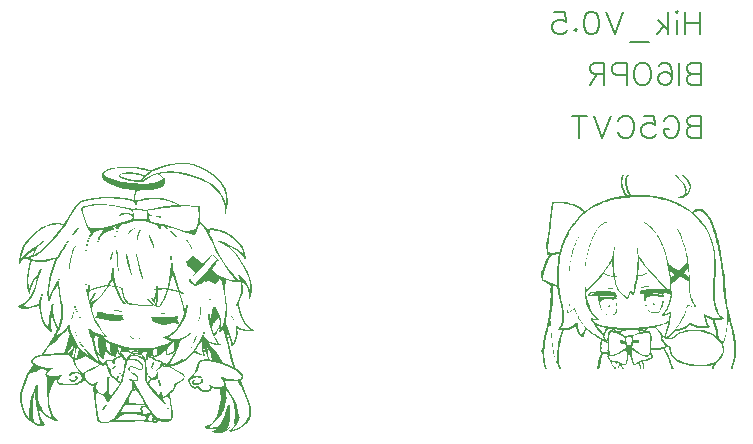
<source format=gbo>
G04 Layer: BottomSilkscreenLayer*
G04 EasyEDA Pro v2.2.34.8, 2025-02-09 20:03:56*
G04 Gerber Generator version 0.3*
G04 Scale: 100 percent, Rotated: No, Reflected: No*
G04 Dimensions in millimeters*
G04 Leading zeros omitted, absolute positions, 4 integers and 5 decimals*
%FSLAX45Y45*%
%MOMM*%
%ADD10C,0.203*%
G75*


G04 Image Start*
G36*
G01X4298177Y2767399D02*
G01X4298177Y2767399D01*
G01X4356056Y2756653D01*
G01X4412709Y2736936D01*
G01X4466531Y2709513D01*
G01X4515915Y2675645D01*
G01X4559256Y2636596D01*
G01X4594947Y2593628D01*
G01X4621384Y2548004D01*
G01X4636960Y2500986D01*
G01X4636960Y2500986D01*
G01X4640961Y2439214D01*
G01X4634475Y2382444D01*
G01X4634475Y2382444D01*
G01X4629554Y2362309D01*
G01X4629554Y2362309D01*
G01X4623753Y2343755D01*
G01X4615748Y2336865D01*
G01X4615748Y2336865D01*
G01X4614094Y2339727D01*
G01X4614094Y2339727D01*
G01X4618718Y2370745D01*
G01X4618718Y2370745D01*
G01X4613881Y2406660D01*
G01X4600751Y2446992D01*
G01X4581058Y2487486D01*
G01X4556529Y2523886D01*
G01X4556529Y2523886D01*
G01X4518643Y2561453D01*
G01X4469269Y2595472D01*
G01X4411004Y2625106D01*
G01X4346446Y2649521D01*
G01X4278191Y2667878D01*
G01X4208835Y2679343D01*
G01X4140976Y2683078D01*
G01X4077210Y2678248D01*
G01X4077210Y2678248D01*
G01X4065163Y2675371D01*
G01X4073674Y2668562D01*
G01X4073674Y2668562D01*
G01X4103401Y2643097D01*
G01X4108686Y2636245D01*
G01X4108686Y2620419D01*
G01X4108686Y2620419D01*
G01X4106691Y2597636D01*
G01X4106691Y2597636D01*
G01X4103084Y2585080D01*
G01X4103084Y2585080D01*
G01X4096620Y2574996D01*
G01X4083694Y2565600D01*
G01X4041466Y2549666D01*
G01X3982421Y2538869D01*
G01X3912581Y2534797D01*
G01X3912581Y2534797D01*
G01X3871700Y2532792D01*
G01X3871700Y2532792D01*
G01X3855981Y2475029D01*
G01X3854470Y2454739D01*
G01X3854470Y2454739D01*
G01X3863524Y2452111D01*
G01X3870808Y2449982D01*
G01X3886789Y2455093D01*
G01X3886789Y2455093D01*
G01X3946272Y2469321D01*
G01X4010760Y2473565D01*
G01X4010760Y2473565D01*
G01X4049616Y2472635D01*
G01X4088973Y2467130D01*
G01X4088973Y2467130D01*
G01X4166598Y2446736D01*
G01X4202980Y2431716D01*
G01X4235536Y2414275D01*
G01X4244128Y2409006D01*
G01X4274013Y2409812D01*
G01X4274013Y2409812D01*
G01X4370131Y2406820D01*
G01X4397226Y2401766D01*
G01X4403051Y2398632D01*
G01X4402782Y2395200D01*
G01X4402782Y2395200D01*
G01X4402553Y2389878D01*
G01X4402553Y2389878D01*
G01X4407257Y2338813D01*
G01X4406864Y2284066D01*
G01X4406864Y2284066D01*
G01X4408661Y2277048D01*
G01X4424753Y2258772D01*
G01X4424753Y2258772D01*
G01X4461432Y2213969D01*
G01X4464856Y2208759D01*
G01X4471495Y2210604D01*
G01X4471495Y2210604D01*
G01X4503424Y2213998D01*
G01X4541225Y2209221D01*
G01X4582606Y2197375D01*
G01X4625273Y2179559D01*
G01X4666934Y2156876D01*
G01X4705295Y2130427D01*
G01X4738063Y2101312D01*
G01X4762946Y2070633D01*
G01X4762946Y2070633D01*
G01X4779969Y2034451D01*
G01X4790461Y1994330D01*
G01X4792359Y1962286D01*
G01X4789440Y1953049D01*
G01X4783599Y1950337D01*
G01X4783599Y1950337D01*
G01X4781000Y1952586D01*
G01X4780278Y1964752D01*
G01X4780278Y1964752D01*
G01X4770798Y1978759D01*
G01X4749449Y2000396D01*
G01X4726302Y2020267D01*
G01X4711430Y2028979D01*
G01X4711430Y2028979D01*
G01X4695750Y2037145D01*
G01X4695750Y2037145D01*
G01X4665717Y2053708D01*
G01X4649820Y2062103D01*
G01X4667081Y2045652D01*
G01X4667081Y2045652D01*
G01X4723884Y1983397D01*
G01X4773158Y1913478D01*
G01X4811806Y1840910D01*
G01X4836733Y1770712D01*
G01X4836733Y1770712D01*
G01X4844684Y1724476D01*
G01X4845487Y1680849D01*
G01X4839453Y1644555D01*
G01X4826891Y1620318D01*
G01X4826891Y1620318D01*
G01X4818097Y1615429D01*
G01X4818677Y1623543D01*
G01X4818677Y1623543D01*
G01X4822574Y1641731D01*
G01X4820306Y1666530D01*
G01X4812520Y1694541D01*
G01X4799864Y1722365D01*
G01X4799864Y1722365D01*
G01X4773260Y1762924D01*
G01X4753841Y1786775D01*
G01X4753841Y1786775D01*
G01X4761485Y1772420D01*
G01X4765423Y1770381D01*
G01X4762530Y1768038D01*
G01X4762530Y1768038D01*
G01X4760254Y1764817D01*
G01X4761600Y1756435D01*
G01X4761600Y1756435D01*
G01X4767632Y1711943D01*
G01X4765977Y1669832D01*
G01X4756405Y1628401D01*
G01X4738688Y1585948D01*
G01X4738688Y1585948D01*
G01X4734433Y1568038D01*
G01X4742255Y1532162D01*
G01X4742255Y1532162D01*
G01X4762536Y1469916D01*
G01X4787148Y1420434D01*
G01X4816089Y1383718D01*
G01X4849357Y1359771D01*
G01X4849357Y1359771D01*
G01X4864100Y1349547D01*
G01X4853938Y1343357D01*
G01X4853938Y1343357D01*
G01X4823184Y1340457D01*
G01X4786864Y1343789D01*
G01X4752474Y1352116D01*
G01X4727510Y1364203D01*
G01X4727510Y1364203D01*
G01X4722295Y1367831D01*
G01X4722141Y1365718D01*
G01X4722141Y1365718D01*
G01X4725114Y1325874D01*
G01X4717687Y1283063D01*
G01X4702176Y1245412D01*
G01X4692114Y1231060D01*
G01X4680900Y1221045D01*
G01X4680900Y1221045D01*
G01X4670095Y1219295D01*
G01X4667772Y1221812D01*
G01X4669584Y1225729D01*
G01X4669584Y1225729D01*
G01X4666298Y1255507D01*
G01X4653619Y1304298D01*
G01X4653619Y1304298D01*
G01X4633179Y1350545D01*
G01X4633179Y1350545D01*
G01X4637798Y1312680D01*
G01X4637798Y1312680D01*
G01X4650018Y1232356D01*
G01X4664211Y1162719D01*
G01X4681151Y1100492D01*
G01X4701611Y1042399D01*
G01X4707096Y1028458D01*
G01X4717421Y1022506D01*
G01X4717421Y1022506D01*
G01X4751600Y996133D01*
G01X4770229Y967970D01*
G01X4773136Y954759D01*
G01X4771465Y942949D01*
G01X4764986Y933157D01*
G01X4753467Y925999D01*
G01X4753467Y925999D01*
G01X4748643Y923960D01*
G01X4748643Y923960D01*
G01X4768835Y876153D01*
G01X4768835Y876153D01*
G01X4795070Y815246D01*
G01X4795070Y815246D01*
G01X4826868Y726709D01*
G01X4834751Y690061D01*
G01X4837286Y657520D01*
G01X4834468Y628354D01*
G01X4826295Y601832D01*
G01X4812764Y577224D01*
G01X4793871Y553797D01*
G01X4793871Y553797D01*
G01X4761638Y527510D01*
G01X4722526Y506601D01*
G01X4685062Y494718D01*
G01X4669610Y493303D01*
G01X4657767Y495513D01*
G01X4657767Y495513D01*
G01X4653192Y502611D01*
G01X4659940Y507360D01*
G01X4659940Y507360D01*
G01X4669084Y512188D01*
G01X4681563Y524423D01*
G01X4704545Y557615D01*
G01X4704545Y557615D01*
G01X4716194Y592147D01*
G01X4716194Y592147D01*
G01X4708356Y580184D01*
G01X4708356Y580184D01*
G01X4671273Y532123D01*
G01X4627644Y497646D01*
G01X4604826Y486359D01*
G01X4582113Y479496D01*
G01X4560087Y477400D01*
G01X4539327Y480413D01*
G01X4539327Y480413D01*
G01X4512727Y493191D01*
G01X4509131Y498715D01*
G01X4515135Y501000D01*
G01X4515135Y501000D01*
G01X4532999Y507075D01*
G01X4554509Y523201D01*
G01X4560797Y529088D01*
G01X4554438Y526020D01*
G01X4554438Y526020D01*
G01X4523112Y515405D01*
G01X4491702Y512251D01*
G01X4464738Y516476D01*
G01X4446755Y527995D01*
G01X4446755Y527995D01*
G01X4443837Y534497D01*
G01X4449770Y537861D01*
G01X4449770Y537861D01*
G01X4473081Y546458D01*
G01X4494644Y559975D01*
G01X4514297Y578165D01*
G01X4531875Y600785D01*
G01X4547216Y627588D01*
G01X4560155Y658329D01*
G01X4578175Y730641D01*
G01X4578175Y730641D01*
G01X4579730Y771991D01*
G01X4579730Y771991D01*
G01X4575241Y841010D01*
G01X4573818Y852143D01*
G01X4560833Y852143D01*
G01X4560833Y852143D01*
G01X4539706Y854324D01*
G01X4516492Y862042D01*
G01X4504462Y866998D01*
G01X4503705Y862431D01*
G01X4503705Y862431D01*
G01X4498568Y848039D01*
G01X4489158Y837240D01*
G01X4476410Y830119D01*
G01X4461262Y826760D01*
G01X4444653Y827249D01*
G01X4427519Y831671D01*
G01X4410798Y840109D01*
G01X4395427Y852648D01*
G01X4383940Y864324D01*
G01X4379840Y861928D01*
G01X4379840Y861928D01*
G01X4362713Y857030D01*
G01X4345668Y860588D01*
G01X4330029Y870659D01*
G01X4317121Y885301D01*
G01X4308267Y902572D01*
G01X4304792Y920530D01*
G01X4308021Y937234D01*
G01X4319277Y950741D01*
G01X4319277Y950741D01*
G01X4340356Y970125D01*
G01X4360150Y995609D01*
G01X4375687Y1022767D01*
G01X4383999Y1047172D01*
G01X4383999Y1047172D01*
G01X4391081Y1077990D01*
G01X4401898Y1095278D01*
G01X4420830Y1102670D01*
G01X4452258Y1103799D01*
G01X4475982Y1103321D01*
G01X4471759Y1111708D01*
G01X4471759Y1111708D01*
G01X4453539Y1155062D01*
G01X4437451Y1206965D01*
G01X4437451Y1206965D01*
G01X4432099Y1223476D01*
G01X4433615Y1202908D01*
G01X4433615Y1202908D01*
G01X4439694Y1168538D01*
G01X4448856Y1138245D01*
G01X4448856Y1138245D01*
G01X4448711Y1134064D01*
G01X4443677Y1132481D01*
G01X4417121Y1137040D01*
G01X4417121Y1137040D01*
G01X4381867Y1150151D01*
G01X4371030Y1158544D01*
G01X4363778Y1168721D01*
G01X4360971Y1174247D01*
G01X4353623Y1164482D01*
G01X4353623Y1164482D01*
G01X4316465Y1122432D01*
G01X4275115Y1088522D01*
G01X4231825Y1064300D01*
G01X4188844Y1051310D01*
G01X4188844Y1051310D01*
G01X4166726Y1046262D01*
G01X4166726Y1046262D01*
G01X4153372Y1042915D01*
G01X4153372Y1042915D01*
G01X4160827Y1039008D01*
G01X4160827Y1039008D01*
G01X4220564Y1009612D01*
G01X4268894Y980979D01*
G01X4268894Y980979D01*
G01X4273786Y974600D01*
G01X4276120Y961116D01*
G01X4276120Y961116D01*
G01X4271003Y940387D01*
G01X4254159Y918874D01*
G01X4229806Y900647D01*
G01X4202160Y889773D01*
G01X4198344Y888973D01*
G01X4198344Y877236D01*
G01X4198344Y877236D01*
G01X4194917Y858724D01*
G01X4185736Y841961D01*
G01X4172446Y829116D01*
G01X4156696Y822360D01*
G01X4156696Y822360D01*
G01X4151924Y821049D01*
G01X4151924Y821049D01*
G01X4162851Y744437D01*
G01X4162851Y744437D01*
G01X4173387Y653280D01*
G01X4172662Y619079D01*
G01X4167770Y597589D01*
G01X4167770Y597589D01*
G01X4151607Y583717D01*
G01X4124189Y576408D01*
G01X4091425Y576381D01*
G01X4059220Y584357D01*
G01X4059220Y584357D01*
G01X4048833Y588020D01*
G01X4050315Y582451D01*
G01X4050315Y582451D01*
G01X4052577Y574781D01*
G01X4049662Y570406D01*
G01X4021611Y568226D01*
G01X4021611Y568226D01*
G01X3991573Y570163D01*
G01X3963988Y576608D01*
G01X3963988Y576608D01*
G01X3900222Y580940D01*
G01X3803462Y577048D01*
G01X3803462Y577048D01*
G01X3725249Y575451D01*
G01X3664206Y575329D01*
G01X3652575Y571245D01*
G01X3652575Y571245D01*
G01X3612180Y561739D01*
G01X3576636Y562028D01*
G01X3549722Y571520D01*
G01X3540682Y579533D01*
G01X3535217Y589623D01*
G01X3535217Y589623D01*
G01X3515875Y723450D01*
G01X3503520Y865898D01*
G01X3503827Y877744D01*
G01X3492450Y881556D01*
G01X3492450Y881556D01*
G01X3472001Y890175D01*
G01X3455279Y901172D01*
G01X3441980Y914800D01*
G01X3431798Y931308D01*
G01X3431798Y931308D01*
G01X3427090Y939228D01*
G01X3423480Y932465D01*
G01X3423480Y932465D01*
G01X3411830Y913670D01*
G01X3398407Y905603D01*
G01X3398407Y905603D01*
G01X3390775Y902959D01*
G01X3390775Y902959D01*
G01X3360020Y890969D01*
G01X3315707Y884368D01*
G01X3266083Y883784D01*
G01X3219393Y889850D01*
G01X3219393Y889850D01*
G01X3204555Y896827D01*
G01X3195014Y908931D01*
G01X3191497Y924611D01*
G01X3194734Y942313D01*
G01X3194734Y942313D01*
G01X3195219Y949458D01*
G01X3186247Y939435D01*
G01X3157476Y891718D01*
G01X3157476Y891718D01*
G01X3134868Y837861D01*
G01X3126900Y797097D01*
G01X3126900Y797097D01*
G01X3130920Y734781D01*
G01X3142892Y681191D01*
G01X3162833Y636271D01*
G01X3190761Y599965D01*
G01X3190761Y599965D01*
G01X3200594Y588277D01*
G01X3196017Y583061D01*
G01X3196017Y583061D01*
G01X3179977Y583419D01*
G01X3145609Y596295D01*
G01X3145609Y596295D01*
G01X3110979Y616040D01*
G01X3079694Y643409D01*
G01X3053978Y676064D01*
G01X3036053Y711663D01*
G01X3034226Y716647D01*
G01X3034137Y711084D01*
G01X3034137Y711084D01*
G01X3039354Y675080D01*
G01X3051842Y628281D01*
G01X3051842Y628281D01*
G01X3067296Y592537D01*
G01X3087805Y566312D01*
G01X3087805Y566312D01*
G01X3096196Y556847D01*
G01X3097633Y550294D01*
G01X3091684Y545581D01*
G01X3077922Y541638D01*
G01X3077922Y541638D01*
G01X3044297Y538723D01*
G01X3033280Y541161D01*
G01X3028250Y546007D01*
G01X3028250Y546007D01*
G01X3017206Y552399D01*
G01X3017206Y552399D01*
G01X2993089Y564047D01*
G01X2969680Y581188D01*
G01X2947620Y602907D01*
G01X2927553Y628286D01*
G01X2895966Y686360D01*
G01X2885730Y717221D01*
G01X2880057Y748077D01*
G01X2880057Y748077D01*
G01X2879831Y778360D01*
G01X2884498Y813725D01*
G01X2906531Y894071D01*
G01X2942195Y977849D01*
G01X2987529Y1053790D01*
G01X2987529Y1053790D01*
G01X2991570Y1061752D01*
G01X2984887Y1069769D01*
G01X2984887Y1069769D01*
G01X2977508Y1079389D01*
G01X2974658Y1089333D01*
G01X2976114Y1099317D01*
G01X2981650Y1109056D01*
G01X3004066Y1126656D01*
G01X3040105Y1139849D01*
G01X3040105Y1139849D01*
G01X3055666Y1143699D01*
G01X3055666Y1143699D01*
G01X3066870Y1153704D01*
G01X3130142Y1237192D01*
G01X3130142Y1237192D01*
G01X3155729Y1274158D01*
G01X3165039Y1294749D01*
G01X3165039Y1294749D01*
G01X3166444Y1300868D01*
G01X3173068Y1307231D01*
G01X3173068Y1307231D01*
G01X3185110Y1336555D01*
G01X3194289Y1369721D01*
G01X3194289Y1369721D01*
G01X3188101Y1381273D01*
G01X3188101Y1381273D01*
G01X3168928Y1420518D01*
G01X3154333Y1471095D01*
G01X3154333Y1471095D01*
G01X3150317Y1489408D01*
G01X3150317Y1489408D01*
G01X3148611Y1490855D01*
G01X3146855Y1482321D01*
G01X3143778Y1445705D01*
G01X3143444Y1367042D01*
G01X3143444Y1367042D01*
G01X3149460Y1349503D01*
G01X3149460Y1349503D01*
G01X3152468Y1340950D01*
G01X3150837Y1336771D01*
G01X3145570Y1337469D01*
G01X3137664Y1343550D01*
G01X3137664Y1343550D01*
G01X3125576Y1353412D01*
G01X3125576Y1353412D01*
G01X3097341Y1378027D01*
G01X3073907Y1414530D01*
G01X3056922Y1459596D01*
G01X3048034Y1509898D01*
G01X3048034Y1509898D01*
G01X3041284Y1557789D01*
G01X3041284Y1557789D01*
G01X2998439Y1546116D01*
G01X2998439Y1546116D01*
G01X2964810Y1536189D01*
G01X2936860Y1532147D01*
G01X2910549Y1533813D01*
G01X2881838Y1541010D01*
G01X2881838Y1541010D01*
G01X2870051Y1546749D01*
G01X2864100Y1553563D01*
G01X2864759Y1559577D01*
G01X2872801Y1562916D01*
G01X2872801Y1562916D01*
G01X2882071Y1565312D01*
G01X2882071Y1565312D01*
G01X2895529Y1570962D01*
G01X2895529Y1570962D01*
G01X2916869Y1582564D01*
G01X2937276Y1599594D01*
G01X2956482Y1621599D01*
G01X2974219Y1648127D01*
G01X3004221Y1712945D01*
G01X3025143Y1790429D01*
G01X3025143Y1790429D01*
G01X3027254Y1800382D01*
G01X3027254Y1800382D01*
G01X3026788Y1802687D01*
G01X3023194Y1800063D01*
G01X3011094Y1784436D01*
G01X3011094Y1784436D01*
G01X2980090Y1726469D01*
G01X2971873Y1701057D01*
G01X2968310Y1677516D01*
G01X2968310Y1677516D01*
G01X2964788Y1661546D01*
G01X2961864Y1661327D01*
G01X2958508Y1666664D01*
G01X2958508Y1666664D01*
G01X2952235Y1681016D01*
G01X2952235Y1681016D01*
G01X2941078Y1714794D01*
G01X2936656Y1752426D01*
G01X2938886Y1797083D01*
G01X2947683Y1851936D01*
G01X2947683Y1851936D01*
G01X2969664Y1936297D01*
G01X2971661Y1940940D01*
G01X2958661Y1945477D01*
G01X2958661Y1945477D01*
G01X2939936Y1951447D01*
G01X2939936Y1951447D01*
G01X2926696Y1955693D01*
G01X2925255Y1960165D01*
G01X2963983Y1976179D01*
G01X2986185Y1983814D01*
G01X2987626Y1990174D01*
G01X2987626Y1990174D01*
G01X3006960Y2039633D01*
G01X3010088Y2045837D01*
G01X3005852Y2042825D01*
G01X3005852Y2042825D01*
G01X2920170Y1967325D01*
G01X2920170Y1967325D01*
G01X2901014Y1945606D01*
G01X2888509Y1924455D01*
G01X2888509Y1924455D01*
G01X2879669Y1914102D01*
G01X2876379Y1915028D01*
G01X2875077Y1920394D01*
G01X2875077Y1920394D01*
G01X2872338Y1925917D01*
G01X2872338Y1925917D01*
G01X2870744Y1946131D01*
G01X2878140Y1981681D01*
G01X2891935Y2023152D01*
G01X2909538Y2061125D01*
G01X2909538Y2061125D01*
G01X2942507Y2111451D01*
G01X2980672Y2155600D01*
G01X3022847Y2192904D01*
G01X3067843Y2222699D01*
G01X3114475Y2244316D01*
G01X3161554Y2257092D01*
G01X3207894Y2260358D01*
G01X3252307Y2253450D01*
G01X3252307Y2253450D01*
G01X3264209Y2266591D01*
G01X3287743Y2303786D01*
G01X3287743Y2303786D01*
G01X3340108Y2383465D01*
G01X3340108Y2383465D01*
G01X3383747Y2434638D01*
G01X3399760Y2447155D01*
G01X3414614Y2453509D01*
G01X3414614Y2453509D01*
G01X3502130Y2471018D01*
G01X3593698Y2479307D01*
G01X3686259Y2478256D01*
G01X3776755Y2467745D01*
G01X3776755Y2467745D01*
G01X3818088Y2460809D01*
G01X3818088Y2460809D01*
G01X3840661Y2456984D01*
G01X3844160Y2456254D01*
G01X3844160Y2464614D01*
G01X3844160Y2464614D01*
G01X3852551Y2534569D01*
G01X3852551Y2534569D01*
G01X3843924Y2537214D01*
G01X3843924Y2537214D01*
G01X3758079Y2550271D01*
G01X3682719Y2571214D01*
G01X3623501Y2598034D01*
G01X3601714Y2613021D01*
G01X3586085Y2628725D01*
G01X3586085Y2628725D01*
G01X3578896Y2647401D01*
G01X3577716Y2670948D01*
G01X3577716Y2670948D01*
G01X3584694Y2686663D01*
G01X3600904Y2700688D01*
G01X3625183Y2712734D01*
G01X3656372Y2722511D01*
G01X3734830Y2734098D01*
G01X3826990Y2733133D01*
G01X3826990Y2733133D01*
G01X3861327Y2730559D01*
G01X3861327Y2730559D01*
G01X3920929Y2722462D01*
G01X3983804Y2707606D01*
G01X3994366Y2704421D01*
G01X4014963Y2714549D01*
G01X4014963Y2714549D01*
G01X4081781Y2741221D01*
G01X4154663Y2759556D01*
G01X4228499Y2768600D01*
G01X4298177Y2767399D01*
G37*
%LPC*%
G36*
G01X3595531Y2466619D02*
G01X3595531Y2466619D01*
G01X3476006Y2453882D01*
G01X3429451Y2444791D01*
G01X3403265Y2435741D01*
G01X3403265Y2435741D01*
G01X3383852Y2418125D01*
G01X3359152Y2388387D01*
G01X3304903Y2306966D01*
G01X3304903Y2306966D01*
G01X3266791Y2246127D01*
G01X3225606Y2188139D01*
G01X3182495Y2134194D01*
G01X3138600Y2085483D01*
G01X3095068Y2043197D01*
G01X3053042Y2008529D01*
G01X3013667Y1982669D01*
G01X2978089Y1966809D01*
G01X2978089Y1966809D01*
G01X2962250Y1961659D01*
G01X2962250Y1961659D01*
G01X3002252Y1947241D01*
G01X3002252Y1947241D01*
G01X3038429Y1941717D01*
G01X3078551Y1942633D01*
G01X3121379Y1949866D01*
G01X3165675Y1963294D01*
G01X3165675Y1963294D01*
G01X3191852Y1973869D01*
G01X3200176Y1981740D01*
G01X3200176Y1981740D01*
G01X3220155Y2009551D01*
G01X3220155Y2009551D01*
G01X3245455Y2047426D01*
G01X3245455Y2047426D01*
G01X3273973Y2092741D01*
G01X3296475Y2120494D01*
G01X3296475Y2120494D01*
G01X3306252Y2134488D01*
G01X3306252Y2134488D01*
G01X3341302Y2183411D01*
G01X3392226Y2244867D01*
G01X3392226Y2244867D01*
G01X3410548Y2259835D01*
G01X3416854Y2261909D01*
G01X3420228Y2259827D01*
G01X3420228Y2259827D01*
G01X3410267Y2247424D01*
G01X3410267Y2247424D01*
G01X3381621Y2215946D01*
G01X3381621Y2215946D01*
G01X3359919Y2191773D01*
G01X3359919Y2191773D01*
G01X3308118Y2124037D01*
G01X3259281Y2050697D01*
G01X3259281Y2050697D01*
G01X3247421Y2029070D01*
G01X3247421Y2029070D01*
G01X3218113Y1982541D01*
G01X3218113Y1982541D01*
G01X3195654Y1947553D01*
G01X3195654Y1947553D01*
G01X3152341Y1830505D01*
G01X3152341Y1830505D01*
G01X3134220Y1753193D01*
G01X3128536Y1678472D01*
G01X3128536Y1678472D01*
G01X3128681Y1645687D01*
G01X3130191Y1644720D01*
G01X3133167Y1651025D01*
G01X3133167Y1651025D01*
G01X3177847Y1735331D01*
G01X3215229Y1792816D01*
G01X3215229Y1792816D01*
G01X3217587Y1794107D01*
G01X3217587Y1794107D01*
G01X3253981Y1845686D01*
G01X3253981Y1845686D01*
G01X3265299Y1858120D01*
G01X3265299Y1858120D01*
G01X3269696Y1861466D01*
G01X3271809Y1858679D01*
G01X3271809Y1858679D01*
G01X3256248Y1831528D01*
G01X3237894Y1807082D01*
G01X3237894Y1807082D01*
G01X3232157Y1800174D01*
G01X3232157Y1800174D01*
G01X3220918Y1782144D01*
G01X3213138Y1770295D01*
G01X3213898Y1744739D01*
G01X3213898Y1744739D01*
G01X3217755Y1688195D01*
G01X3231685Y1617402D01*
G01X3231685Y1617402D01*
G01X3239218Y1587506D01*
G01X3239218Y1587506D01*
G01X3246640Y1557039D01*
G01X3249695Y1515624D01*
G01X3249695Y1515624D01*
G01X3247385Y1463509D01*
G01X3237358Y1410797D01*
G01X3220800Y1362004D01*
G01X3198890Y1321647D01*
G01X3198890Y1321647D01*
G01X3194086Y1313496D01*
G01X3202081Y1315855D01*
G01X3202081Y1315855D01*
G01X3226209Y1329835D01*
G01X3254120Y1352013D01*
G01X3280103Y1377353D01*
G01X3298447Y1400818D01*
G01X3298447Y1400818D01*
G01X3303388Y1407187D01*
G01X3306646Y1407383D01*
G01X3307697Y1389749D01*
G01X3307697Y1389749D01*
G01X3307725Y1367458D01*
G01X3315271Y1342953D01*
G01X3315271Y1342953D01*
G01X3325255Y1315880D01*
G01X3325255Y1315880D01*
G01X3347075Y1265761D01*
G01X3375783Y1217932D01*
G01X3407046Y1178682D01*
G01X3436532Y1154303D01*
G01X3436532Y1154303D01*
G01X3460586Y1141132D01*
G01X3470680Y1135597D01*
G01X3465703Y1141323D01*
G01X3465703Y1141323D01*
G01X3451031Y1157676D01*
G01X3451031Y1157676D01*
G01X3420718Y1194951D01*
G01X3392690Y1235607D01*
G01X3373914Y1268672D01*
G01X3370171Y1278929D01*
G01X3371352Y1283175D01*
G01X3371352Y1283175D01*
G01X3380699Y1272393D01*
G01X3380699Y1272393D01*
G01X3422012Y1210917D01*
G01X3422012Y1210917D01*
G01X3465245Y1160251D01*
G01X3518121Y1111612D01*
G01X3518121Y1111612D01*
G01X3545715Y1090858D01*
G01X3541027Y1104338D01*
G01X3541027Y1104338D01*
G01X3520608Y1157482D01*
G01X3520608Y1157482D01*
G01X3501282Y1233669D01*
G01X3501282Y1233669D01*
G01X3487829Y1274477D01*
G01X3487829Y1274477D01*
G01X3477989Y1301822D01*
G01X3477989Y1301822D01*
G01X3466983Y1332736D01*
G01X3466983Y1332736D01*
G01X3465749Y1335600D01*
G01X3465749Y1335600D01*
G01X3465329Y1338462D01*
G01X3465329Y1338462D01*
G01X3463800Y1347749D01*
G01X3463800Y1347749D01*
G01X3457936Y1358838D01*
G01X3457936Y1358838D01*
G01X3415528Y1410971D01*
G01X3415528Y1410971D01*
G01X3403834Y1428089D01*
G01X3403834Y1428089D01*
G01X3383385Y1458818D01*
G01X3363981Y1495891D01*
G01X3349094Y1531908D01*
G01X3342194Y1559472D01*
G01X3342194Y1559472D01*
G01X3343514Y1571853D01*
G01X3349526Y1561009D01*
G01X3349526Y1561009D01*
G01X3383383Y1482376D01*
G01X3424573Y1410898D01*
G01X3424573Y1410898D01*
G01X3448013Y1383797D01*
G01X3476956Y1357549D01*
G01X3506072Y1336496D01*
G01X3530034Y1324979D01*
G01X3530034Y1324979D01*
G01X3578895Y1309236D01*
G01X3578895Y1309236D01*
G01X3593127Y1304359D01*
G01X3603445Y1301515D01*
G01X3593689Y1311242D01*
G01X3593689Y1311242D01*
G01X3554990Y1358900D01*
G01X3519674Y1419404D01*
G01X3490660Y1486941D01*
G01X3470868Y1555700D01*
G01X3470868Y1555700D01*
G01X3462591Y1591958D01*
G01X3462591Y1591958D01*
G01X3454923Y1627582D01*
G01X3454923Y1627582D01*
G01X3449926Y1654934D01*
G01X3449926Y1654934D01*
G01X3441732Y1698828D01*
G01X3441732Y1698828D01*
G01X3430300Y1769340D01*
G01X3429405Y1797429D01*
G01X3429405Y1797429D01*
G01X3436488Y1771982D01*
G01X3436488Y1771982D01*
G01X3446112Y1720457D01*
G01X3446112Y1720457D01*
G01X3453084Y1682925D01*
G01X3453084Y1682925D01*
G01X3456159Y1673516D01*
G01X3459303Y1697875D01*
G01X3459303Y1697875D01*
G01X3466439Y1758492D01*
G01X3469591Y1768950D01*
G01X3472441Y1766030D01*
G01X3472441Y1766030D01*
G01X3471841Y1703280D01*
G01X3471841Y1703280D01*
G01X3471492Y1692763D01*
G01X3480593Y1696362D01*
G01X3480593Y1696362D01*
G01X3544508Y1720497D01*
G01X3610952Y1731942D01*
G01X3625101Y1732801D01*
G01X3636567Y1756527D01*
G01X3636567Y1756527D01*
G01X3648363Y1786220D01*
G01X3655892Y1818392D01*
G01X3659421Y1854698D01*
G01X3659219Y1896790D01*
G01X3659219Y1896790D01*
G01X3658935Y1925153D01*
G01X3661835Y1934439D01*
G01X3661835Y1934439D01*
G01X3665434Y1931078D01*
G01X3668007Y1907478D01*
G01X3668007Y1907478D01*
G01X3673189Y1854836D01*
G01X3673189Y1854836D01*
G01X3676286Y1821701D01*
G01X3676286Y1821701D01*
G01X3684531Y1774527D01*
G01X3684531Y1774527D01*
G01X3695420Y1728569D01*
G01X3695420Y1728569D01*
G01X3702046Y1723115D01*
G01X3702046Y1723115D01*
G01X3745097Y1707961D01*
G01X3759334Y1699407D01*
G01X3761011Y1696673D01*
G01X3757680Y1695648D01*
G01X3757680Y1695648D01*
G01X3756407Y1696642D01*
G01X3756407Y1696642D01*
G01X3752535Y1699097D01*
G01X3752535Y1699097D01*
G01X3749299Y1698421D01*
G01X3749299Y1698421D01*
G01X3751420Y1689922D01*
G01X3751420Y1689922D01*
G01X3762714Y1648905D01*
G01X3773813Y1621306D01*
G01X3773813Y1621306D01*
G01X3794841Y1587930D01*
G01X3794841Y1587930D01*
G01X3804785Y1584606D01*
G01X3804785Y1584606D01*
G01X3851834Y1573727D01*
G01X3914105Y1566441D01*
G01X3914105Y1566441D01*
G01X3965977Y1562811D01*
G01X3984145Y1561137D01*
G01X3988233Y1565165D01*
G01X3988233Y1565165D01*
G01X3995499Y1571415D01*
G01X3995499Y1571415D01*
G01X3997927Y1573589D01*
G01X3996187Y1575497D01*
G01X3996187Y1575497D01*
G01X3953357Y1616927D01*
G01X3936957Y1637779D01*
G01X3930891Y1650674D01*
G01X3931338Y1654299D01*
G01X3937029Y1648013D01*
G01X3937029Y1648013D01*
G01X3982212Y1600714D01*
G01X3982212Y1600714D01*
G01X4023416Y1567570D01*
G01X4033219Y1562707D01*
G01X4028204Y1570632D01*
G01X4028204Y1570632D01*
G01X4008217Y1595458D01*
G01X4008217Y1595458D01*
G01X3999538Y1609699D01*
G01X3999538Y1609699D01*
G01X3975282Y1653631D01*
G01X3962433Y1686669D01*
G01X3962433Y1686669D01*
G01X3963133Y1690499D01*
G01X3965568Y1689116D01*
G01X3977644Y1668293D01*
G01X3977644Y1668293D01*
G01X4012409Y1605581D01*
G01X4012409Y1605581D01*
G01X4028458Y1653663D01*
G01X4028458Y1653663D01*
G01X4032914Y1677031D01*
G01X4032914Y1677031D01*
G01X4034711Y1693125D01*
G01X4017610Y1692611D01*
G01X4017610Y1692611D01*
G01X3999483Y1691236D01*
G01X3999483Y1691236D01*
G01X4004158Y1694960D01*
G01X4021060Y1698207D01*
G01X4021060Y1698207D01*
G01X4031777Y1699719D01*
G01X4037108Y1704614D01*
G01X4040165Y1745901D01*
G01X4040165Y1745901D01*
G01X4042062Y1785348D01*
G01X4045785Y1792976D01*
G01X4045785Y1792976D01*
G01X4049070Y1783053D01*
G01X4050018Y1739539D01*
G01X4050183Y1705189D01*
G01X4089230Y1705438D01*
G01X4128274Y1705690D01*
G01X4131188Y1716253D01*
G01X4131188Y1716253D01*
G01X4153339Y1833052D01*
G01X4153339Y1833052D01*
G01X4156358Y1907954D01*
G01X4151846Y1981580D01*
G01X4151846Y1981580D01*
G01X4150479Y2001301D01*
G01X4150479Y2001301D01*
G01X4156973Y1993532D01*
G01X4165020Y1966105D01*
G01X4177518Y1887122D01*
G01X4177518Y1887122D01*
G01X4180518Y1864662D01*
G01X4191408Y1824782D01*
G01X4191408Y1824782D01*
G01X4218163Y1730793D01*
G01X4218163Y1730793D01*
G01X4233862Y1678947D01*
G01X4233862Y1678947D01*
G01X4249664Y1670710D01*
G01X4249664Y1670710D01*
G01X4296589Y1641006D01*
G01X4296589Y1641006D01*
G01X4299363Y1637558D01*
G01X4297361Y1637381D01*
G01X4282852Y1645566D01*
G01X4282852Y1645566D01*
G01X4236450Y1668672D01*
G01X4236450Y1668672D01*
G01X4261813Y1585597D01*
G01X4261813Y1585597D01*
G01X4279946Y1534071D01*
G01X4279946Y1534071D01*
G01X4301211Y1593232D01*
G01X4301211Y1593232D01*
G01X4303822Y1602773D01*
G01X4303822Y1602773D01*
G01X4307682Y1614858D01*
G01X4307682Y1614858D01*
G01X4314747Y1628983D01*
G01X4312763Y1602138D01*
G01X4312763Y1602138D01*
G01X4306386Y1560069D01*
G01X4306386Y1560069D01*
G01X4298021Y1517357D01*
G01X4284763Y1475371D01*
G01X4267283Y1435165D01*
G01X4246249Y1397796D01*
G01X4222332Y1364319D01*
G01X4196201Y1335789D01*
G01X4168526Y1313261D01*
G01X4139976Y1297791D01*
G01X4139976Y1297791D01*
G01X4131284Y1293783D01*
G01X4131284Y1293783D01*
G01X4149727Y1284054D01*
G01X4169094Y1275207D01*
G01X4186898Y1274973D01*
G01X4186898Y1274973D01*
G01X4219394Y1277424D01*
G01X4250990Y1286367D01*
G01X4284373Y1302850D01*
G01X4322224Y1327925D01*
G01X4322224Y1327925D01*
G01X4334226Y1335242D01*
G01X4334226Y1335242D01*
G01X4335275Y1331720D01*
G01X4330217Y1324878D01*
G01X4307261Y1305320D01*
G01X4276330Y1284740D01*
G01X4248394Y1271308D01*
G01X4241217Y1269061D01*
G01X4239603Y1261299D01*
G01X4239603Y1261299D01*
G01X4228539Y1221600D01*
G01X4211708Y1179436D01*
G01X4190211Y1137227D01*
G01X4165148Y1097397D01*
G01X4165148Y1097397D01*
G01X4158426Y1086582D01*
G01X4158426Y1086582D01*
G01X4156979Y1080384D01*
G01X4144356Y1064193D01*
G01X4141239Y1060371D01*
G01X4145629Y1061260D01*
G01X4145629Y1061260D01*
G01X4165565Y1063347D01*
G01X4165565Y1063347D01*
G01X4192990Y1070830D01*
G01X4223430Y1088858D01*
G01X4255898Y1116711D01*
G01X4289407Y1153668D01*
G01X4289407Y1153668D01*
G01X4304419Y1171121D01*
G01X4304419Y1171121D01*
G01X4312168Y1171957D01*
G01X4312168Y1171957D01*
G01X4262522Y1108501D01*
G01X4262522Y1108501D01*
G01X4247388Y1091498D01*
G01X4244382Y1087217D01*
G01X4247433Y1088117D01*
G01X4247433Y1088117D01*
G01X4280352Y1107078D01*
G01X4318525Y1140500D01*
G01X4318525Y1140500D01*
G01X4351592Y1182571D01*
G01X4395965Y1249580D01*
G01X4395965Y1249580D01*
G01X4417162Y1282227D01*
G01X4417162Y1282227D01*
G01X4432916Y1320361D01*
G01X4432916Y1320361D01*
G01X4440843Y1342153D01*
G01X4447893Y1349099D01*
G01X4447893Y1349099D01*
G01X4445967Y1337128D01*
G01X4445967Y1337128D01*
G01X4439624Y1306080D01*
G01X4441047Y1299233D01*
G01X4445487Y1293839D01*
G01X4445487Y1293839D01*
G01X4464879Y1273374D01*
G01X4464879Y1273374D01*
G01X4490364Y1253117D01*
G01X4533697Y1240875D01*
G01X4533697Y1240875D01*
G01X4552304Y1236948D01*
G01X4552304Y1236948D01*
G01X4548310Y1244980D01*
G01X4548310Y1244980D01*
G01X4520504Y1291868D01*
G01X4496453Y1353075D01*
G01X4480276Y1415904D01*
G01X4476091Y1467654D01*
G01X4476091Y1467654D01*
G01X4478817Y1508625D01*
G01X4478817Y1508625D01*
G01X4482524Y1543663D01*
G01X4485036Y1549922D01*
G01X4488083Y1549084D01*
G01X4488083Y1549084D01*
G01X4489277Y1502647D01*
G01X4489277Y1502647D01*
G01X4489889Y1452646D01*
G01X4490989Y1446922D01*
G01X4495623Y1460916D01*
G01X4495623Y1460916D01*
G01X4509919Y1511807D01*
G01X4509919Y1511807D01*
G01X4516400Y1538524D01*
G01X4516400Y1538524D01*
G01X4520727Y1557609D01*
G01X4520727Y1557609D01*
G01X4504719Y1586225D01*
G01X4504719Y1586225D01*
G01X4493146Y1602493D01*
G01X4493146Y1602493D01*
G01X4488352Y1610405D01*
G01X4488352Y1610405D01*
G01X4488499Y1558404D01*
G01X4488499Y1558404D01*
G01X4486816Y1557482D01*
G01X4485679Y1559873D01*
G01X4482973Y1584326D01*
G01X4482973Y1584326D01*
G01X4481869Y1632951D01*
G01X4487836Y1629584D01*
G01X4499117Y1609262D01*
G01X4499117Y1609262D01*
G01X4509289Y1595151D01*
G01X4509289Y1595151D01*
G01X4519419Y1584433D01*
G01X4535924Y1557890D01*
G01X4569867Y1489158D01*
G01X4569867Y1489158D01*
G01X4581693Y1449470D01*
G01X4586684Y1386224D01*
G01X4587504Y1368783D01*
G01X4595624Y1379682D01*
G01X4595624Y1379682D01*
G01X4609994Y1417854D01*
G01X4619741Y1478366D01*
G01X4623197Y1545150D01*
G01X4618695Y1602138D01*
G01X4618695Y1602138D01*
G01X4616150Y1625746D01*
G01X4616150Y1625746D01*
G01X4600194Y1712965D01*
G01X4587867Y1755431D01*
G01X4575863Y1784439D01*
G01X4572710Y1789898D01*
G01X4564006Y1777927D01*
G01X4564006Y1777927D01*
G01X4539551Y1746774D01*
G01X4533686Y1744665D01*
G01X4527432Y1747708D01*
G01X4527432Y1747708D01*
G01X4515013Y1752709D01*
G01X4515013Y1752709D01*
G01X4478370Y1765262D01*
G01X4478370Y1765262D01*
G01X4461288Y1770924D01*
G01X4461734Y1760624D01*
G01X4461734Y1760624D01*
G01X4462963Y1749939D01*
G01X4461046Y1746990D01*
G01X4451902Y1763214D01*
G01X4451902Y1763214D01*
G01X4445364Y1776471D01*
G01X4438071Y1770610D01*
G01X4438071Y1770610D01*
G01X4411470Y1744933D01*
G01X4380645Y1731482D01*
G01X4380645Y1731482D01*
G01X4368514Y1728615D01*
G01X4368514Y1728615D01*
G01X4360753Y1729212D01*
G01X4341418Y1745197D01*
G01X4324249Y1760261D01*
G01X4323322Y1746790D01*
G01X4323322Y1746790D01*
G01X4321118Y1732435D01*
G01X4316929Y1731777D01*
G01X4316929Y1731777D01*
G01X4313031Y1770478D01*
G01X4313782Y1814285D01*
G01X4313782Y1814285D01*
G01X4315812Y1818548D01*
G01X4317761Y1817085D01*
G01X4320834Y1798303D01*
G01X4321706Y1787105D01*
G01X4343006Y1811962D01*
G01X4343006Y1811962D01*
G01X4362680Y1837590D01*
G01X4360480Y1843303D01*
G01X4351588Y1850228D01*
G01X4351588Y1850228D01*
G01X4312394Y1885124D01*
G01X4312394Y1885124D01*
G01X4311447Y1882034D01*
G01X4311447Y1882034D01*
G01X4313186Y1859749D01*
G01X4309678Y1854645D01*
G01X4309678Y1854645D01*
G01X4281668Y1963139D01*
G01X4281668Y1963139D01*
G01X4283576Y1964882D01*
G01X4288134Y1958934D01*
G01X4297392Y1936968D01*
G01X4297392Y1936968D01*
G01X4300447Y1936930D01*
G01X4314272Y1954487D01*
G01X4314272Y1954487D01*
G01X4337188Y1981852D01*
G01X4342425Y1983769D01*
G01X4345915Y1979761D01*
G01X4345915Y1979761D01*
G01X4377929Y1955666D01*
G01X4377929Y1955666D01*
G01X4373504Y1964849D01*
G01X4373504Y1964849D01*
G01X4361537Y1990782D01*
G01X4360041Y2003143D01*
G01X4360041Y2003143D01*
G01X4382386Y1966003D01*
G01X4394032Y1943101D01*
G01X4412085Y1929742D01*
G01X4412085Y1929742D01*
G01X4424475Y1920474D01*
G01X4432246Y1918563D01*
G01X4457290Y1944374D01*
G01X4457290Y1944374D01*
G01X4505549Y1996809D01*
G01X4514696Y1998780D01*
G01X4523915Y1991739D01*
G01X4523915Y1991739D01*
G01X4561659Y1957233D01*
G01X4562484Y1948791D01*
G01X4555256Y1939603D01*
G01X4555256Y1939603D01*
G01X4551832Y1933880D01*
G01X4551832Y1933880D01*
G01X4541319Y1908825D01*
G01X4541319Y1908825D01*
G01X4518217Y1873763D01*
G01X4518217Y1873763D01*
G01X4507544Y1858600D01*
G01X4507544Y1858600D01*
G01X4556339Y1821953D01*
G01X4556339Y1821953D01*
G01X4553191Y1829870D01*
G01X4553191Y1829870D01*
G01X4550185Y1842951D01*
G01X4559339Y1829827D01*
G01X4559339Y1829827D01*
G01X4573452Y1811877D01*
G01X4595967Y1800568D01*
G01X4595967Y1800568D01*
G01X4619298Y1791649D01*
G01X4619298Y1791649D01*
G01X4667213Y1779077D01*
G01X4713153Y1773523D01*
G01X4717983Y1773891D01*
G01X4710152Y1779582D01*
G01X4710152Y1779582D01*
G01X4685590Y1803065D01*
G01X4653874Y1841066D01*
G01X4590078Y1933559D01*
G01X4590078Y1933559D01*
G01X4573470Y1960912D01*
G01X4573470Y1960912D01*
G01X4541924Y2016682D01*
G01X4512513Y2078596D01*
G01X4512513Y2078596D01*
G01X4473228Y2157261D01*
G01X4473228Y2157261D01*
G01X4456109Y2189704D01*
G01X4456109Y2189704D01*
G01X4440817Y2216534D01*
G01X4419621Y2238439D01*
G01X4419621Y2238439D01*
G01X4402134Y2252756D01*
G01X4398176Y2245596D01*
G01X4398176Y2245596D01*
G01X4386961Y2214091D01*
G01X4386961Y2214091D01*
G01X4373128Y2177548D01*
G01X4373128Y2177548D01*
G01X4362567Y2155341D01*
G01X4357181Y2153008D01*
G01X4349906Y2154737D01*
G01X4349906Y2154737D01*
G01X4329335Y2162603D01*
G01X4329335Y2162603D01*
G01X4258117Y2186697D01*
G01X4258117Y2186697D01*
G01X4227594Y2195585D01*
G01X4227594Y2195585D01*
G01X4165278Y2213522D01*
G01X4165278Y2213522D01*
G01X4122374Y2226161D01*
G01X4122374Y2226161D01*
G01X4131790Y2218648D01*
G01X4131790Y2218648D01*
G01X4161499Y2194402D01*
G01X4191053Y2163980D01*
G01X4211142Y2137965D01*
G01X4214728Y2129918D01*
G01X4212457Y2126942D01*
G01X4212457Y2126942D01*
G01X4201212Y2138710D01*
G01X4201212Y2138710D01*
G01X4168257Y2178393D01*
G01X4128711Y2204628D01*
G01X4128711Y2204628D01*
G01X4087954Y2230245D01*
G01X4087954Y2230245D01*
G01X4078724Y2235864D01*
G01X4076359Y2225223D01*
G01X4076359Y2225223D01*
G01X4076133Y2207271D01*
G01X4082487Y2193143D01*
G01X4082487Y2193143D01*
G01X4093721Y2171998D01*
G01X4093835Y2169359D01*
G01X4091199Y2169524D01*
G01X4091199Y2169524D01*
G01X4084479Y2173829D01*
G01X4075919Y2188380D01*
G01X4075919Y2188380D01*
G01X4063857Y2207762D01*
G01X4063857Y2207762D01*
G01X4059088Y2213961D01*
G01X4059088Y2213961D01*
G01X4049502Y2227597D01*
G01X4049502Y2227597D01*
G01X4038153Y2243891D01*
G01X4038153Y2243891D01*
G01X4017874Y2252482D01*
G01X3988505Y2258754D01*
G01X3988505Y2258754D01*
G01X3958076Y2269726D01*
G01X3958076Y2269726D01*
G01X3938363Y2276551D01*
G01X3938363Y2276551D01*
G01X3896301Y2275115D01*
G01X3896301Y2275115D01*
G01X3848789Y2272525D01*
G01X3848789Y2272525D01*
G01X3830738Y2270707D01*
G01X3830738Y2270707D01*
G01X3818441Y2268201D01*
G01X3818441Y2268201D01*
G01X3771262Y2254289D01*
G01X3771262Y2254289D01*
G01X3749359Y2248251D01*
G01X3740513Y2239537D01*
G01X3740513Y2239537D01*
G01X3722846Y2220231D01*
G01X3722846Y2220231D01*
G01X3713115Y2209681D01*
G01X3711649Y2204115D01*
G01X3711649Y2204115D01*
G01X3708308Y2192248D01*
G01X3708308Y2192248D01*
G01X3684594Y2131395D01*
G01X3684594Y2131395D01*
G01X3675633Y2105139D01*
G01X3673278Y2104049D01*
G01X3672470Y2111204D01*
G01X3672470Y2111204D01*
G01X3681607Y2155001D01*
G01X3702310Y2198689D01*
G01X3702310Y2198689D01*
G01X3705907Y2206926D01*
G01X3705907Y2206926D01*
G01X3693903Y2211295D01*
G01X3693903Y2211295D01*
G01X3688572Y2222709D01*
G01X3691202Y2228428D01*
G01X3691202Y2228428D01*
G01X3694203Y2230965D01*
G01X3694203Y2230965D01*
G01X3693272Y2233219D01*
G01X3676772Y2228797D01*
G01X3665174Y2225477D01*
G01X3668914Y2221057D01*
G01X3668914Y2221057D01*
G01X3678389Y2204497D01*
G01X3675584Y2200677D01*
G01X3667730Y2199474D01*
G01X3667730Y2199474D01*
G01X3635591Y2192889D01*
G01X3612062Y2186293D01*
G01X3598709Y2176694D01*
G01X3598709Y2176694D01*
G01X3567868Y2149129D01*
G01X3547833Y2109951D01*
G01X3547833Y2109951D01*
G01X3539022Y2094763D01*
G01X3539022Y2094763D01*
G01X3532160Y2090124D01*
G01X3528565Y2086866D01*
G01X3531309Y2093863D01*
G01X3531309Y2093863D01*
G01X3538898Y2112948D01*
G01X3538898Y2112948D01*
G01X3545227Y2130510D01*
G01X3545227Y2130510D01*
G01X3573872Y2186027D01*
G01X3573872Y2186027D01*
G01X3581633Y2199187D01*
G01X3579748Y2201406D01*
G01X3579748Y2201406D01*
G01X3567985Y2198064D01*
G01X3567985Y2198064D01*
G01X3533898Y2187778D01*
G01X3509147Y2180064D01*
G01X3495746Y2166200D01*
G01X3495746Y2166200D01*
G01X3483780Y2152816D01*
G01X3478096Y2141541D01*
G01X3478096Y2141541D01*
G01X3472839Y2131372D01*
G01X3472839Y2131372D01*
G01X3457072Y2082462D01*
G01X3438981Y1994626D01*
G01X3438981Y1994626D01*
G01X3431809Y1966430D01*
G01X3431809Y1966430D01*
G01X3430504Y1995948D01*
G01X3438935Y2052159D01*
G01X3452284Y2109878D01*
G01X3465738Y2143920D01*
G01X3465738Y2143920D01*
G01X3476601Y2163156D01*
G01X3479948Y2176559D01*
G01X3479948Y2176559D01*
G01X3470843Y2185147D01*
G01X3470843Y2185147D01*
G01X3456993Y2204229D01*
G01X3444783Y2228189D01*
G01X3420030Y2302915D01*
G01X3420030Y2302915D01*
G01X3405363Y2354677D01*
G01X3405363Y2354677D01*
G01X3400069Y2377519D01*
G01X3402582Y2391361D01*
G01X3415342Y2399755D01*
G01X3440790Y2406253D01*
G01X3440790Y2406253D01*
G01X3510461Y2416544D01*
G01X3582800Y2418382D01*
G01X3662850Y2411605D01*
G01X3755658Y2396049D01*
G01X3755658Y2396049D01*
G01X3813563Y2383667D01*
G01X3830019Y2375828D01*
G01X3830019Y2375828D01*
G01X3837544Y2374511D01*
G01X3837544Y2374511D01*
G01X3847836Y2376247D01*
G01X3853420Y2376303D01*
G01X3852790Y2386800D01*
G01X3852790Y2386800D01*
G01X3854010Y2400009D01*
G01X3868750Y2389281D01*
G01X3881677Y2378082D01*
G01X3900427Y2376496D01*
G01X3900427Y2376496D01*
G01X3951191Y2368135D01*
G01X3951191Y2368135D01*
G01X3959722Y2366042D01*
G01X3963119Y2370905D01*
G01X3963119Y2370905D01*
G01X3967633Y2375933D01*
G01X3975695Y2377577D01*
G01X3975695Y2377577D01*
G01X3995641Y2380789D01*
G01X3995641Y2380789D01*
G01X4069896Y2393500D01*
G01X4069896Y2393500D01*
G01X4116315Y2399678D01*
G01X4116315Y2399678D01*
G01X4201525Y2407262D01*
G01X4231410Y2408747D01*
G01X4202160Y2420469D01*
G01X4202160Y2420469D01*
G01X4143334Y2442153D01*
G01X4094954Y2453197D01*
G01X4094954Y2453197D01*
G01X4045061Y2459967D01*
G01X3999507Y2460860D01*
G01X3950186Y2455494D01*
G01X3888989Y2443485D01*
G01X3888989Y2443485D01*
G01X3872072Y2438530D01*
G01X3870712Y2425923D01*
G01X3870712Y2425923D01*
G01X3869719Y2416783D01*
G01X3864274Y2412076D01*
G01X3864274Y2412076D01*
G01X3859374Y2412724D01*
G01X3853876Y2418262D01*
G01X3844742Y2438974D01*
G01X3844742Y2438974D01*
G01X3841157Y2443033D01*
G01X3841157Y2443033D01*
G01X3741146Y2458971D01*
G01X3741146Y2458971D01*
G01X3701720Y2464710D01*
G01X3701720Y2464710D01*
G01X3658048Y2467721D01*
G01X3595531Y2466619D01*
G37*
%LPD*%
G36*
G01X3872579Y2000398D02*
G01X3872579Y2000398D01*
G01X3874688Y1987296D01*
G01X3874688Y1987296D01*
G01X3887819Y1920385D01*
G01X3910663Y1829870D01*
G01X3910663Y1829870D01*
G01X3920937Y1790211D01*
G01X3920937Y1790211D01*
G01X3926255Y1768584D01*
G01X3926255Y1768584D01*
G01X3921811Y1776067D01*
G01X3921811Y1776067D01*
G01X3907345Y1809952D01*
G01X3897083Y1844596D01*
G01X3897083Y1844596D01*
G01X3890526Y1870040D01*
G01X3890526Y1870040D01*
G01X3870503Y1958516D01*
G01X3867170Y1989355D01*
G01X3869751Y2001972D01*
G01X3869751Y2001972D01*
G01X3872579Y2000398D01*
G37*
G36*
G01X3351988Y2068063D02*
G01X3351988Y2068063D01*
G01X3346396Y2053729D01*
G01X3346396Y2053729D01*
G01X3324860Y1984935D01*
G01X3306742Y1894129D01*
G01X3306742Y1894129D01*
G01X3302569Y1873300D01*
G01X3298264Y1871021D01*
G01X3298264Y1871021D01*
G01X3296999Y1896560D01*
G01X3305098Y1946436D01*
G01X3318760Y2002199D01*
G01X3334186Y2045397D01*
G01X3334186Y2045397D01*
G01X3346538Y2066458D01*
G01X3350501Y2070170D01*
G01X3351988Y2068063D01*
G37*
G36*
G01X3784875Y1992324D02*
G01X3784875Y1992324D01*
G01X3801005Y1927884D01*
G01X3801005Y1927884D01*
G01X3830900Y1817004D01*
G01X3830900Y1817004D01*
G01X3824462Y1827326D01*
G01X3824462Y1827326D01*
G01X3808123Y1870645D01*
G01X3791322Y1932408D01*
G01X3781194Y1982880D01*
G01X3780862Y1994589D01*
G01X3784875Y1992324D01*
G37*
G36*
G01X3981836Y2154630D02*
G01X3981836Y2154630D01*
G01X3991594Y2135175D01*
G01X4003733Y2098693D01*
G01X4013129Y2062479D01*
G01X4014660Y2043824D01*
G01X4014660Y2043824D01*
G01X4010910Y2046154D01*
G01X4004378Y2066726D01*
G01X4004378Y2066726D01*
G01X3992636Y2101498D01*
G01X3992636Y2101498D01*
G01X3977462Y2145142D01*
G01X3977066Y2154840D01*
G01X3981836Y2154630D01*
G37*
G36*
G01X3704769Y2038837D02*
G01X3704769Y2038837D01*
G01X3707366Y1998444D01*
G01X3707366Y1998444D01*
G01X3710122Y1948189D01*
G01X3710122Y1948189D01*
G01X3713887Y1913839D01*
G01X3713887Y1913839D01*
G01X3718628Y1844273D01*
G01X3717259Y1841320D01*
G01X3716017Y1844502D01*
G01X3716017Y1844502D01*
G01X3713910Y1857860D01*
G01X3713910Y1857860D01*
G01X3706029Y1917253D01*
G01X3706029Y1917253D01*
G01X3704238Y1935730D01*
G01X3704238Y1935730D01*
G01X3700323Y1982541D01*
G01X3700323Y1982541D01*
G01X3698306Y2018730D01*
G01X3700371Y2038311D01*
G01X3700371Y2038311D01*
G01X3702881Y2041576D01*
G01X3704769Y2038837D01*
G37*
G36*
G01X4302737Y2109860D02*
G01X4302737Y2109860D01*
G01X4329942Y2066054D01*
G01X4337802Y2048202D01*
G01X4337285Y2041992D01*
G01X4337285Y2041992D01*
G01X4331878Y2048600D01*
G01X4331878Y2048600D01*
G01X4311437Y2079694D01*
G01X4311437Y2079694D01*
G01X4294503Y2106986D01*
G01X4290990Y2118623D01*
G01X4290990Y2118623D01*
G01X4294177Y2119637D01*
G01X4302737Y2109860D01*
G37*
G36*
G01X4412535Y1548416D02*
G01X4412535Y1548416D01*
G01X4415217Y1532130D01*
G01X4414215Y1507707D01*
G01X4403414Y1457045D01*
G01X4403414Y1457045D01*
G01X4395587Y1435922D01*
G01X4395587Y1435922D01*
G01X4390404Y1423837D01*
G01X4390404Y1423837D01*
G01X4388289Y1421996D01*
G01X4388081Y1425055D01*
G01X4393569Y1447227D01*
G01X4393569Y1447227D01*
G01X4401273Y1481272D01*
G01X4401273Y1481272D01*
G01X4404342Y1517530D01*
G01X4404342Y1517530D01*
G01X4408001Y1548976D01*
G01X4409981Y1552026D01*
G01X4412535Y1548416D01*
G37*
G36*
G01X3856876Y2217908D02*
G01X3856876Y2217908D01*
G01X3855605Y2216000D01*
G01X3855605Y2216000D01*
G01X3854332Y2214261D01*
G01X3854332Y2214261D01*
G01X3848929Y2208977D01*
G01X3848929Y2208977D01*
G01X3808429Y2173224D01*
G01X3808429Y2173224D01*
G01X3798589Y2165590D01*
G01X3803144Y2179134D01*
G01X3803144Y2179134D01*
G01X3816639Y2195716D01*
G01X3834543Y2210916D01*
G01X3850180Y2219919D01*
G01X3855063Y2220591D01*
G01X3856876Y2217908D01*
G37*
G36*
G01X4384047Y1313727D02*
G01X4384047Y1313727D01*
G01X4371636Y1280323D01*
G01X4353400Y1243117D01*
G01X4353400Y1243117D01*
G01X4348135Y1239086D01*
G01X4345229Y1240499D01*
G01X4345229Y1240499D01*
G01X4374098Y1302094D01*
G01X4374098Y1302094D01*
G01X4380483Y1312911D01*
G01X4384047Y1313727D01*
G37*
G36*
G01X3902660Y2202026D02*
G01X3902660Y2202026D01*
G01X3896443Y2183897D01*
G01X3896443Y2183897D01*
G01X3881049Y2131001D01*
G01X3881049Y2131001D01*
G01X3876464Y2114069D01*
G01X3873006Y2111398D01*
G01X3874088Y2141724D01*
G01X3874088Y2141724D01*
G01X3890373Y2190833D01*
G01X3898945Y2205240D01*
G01X3901651Y2206344D01*
G01X3902660Y2202026D01*
G37*
G36*
G01X3666945Y2010478D02*
G01X3666945Y2010478D01*
G01X3663977Y1954614D01*
G01X3663977Y1954614D01*
G01X3660922Y1950316D01*
G01X3659031Y1953597D01*
G01X3659031Y1953597D01*
G01X3658012Y1958175D01*
G01X3658012Y1958175D01*
G01X3652565Y1950542D01*
G01X3652565Y1950542D01*
G01X3643761Y1941607D01*
G01X3646920Y1958980D01*
G01X3646920Y1958980D01*
G01X3662227Y2008542D01*
G01X3662227Y2008542D01*
G01X3664565Y2012039D01*
G01X3666945Y2010478D01*
G37*
G36*
G01X3336726Y1502842D02*
G01X3336726Y1502842D01*
G01X3328155Y1465174D01*
G01X3315980Y1438652D01*
G01X3315980Y1438652D01*
G01X3319526Y1465120D01*
G01X3319526Y1465120D01*
G01X3326386Y1490045D01*
G01X3326386Y1490045D01*
G01X3331863Y1506248D01*
G01X3331863Y1506248D01*
G01X3335571Y1507055D01*
G01X3336726Y1502842D01*
G37*
G36*
G01X3348611Y1348639D02*
G01X3348611Y1348639D01*
G01X3363433Y1301774D01*
G01X3363433Y1301774D01*
G01X3362699Y1299027D01*
G01X3360756Y1300231D01*
G01X3354794Y1311033D01*
G01X3345418Y1341982D01*
G01X3345418Y1341982D01*
G01X3346156Y1348788D01*
G01X3348611Y1348639D01*
G37*
G36*
G01X4335654Y1207420D02*
G01X4335654Y1207420D01*
G01X4330179Y1199215D01*
G01X4328700Y1201643D01*
G01X4328700Y1201643D01*
G01X4331763Y1209202D01*
G01X4337201Y1213461D01*
G01X4337201Y1213461D01*
G01X4335654Y1207420D01*
G37*
%LPC*%
G36*
G01X3626457Y1716321D02*
G01X3626457Y1716321D01*
G01X3607538Y1689286D01*
G01X3607538Y1689286D01*
G01X3566163Y1635777D01*
G01X3524734Y1596673D01*
G01X3524734Y1596673D01*
G01X3509530Y1582954D01*
G01X3496597Y1565605D01*
G01X3496597Y1565605D01*
G01X3494955Y1531354D01*
G01X3500547Y1490178D01*
G01X3500547Y1490178D01*
G01X3520547Y1442544D01*
G01X3547939Y1392999D01*
G01X3579675Y1346495D01*
G01X3612708Y1307981D01*
G01X3612708Y1307981D01*
G01X3623822Y1293990D01*
G01X3609036Y1292119D01*
G01X3594641Y1292530D01*
G01X3598767Y1286392D01*
G01X3598767Y1286392D01*
G01X3615241Y1271791D01*
G01X3615241Y1271791D01*
G01X3623508Y1266334D01*
G01X3623508Y1266334D01*
G01X3646856Y1253062D01*
G01X3700450Y1230980D01*
G01X3700450Y1230980D01*
G01X3768045Y1210982D01*
G01X3843280Y1199422D01*
G01X3923089Y1196587D01*
G01X4004401Y1202761D01*
G01X4004401Y1202761D01*
G01X4045297Y1210709D01*
G01X4087840Y1223065D01*
G01X4125835Y1237747D01*
G01X4153088Y1252678D01*
G01X4158548Y1256635D01*
G01X4151579Y1259718D01*
G01X4151579Y1259718D01*
G01X4137745Y1267193D01*
G01X4137745Y1267193D01*
G01X4120563Y1275024D01*
G01X4120563Y1275024D01*
G01X4102154Y1283322D01*
G01X4102154Y1283322D01*
G01X4091316Y1289041D01*
G01X4091316Y1289041D01*
G01X4088676Y1294167D01*
G01X4088676Y1294167D01*
G01X4101150Y1296638D01*
G01X4101150Y1296638D01*
G01X4139945Y1309256D01*
G01X4175731Y1332383D01*
G01X4208851Y1366302D01*
G01X4239649Y1411299D01*
G01X4239649Y1411299D01*
G01X4265306Y1460807D01*
G01X4271008Y1491451D01*
G01X4271008Y1491451D01*
G01X4262734Y1546474D01*
G01X4245614Y1607907D01*
G01X4245614Y1607907D01*
G01X4227817Y1663205D01*
G01X4224687Y1673384D01*
G01X4218511Y1675719D01*
G01X4218511Y1675719D01*
G01X4140586Y1693368D01*
G01X4140586Y1693368D01*
G01X4136486Y1692686D01*
G01X4133756Y1686104D01*
G01X4133756Y1686104D01*
G01X4109667Y1619564D01*
G01X4087508Y1573455D01*
G01X4067687Y1548466D01*
G01X4058780Y1544106D01*
G01X4050610Y1545285D01*
G01X4050610Y1545285D01*
G01X4040884Y1548777D01*
G01X4040884Y1548777D01*
G01X4032300Y1553303D01*
G01X4032300Y1553303D01*
G01X4028247Y1556396D01*
G01X4028247Y1556396D01*
G01X4018225Y1561574D01*
G01X4018225Y1561574D01*
G01X4010652Y1565449D01*
G01X4007590Y1560811D01*
G01X4007590Y1560811D01*
G01X4001358Y1555133D01*
G01X4001358Y1555133D01*
G01X3933915Y1554770D01*
G01X3837166Y1564560D01*
G01X3837166Y1564560D01*
G01X3812364Y1567918D01*
G01X3812364Y1567918D01*
G01X3803462Y1568988D01*
G01X3803462Y1568988D01*
G01X3798226Y1571928D01*
G01X3798226Y1571928D01*
G01X3791422Y1574782D01*
G01X3791422Y1574782D01*
G01X3785533Y1578735D01*
G01X3785533Y1578735D01*
G01X3782145Y1581504D01*
G01X3783053Y1575555D01*
G01X3784201Y1570601D01*
G01X3773800Y1571351D01*
G01X3773800Y1571351D01*
G01X3753517Y1574710D01*
G01X3742330Y1587201D01*
G01X3742330Y1587201D01*
G01X3720249Y1628753D01*
G01X3696098Y1691831D01*
G01X3687097Y1717912D01*
G01X3677559Y1719506D01*
G01X3677559Y1719506D01*
G01X3654031Y1722190D01*
G01X3654031Y1722190D01*
G01X3633784Y1723032D01*
G01X3626457Y1716321D01*
G37*
%LPD*%
G36*
G01X3568824Y1502184D02*
G01X3568824Y1502184D01*
G01X3605068Y1493286D01*
G01X3605068Y1493286D01*
G01X3626689Y1489438D01*
G01X3626689Y1489438D01*
G01X3656574Y1484474D01*
G01X3656574Y1484474D01*
G01X3706479Y1479342D01*
G01X3747576Y1480016D01*
G01X3747576Y1480016D01*
G01X3753933Y1479007D01*
G01X3751522Y1473218D01*
G01X3747861Y1469296D01*
G01X3750830Y1466505D01*
G01X3750830Y1466505D01*
G01X3756027Y1457935D01*
G01X3756781Y1450282D01*
G01X3756781Y1450282D01*
G01X3759735Y1444205D01*
G01X3759735Y1444205D01*
G01X3763811Y1439124D01*
G01X3761814Y1436471D01*
G01X3761814Y1436471D01*
G01X3756407Y1433360D01*
G01X3756407Y1433360D01*
G01X3718464Y1427105D01*
G01X3661660Y1428958D01*
G01X3661660Y1428958D01*
G01X3566306Y1448137D01*
G01X3566306Y1448137D01*
G01X3540808Y1450501D01*
G01X3540808Y1450501D01*
G01X3524041Y1450732D01*
G01X3516723Y1453494D01*
G01X3518147Y1459886D01*
G01X3527605Y1471009D01*
G01X3539309Y1483257D01*
G01X3536728Y1486081D01*
G01X3536728Y1486081D01*
G01X3530850Y1496056D01*
G01X3531307Y1502901D01*
G01X3531307Y1502901D01*
G01X3532577Y1506792D01*
G01X3532577Y1506792D01*
G01X3533200Y1509086D01*
G01X3537259Y1509361D01*
G01X3568824Y1502184D01*
G37*
G36*
G01X4221024Y1475970D02*
G01X4221024Y1475970D01*
G01X4220130Y1465237D01*
G01X4220130Y1465237D01*
G01X4217556Y1456331D01*
G01X4217556Y1456331D01*
G01X4213824Y1445649D01*
G01X4210938Y1440561D01*
G01X4215127Y1434689D01*
G01X4215127Y1434689D01*
G01X4224682Y1411866D01*
G01X4225051Y1406208D01*
G01X4218692Y1406292D01*
G01X4218692Y1406292D01*
G01X4189703Y1411340D01*
G01X4189703Y1411340D01*
G01X4180166Y1410499D01*
G01X4180166Y1410499D01*
G01X4142388Y1400767D01*
G01X4098051Y1398831D01*
G01X4054687Y1404380D01*
G01X4019825Y1417104D01*
G01X4019825Y1417104D01*
G01X4001731Y1432122D01*
G01X3997644Y1439338D01*
G01X3997973Y1444945D01*
G01X3997973Y1444945D01*
G01X3995339Y1451113D01*
G01X3995339Y1451113D01*
G01X3991929Y1459452D01*
G01X3992318Y1463460D01*
G01X4007580Y1463181D01*
G01X4007580Y1463181D01*
G01X4052091Y1460794D01*
G01X4052091Y1460794D01*
G01X4138618Y1461465D01*
G01X4177345Y1466502D01*
G01X4208557Y1474288D01*
G01X4208557Y1474288D01*
G01X4221024Y1475970D01*
G37*
G36*
G01X3661660Y1525117D02*
G01X3661660Y1525117D01*
G01X3704617Y1518852D01*
G01X3704617Y1518852D01*
G01X3734950Y1514284D01*
G01X3741146Y1510521D01*
G01X3741146Y1510521D01*
G01X3735107Y1509212D01*
G01X3735107Y1509212D01*
G01X3658451Y1521434D01*
G01X3658451Y1521434D01*
G01X3648307Y1525940D01*
G01X3648307Y1525940D01*
G01X3648627Y1527570D01*
G01X3648627Y1527570D01*
G01X3661660Y1525117D01*
G37*
G36*
G01X3817872Y1300386D02*
G01X3817872Y1300386D01*
G01X3825839Y1290872D01*
G01X3840979Y1281241D01*
G01X3852424Y1275636D01*
G01X3844358Y1276432D01*
G01X3844358Y1276432D01*
G01X3824076Y1285097D01*
G01X3817986Y1292455D01*
G01X3816449Y1300249D01*
G01X3816909Y1303157D01*
G01X3817872Y1300386D01*
G37*
G36*
G01X4109394Y1494514D02*
G01X4109394Y1494514D01*
G01X4100599Y1489232D01*
G01X4075823Y1485449D01*
G01X4047923Y1484355D01*
G01X4029759Y1487140D01*
G01X4029759Y1487140D01*
G01X4052091Y1489799D01*
G01X4052091Y1489799D01*
G01X4093193Y1493037D01*
G01X4093193Y1493037D01*
G01X4109394Y1494514D01*
G37*
G36*
G01X3902584Y1283980D02*
G01X3902584Y1283980D01*
G01X3885178Y1276277D01*
G01X3885178Y1276277D01*
G01X3881224Y1277184D01*
G01X3892132Y1282651D01*
G01X3892132Y1282651D01*
G01X3901815Y1285942D01*
G01X3902584Y1283980D01*
G37*
G36*
G01X3869121Y1365299D02*
G01X3869121Y1365299D01*
G01X3867607Y1360193D01*
G01X3867607Y1360193D01*
G01X3862514Y1360253D01*
G01X3863956Y1366229D01*
G01X3863956Y1366229D01*
G01X3867280Y1368506D01*
G01X3869121Y1365299D01*
G37*
%LPC*%
G36*
G01X4210363Y2755377D02*
G01X4210363Y2755377D01*
G01X4129807Y2742966D01*
G01X4055333Y2719655D01*
G01X3991147Y2687136D01*
G01X3964225Y2667953D01*
G01X3941450Y2647103D01*
G01X3941450Y2647103D01*
G01X3920761Y2623776D01*
G01X3931244Y2629960D01*
G01X3931244Y2629960D01*
G01X3963674Y2651516D01*
G01X4001834Y2669225D01*
G01X4045085Y2682840D01*
G01X4092789Y2692115D01*
G01X4092789Y2692115D01*
G01X4151916Y2695533D01*
G01X4216575Y2690766D01*
G01X4283840Y2678754D01*
G01X4350787Y2660438D01*
G01X4414488Y2636759D01*
G01X4472019Y2608656D01*
G01X4520453Y2577071D01*
G01X4556865Y2542943D01*
G01X4556865Y2542943D01*
G01X4598768Y2479285D01*
G01X4615442Y2445148D01*
G01X4625352Y2416687D01*
G01X4626907Y2410020D01*
G01X4627776Y2415744D01*
G01X4627776Y2415744D01*
G01X4628557Y2455673D01*
G01X4624196Y2498404D01*
G01X4624196Y2498404D01*
G01X4608826Y2544269D01*
G01X4582624Y2588958D01*
G01X4547335Y2631104D01*
G01X4504704Y2669342D01*
G01X4456473Y2702303D01*
G01X4404389Y2728622D01*
G01X4350194Y2746931D01*
G01X4295634Y2755863D01*
G01X4295634Y2755863D01*
G01X4210363Y2755377D01*
G37*
G36*
G01X3791173Y1071129D02*
G01X3791173Y1071129D01*
G01X3782276Y1038688D01*
G01X3782276Y1038688D01*
G01X3772886Y1010855D01*
G01X3772886Y1010855D01*
G01X3760815Y965373D01*
G01X3760815Y965373D01*
G01X3755886Y938656D01*
G01X3755886Y938656D01*
G01X3751374Y918166D01*
G01X3751374Y918166D01*
G01X3740590Y893768D01*
G01X3713948Y857406D01*
G01X3713948Y857406D01*
G01X3688136Y820510D01*
G01X3688136Y820510D01*
G01X3663746Y783519D01*
G01X3663746Y783519D01*
G01X3597467Y693745D01*
G01X3597467Y693745D01*
G01X3578092Y668403D01*
G01X3578092Y668403D01*
G01X3572862Y662830D01*
G01X3568122Y664560D01*
G01X3568122Y664560D01*
G01X3567710Y669665D01*
G01X3573562Y679449D01*
G01X3573562Y679449D01*
G01X3592512Y707742D01*
G01X3592512Y707742D01*
G01X3614072Y739036D01*
G01X3614072Y739036D01*
G01X3620115Y747725D01*
G01X3619092Y751122D01*
G01X3619092Y751122D01*
G01X3613571Y762447D01*
G01X3613571Y762447D01*
G01X3600026Y788727D01*
G01X3575180Y800668D01*
G01X3575180Y800668D01*
G01X3542457Y816128D01*
G01X3536441Y820517D01*
G01X3533369Y817203D01*
G01X3533369Y817203D01*
G01X3528835Y796086D01*
G01X3528699Y753380D01*
G01X3540265Y638402D01*
G01X3540265Y638402D01*
G01X3552453Y602482D01*
G01X3568808Y579655D01*
G01X3568808Y579655D01*
G01X3572002Y576613D01*
G01X3572002Y576613D01*
G01X3605462Y574054D01*
G01X3605462Y574054D01*
G01X3624055Y577852D01*
G01X3648431Y588942D01*
G01X3648431Y588942D01*
G01X3669589Y600930D01*
G01X3685198Y614327D01*
G01X3718341Y665757D01*
G01X3718341Y665757D01*
G01X3759009Y731277D01*
G01X3759009Y731277D01*
G01X3805860Y807131D01*
G01X3826315Y851609D01*
G01X3826315Y851609D01*
G01X3833064Y894155D01*
G01X3831708Y917027D01*
G01X3831708Y917027D01*
G01X3827379Y919312D01*
G01X3827379Y919312D01*
G01X3819996Y923760D01*
G01X3819996Y923760D01*
G01X3809045Y929177D01*
G01X3806244Y934551D01*
G01X3806244Y934551D01*
G01X3809996Y938289D01*
G01X3821266Y934203D01*
G01X3821266Y934203D01*
G01X3835868Y929791D01*
G01X3851849Y929150D01*
G01X3865524Y932006D01*
G01X3873207Y938082D01*
G01X3873207Y938082D01*
G01X3875853Y948846D01*
G01X3872894Y958168D01*
G01X3863943Y966625D01*
G01X3848611Y974795D01*
G01X3848611Y974795D01*
G01X3815423Y993570D01*
G01X3800179Y1014014D01*
G01X3800179Y1014014D01*
G01X3798788Y1026543D01*
G01X3802933Y1037449D01*
G01X3811531Y1045151D01*
G01X3823500Y1048069D01*
G01X3823500Y1048069D01*
G01X3853857Y1040867D01*
G01X3887968Y1026097D01*
G01X3887968Y1026097D01*
G01X3900812Y1021208D01*
G01X3910187Y1022914D01*
G01X3915334Y1030721D01*
G01X3915495Y1044132D01*
G01X3915495Y1044132D01*
G01X3910990Y1056916D01*
G01X3902222Y1068829D01*
G01X3875110Y1088437D01*
G01X3840579Y1099736D01*
G01X3805052Y1099509D01*
G01X3805052Y1099509D01*
G01X3802087Y1103069D01*
G01X3801983Y1107230D01*
G01X3800032Y1102777D01*
G01X3800032Y1102777D01*
G01X3791173Y1071129D01*
G37*
G36*
G01X3824617Y1131945D02*
G01X3824617Y1131945D01*
G01X3815937Y1119410D01*
G01X3812699Y1108379D01*
G01X3812699Y1108379D01*
G01X3822260Y1109179D01*
G01X3822260Y1109179D01*
G01X3841988Y1109743D01*
G01X3861705Y1105894D01*
G01X3897227Y1087893D01*
G01X3911091Y1075206D01*
G01X3921065Y1061039D01*
G01X3926178Y1046125D01*
G01X3925462Y1031196D01*
G01X3925462Y1031196D01*
G01X3917370Y1018964D01*
G01X3903324Y1013679D01*
G01X3886062Y1015633D01*
G01X3868324Y1025116D01*
G01X3868324Y1025116D01*
G01X3825718Y1037527D01*
G01X3825718Y1037527D01*
G01X3815975Y1035965D01*
G01X3810521Y1030085D01*
G01X3809626Y1020541D01*
G01X3813561Y1007993D01*
G01X3813561Y1007993D01*
G01X3819679Y1000477D01*
G01X3844996Y988814D01*
G01X3844996Y988814D01*
G01X3874351Y973727D01*
G01X3883128Y959426D01*
G01X3883128Y959426D01*
G01X3884437Y942836D01*
G01X3880803Y930146D01*
G01X3872513Y921863D01*
G01X3859856Y918493D01*
G01X3859856Y918493D01*
G01X3850519Y917767D01*
G01X3850519Y917767D01*
G01X3862931Y886044D01*
G01X3894213Y826961D01*
G01X3977656Y690566D01*
G01X3977656Y690566D01*
G01X3995867Y661304D01*
G01X3995867Y661304D01*
G01X4020666Y629524D01*
G01X4052793Y608465D01*
G01X4092746Y597909D01*
G01X4141023Y597637D01*
G01X4141023Y597637D01*
G01X4154667Y600035D01*
G01X4159076Y609008D01*
G01X4159076Y609008D01*
G01X4160650Y637847D01*
G01X4158320Y685499D01*
G01X4153447Y733843D01*
G01X4147389Y764755D01*
G01X4147389Y764755D01*
G01X4123744Y785766D01*
G01X4123744Y785766D01*
G01X4115360Y783514D01*
G01X4115360Y783514D01*
G01X4094733Y775806D01*
G01X4094733Y775806D01*
G01X4090989Y773924D01*
G01X4091051Y768574D01*
G01X4102103Y749236D01*
G01X4102103Y749236D01*
G01X4113383Y732990D01*
G01X4113383Y732990D01*
G01X4121061Y720673D01*
G01X4121061Y720673D01*
G01X4132951Y700953D01*
G01X4132951Y700953D01*
G01X4141155Y686113D01*
G01X4141155Y686113D01*
G01X4144098Y674634D01*
G01X4142464Y671412D01*
G01X4139013Y671585D01*
G01X4139013Y671585D01*
G01X4136663Y674170D01*
G01X4136663Y674170D01*
G01X4129084Y688438D01*
G01X4129084Y688438D01*
G01X4105645Y717011D01*
G01X4105645Y717011D01*
G01X4040008Y791708D01*
G01X4040008Y791708D01*
G01X3999411Y839419D01*
G01X3999411Y839419D01*
G01X3957049Y892910D01*
G01X3940175Y930266D01*
G01X3940175Y930266D01*
G01X3936201Y975275D01*
G01X3938376Y995368D01*
G01X3943094Y1007671D01*
G01X3943094Y1007671D01*
G01X3943431Y1036419D01*
G01X3936460Y1077493D01*
G01X3936460Y1077493D01*
G01X3919923Y1106122D01*
G01X3919923Y1106122D01*
G01X3900656Y1118893D01*
G01X3871553Y1129294D01*
G01X3842808Y1134565D01*
G01X3824617Y1131945D01*
G37*
G36*
G01X3142784Y1942465D02*
G01X3142784Y1942465D01*
G01X3102132Y1932391D01*
G01X3064197Y1927537D01*
G01X3028966Y1927901D01*
G01X2996424Y1933483D01*
G01X2996424Y1933483D01*
G01X2982456Y1936932D01*
G01X2982456Y1936932D01*
G01X2966670Y1886974D01*
G01X2955669Y1825430D01*
G01X2950999Y1764405D01*
G01X2954209Y1716004D01*
G01X2957156Y1701372D01*
G01X2962052Y1716639D01*
G01X2962052Y1716639D01*
G01X2974799Y1745635D01*
G01X2993898Y1779397D01*
G01X3012851Y1807384D01*
G01X3025164Y1819055D01*
G01X3025164Y1819055D01*
G01X3032242Y1830188D01*
G01X3032242Y1830188D01*
G01X3044594Y1851499D01*
G01X3044594Y1851499D01*
G01X3053982Y1866449D01*
G01X3053982Y1866449D01*
G01X3059710Y1871244D01*
G01X3063915Y1868728D01*
G01X3063915Y1868728D01*
G01X3051136Y1826426D01*
G01X3051136Y1826426D01*
G01X3027575Y1748445D01*
G01X3027575Y1748445D01*
G01X3007311Y1683880D01*
G01X2981067Y1630880D01*
G01X2949703Y1590838D01*
G01X2914083Y1565147D01*
G01X2905399Y1560964D01*
G01X2927436Y1553779D01*
G01X2949474Y1546596D01*
G01X2960284Y1548675D01*
G01X2960284Y1548675D01*
G01X3010519Y1561650D01*
G01X3010519Y1561650D01*
G01X3031661Y1572714D01*
G01X3044833Y1584318D01*
G01X3044833Y1584318D01*
G01X3046088Y1593867D01*
G01X3046088Y1593867D01*
G01X3059482Y1650084D01*
G01X3068821Y1670053D01*
G01X3077401Y1677837D01*
G01X3077401Y1677837D01*
G01X3079547Y1675403D01*
G01X3075435Y1661621D01*
G01X3075435Y1661621D01*
G01X3065398Y1621137D01*
G01X3059563Y1577964D01*
G01X3059563Y1577964D01*
G01X3059656Y1531133D01*
G01X3065363Y1485403D01*
G01X3075969Y1444572D01*
G01X3090757Y1412440D01*
G01X3090757Y1412440D01*
G01X3116295Y1380866D01*
G01X3116295Y1380866D01*
G01X3119141Y1394987D01*
G01X3119141Y1394987D01*
G01X3125050Y1415978D01*
G01X3125050Y1415978D01*
G01X3130716Y1450102D01*
G01X3130716Y1450102D01*
G01X3138320Y1506040D01*
G01X3138320Y1506040D01*
G01X3141480Y1525364D01*
G01X3141480Y1525364D01*
G01X3147354Y1553060D01*
G01X3158927Y1579766D01*
G01X3158927Y1579766D01*
G01X3179355Y1611120D01*
G01X3180366Y1606342D01*
G01X3173398Y1587005D01*
G01X3173398Y1587005D01*
G01X3157789Y1540631D01*
G01X3156909Y1522709D01*
G01X3159773Y1502901D01*
G01X3159773Y1502901D01*
G01X3181332Y1425293D01*
G01X3181332Y1425293D01*
G01X3188299Y1409975D01*
G01X3188299Y1409975D01*
G01X3208575Y1373783D01*
G01X3208575Y1373783D01*
G01X3213278Y1381397D01*
G01X3215661Y1397303D01*
G01X3215661Y1397303D01*
G01X3220219Y1431017D01*
G01X3220219Y1431017D01*
G01X3225465Y1461552D01*
G01X3225465Y1461552D01*
G01X3226758Y1473639D01*
G01X3226758Y1473639D01*
G01X3228008Y1493360D01*
G01X3228008Y1493360D01*
G01X3229299Y1514097D01*
G01X3229299Y1514097D01*
G01X3229573Y1554351D01*
G01X3222104Y1602072D01*
G01X3222104Y1602072D01*
G01X3208784Y1670840D01*
G01X3208784Y1670840D01*
G01X3203138Y1729009D01*
G01X3203085Y1740812D01*
G01X3198954Y1730565D01*
G01X3198954Y1730565D01*
G01X3189141Y1710961D01*
G01X3179554Y1703453D01*
G01X3179554Y1703453D01*
G01X3167603Y1688904D01*
G01X3153126Y1658047D01*
G01X3140921Y1622774D01*
G01X3135787Y1594975D01*
G01X3135787Y1594975D01*
G01X3133107Y1582869D01*
G01X3127451Y1588459D01*
G01X3127451Y1588459D01*
G01X3123495Y1597047D01*
G01X3123495Y1597047D01*
G01X3120472Y1606590D01*
G01X3120472Y1606590D01*
G01X3116862Y1627391D01*
G01X3116862Y1627391D01*
G01X3113951Y1660071D01*
G01X3114761Y1700588D01*
G01X3126432Y1786614D01*
G01X3126432Y1786614D01*
G01X3151757Y1874131D01*
G01X3179722Y1947665D01*
G01X3179722Y1947665D01*
G01X3181571Y1952377D01*
G01X3181571Y1952377D01*
G01X3142784Y1942465D01*
G37*
G36*
G01X4486640Y2183419D02*
G01X4485252Y2171194D01*
G01X4504830Y2131575D01*
G01X4504830Y2131575D01*
G01X4532881Y2067781D01*
G01X4532881Y2067781D01*
G01X4567341Y1992712D01*
G01X4618830Y1913186D01*
G01X4618830Y1913186D01*
G01X4646065Y1873664D01*
G01X4646065Y1873664D01*
G01X4689581Y1818954D01*
G01X4714476Y1794823D01*
G01X4734504Y1780194D01*
G01X4734504Y1780194D01*
G01X4742340Y1777185D01*
G01X4744141Y1778888D01*
G01X4744141Y1778888D01*
G01X4739346Y1793634D01*
G01X4735248Y1806568D01*
G01X4723597Y1816310D01*
G01X4723597Y1816310D01*
G01X4704007Y1832160D01*
G01X4704007Y1832160D01*
G01X4697723Y1841374D01*
G01X4710442Y1838684D01*
G01X4710442Y1838684D01*
G01X4736771Y1822266D01*
G01X4761336Y1800765D01*
G01X4783302Y1775028D01*
G01X4801835Y1745901D01*
G01X4801835Y1745901D01*
G01X4812481Y1728089D01*
G01X4812481Y1728089D01*
G01X4823535Y1709917D01*
G01X4823535Y1709917D01*
G01X4829710Y1701596D01*
G01X4831870Y1714852D01*
G01X4831870Y1714852D01*
G01X4829198Y1749989D01*
G01X4817241Y1792858D01*
G01X4797569Y1840687D01*
G01X4771749Y1890700D01*
G01X4741352Y1940123D01*
G01X4707944Y1986181D01*
G01X4673096Y2026102D01*
G01X4638375Y2057109D01*
G01X4638375Y2057109D01*
G01X4599506Y2082444D01*
G01X4599506Y2082444D01*
G01X4553460Y2105638D01*
G01X4553460Y2105638D01*
G01X4552894Y2108934D01*
G01X4556082Y2109832D01*
G01X4582548Y2103905D01*
G01X4582548Y2103905D01*
G01X4622922Y2089584D01*
G01X4671794Y2066754D01*
G01X4719521Y2040330D01*
G01X4756463Y2015229D01*
G01X4756463Y2015229D01*
G01X4766542Y2008744D01*
G01X4766186Y2022836D01*
G01X4766186Y2022836D01*
G01X4760327Y2045131D01*
G01X4747742Y2068090D01*
G01X4729122Y2091136D01*
G01X4705159Y2113689D01*
G01X4643967Y2155002D01*
G01X4569695Y2187399D01*
G01X4569695Y2187399D01*
G01X4543730Y2193759D01*
G01X4508514Y2195471D01*
G01X4488029Y2195644D01*
G01X4486640Y2183419D01*
G37*
G36*
G01X4623749Y1777147D02*
G01X4623749Y1777147D01*
G01X4625047Y1775147D01*
G01X4625047Y1775147D01*
G01X4622809Y1750991D01*
G01X4622809Y1750991D01*
G01X4619999Y1731906D01*
G01X4619999Y1731906D01*
G01X4617133Y1716375D01*
G01X4617133Y1716375D01*
G01X4616841Y1700607D01*
G01X4616841Y1700607D01*
G01X4617971Y1687927D01*
G01X4617971Y1687927D01*
G01X4621109Y1668072D01*
G01X4621109Y1668072D01*
G01X4628663Y1612998D01*
G01X4632455Y1548696D01*
G01X4632194Y1485660D01*
G01X4627590Y1434382D01*
G01X4627590Y1434382D01*
G01X4627791Y1402603D01*
G01X4639965Y1369769D01*
G01X4639965Y1369769D01*
G01X4671443Y1293727D01*
G01X4680336Y1260985D01*
G01X4681375Y1241925D01*
G01X4681375Y1241925D01*
G01X4682114Y1240181D01*
G01X4682114Y1240181D01*
G01X4683522Y1241353D01*
G01X4683522Y1241353D01*
G01X4689180Y1250968D01*
G01X4689180Y1250968D01*
G01X4703478Y1280191D01*
G01X4711316Y1314722D01*
G01X4712502Y1353006D01*
G01X4706844Y1393488D01*
G01X4706844Y1393488D01*
G01X4706401Y1411380D01*
G01X4715513Y1398576D01*
G01X4715513Y1398576D01*
G01X4725676Y1382712D01*
G01X4742609Y1370856D01*
G01X4768270Y1362061D01*
G01X4804615Y1355376D01*
G01X4804615Y1355376D01*
G01X4830727Y1351666D01*
G01X4830727Y1351666D01*
G01X4825006Y1357316D01*
G01X4825006Y1357316D01*
G01X4794400Y1385807D01*
G01X4767189Y1428546D01*
G01X4744628Y1483078D01*
G01X4727975Y1546947D01*
G01X4725073Y1561731D01*
G01X4720391Y1556806D01*
G01X4720391Y1556806D01*
G01X4714823Y1552187D01*
G01X4710940Y1554343D01*
G01X4710940Y1554343D01*
G01X4710688Y1560387D01*
G01X4710688Y1560387D01*
G01X4736203Y1613577D01*
G01X4751236Y1662391D01*
G01X4756197Y1708774D01*
G01X4751493Y1754672D01*
G01X4751493Y1754672D01*
G01X4749025Y1763328D01*
G01X4741376Y1762365D01*
G01X4741376Y1762365D01*
G01X4697333Y1762159D01*
G01X4640225Y1773701D01*
G01X4640225Y1773701D01*
G01X4623749Y1777147D01*
G37*
%LPD*%
G36*
G01X4678382Y1470516D02*
G01X4678382Y1470516D01*
G01X4696546Y1440937D01*
G01X4701806Y1426533D01*
G01X4701522Y1419051D01*
G01X4701522Y1419051D01*
G01X4685121Y1442612D01*
G01X4670803Y1472361D01*
G01X4670803Y1472361D01*
G01X4673180Y1474120D01*
G01X4678382Y1470516D01*
G37*
%LPC*%
G36*
G01X4425058Y1088844D02*
G01X4425058Y1088844D01*
G01X4414421Y1085866D01*
G01X4407585Y1079352D01*
G01X4398618Y1044491D01*
G01X4398618Y1044491D01*
G01X4387784Y1010835D01*
G01X4358179Y970698D01*
G01X4352526Y963935D01*
G01X4360643Y964972D01*
G01X4360643Y964972D01*
G01X4390186Y965838D01*
G01X4411879Y960095D01*
G01X4425245Y947985D01*
G01X4429806Y929750D01*
G01X4429806Y929750D01*
G01X4427102Y913571D01*
G01X4419070Y901120D01*
G01X4405834Y892516D01*
G01X4387515Y887880D01*
G01X4387515Y887880D01*
G01X4371822Y887803D01*
G01X4358391Y891147D01*
G01X4340662Y904503D01*
G01X4337539Y912720D01*
G01X4339025Y920766D01*
G01X4345709Y927742D01*
G01X4358176Y932752D01*
G01X4358176Y932752D01*
G01X4363725Y932429D01*
G01X4365342Y929080D01*
G01X4357315Y920745D01*
G01X4357315Y920745D01*
G01X4351492Y914565D01*
G01X4357239Y907525D01*
G01X4370399Y902317D01*
G01X4386814Y901635D01*
G01X4386814Y901635D01*
G01X4401141Y905995D01*
G01X4411176Y913754D01*
G01X4416319Y924192D01*
G01X4415970Y936590D01*
G01X4415970Y936590D01*
G01X4411777Y943644D01*
G01X4403819Y948719D01*
G01X4380102Y952904D01*
G01X4351815Y949095D01*
G01X4325956Y937240D01*
G01X4325956Y937240D01*
G01X4318367Y924876D01*
G01X4320263Y908517D01*
G01X4330282Y891935D01*
G01X4347058Y878900D01*
G01X4347058Y878900D01*
G01X4362973Y873922D01*
G01X4373351Y875601D01*
G01X4373351Y875601D01*
G01X4379209Y881529D01*
G01X4384457Y882642D01*
G01X4401288Y868284D01*
G01X4401288Y868284D01*
G01X4417765Y853767D01*
G01X4434426Y844700D01*
G01X4451186Y841117D01*
G01X4467958Y843049D01*
G01X4467958Y843049D01*
G01X4478367Y848140D01*
G01X4485521Y855972D01*
G01X4488679Y865307D01*
G01X4487097Y874908D01*
G01X4487097Y874908D01*
G01X4484834Y883379D01*
G01X4487568Y887481D01*
G01X4507587Y882416D01*
G01X4507587Y882416D01*
G01X4535609Y871889D01*
G01X4560472Y867645D01*
G01X4581203Y869027D01*
G01X4596830Y875378D01*
G01X4606379Y886039D01*
G01X4608879Y900355D01*
G01X4603355Y917667D01*
G01X4588836Y937319D01*
G01X4588836Y937319D01*
G01X4581159Y947824D01*
G01X4580690Y954417D01*
G01X4586901Y956317D01*
G01X4599265Y952744D01*
G01X4599265Y952744D01*
G01X4634287Y941368D01*
G01X4673437Y934356D01*
G01X4710692Y932414D01*
G01X4740032Y936247D01*
G01X4740032Y936247D01*
G01X4755515Y947115D01*
G01X4757001Y964054D01*
G01X4745367Y983891D01*
G01X4721486Y1003457D01*
G01X4721486Y1003457D01*
G01X4647765Y1040648D01*
G01X4564605Y1069922D01*
G01X4485778Y1087309D01*
G01X4452294Y1090306D01*
G01X4425058Y1088844D01*
G37*
G36*
G01X3158238Y2244638D02*
G01X3158238Y2244638D01*
G01X3112730Y2230769D01*
G01X3068796Y2208915D01*
G01X3027318Y2179998D01*
G01X2989177Y2144940D01*
G01X2955255Y2104662D01*
G01X2926435Y2060087D01*
G01X2903599Y2012137D01*
G01X2887628Y1961733D01*
G01X2887628Y1961733D01*
G01X2885906Y1951355D01*
G01X2892508Y1958749D01*
G01X2892508Y1958749D01*
G01X2926448Y1993192D01*
G01X2988912Y2047016D01*
G01X2988912Y2047016D01*
G01X3029686Y2076052D01*
G01X3029686Y2076052D01*
G01X3076014Y2102507D01*
G01X3076014Y2102507D01*
G01X3102368Y2115492D01*
G01X3102368Y2115492D01*
G01X3102806Y2112342D01*
G01X3093130Y2103327D01*
G01X3046670Y2070323D01*
G01X3026861Y2057203D01*
G01X3022636Y2047860D01*
G01X3022636Y2047860D01*
G01X3000542Y1999415D01*
G01X2995972Y1989571D01*
G01X3010878Y1997404D01*
G01X3010878Y1997404D01*
G01X3043350Y2017193D01*
G01X3079756Y2047977D01*
G01X3079756Y2047977D01*
G01X3163914Y2132504D01*
G01X3236710Y2226001D01*
G01X3236710Y2226001D01*
G01X3246578Y2242037D01*
G01X3234667Y2244473D01*
G01X3234667Y2244473D01*
G01X3208471Y2246900D01*
G01X3208471Y2246900D01*
G01X3158238Y2244638D01*
G37*
G36*
G01X3051853Y1020079D02*
G01X3051853Y1020079D01*
G01X3042767Y1013717D01*
G01X3042767Y1013717D01*
G01X3029597Y1007655D01*
G01X3029597Y1007655D01*
G01X3024226Y1005525D01*
G01X3024226Y1005525D01*
G01X3012715Y1001464D01*
G01X3012715Y1001464D01*
G01X3006246Y999723D01*
G01X3006246Y999723D01*
G01X2996902Y997369D01*
G01X2996902Y997369D01*
G01X2973637Y992848D01*
G01X2973637Y992848D01*
G01X2966561Y990900D01*
G01X2959339Y979042D01*
G01X2959339Y979042D01*
G01X2920559Y888797D01*
G01X2906015Y842427D01*
G01X2897094Y802027D01*
G01X2897094Y802027D01*
G01X2895358Y752913D01*
G01X2904575Y704268D01*
G01X2923944Y658733D01*
G01X2952662Y618948D01*
G01X2952662Y618948D01*
G01X2960649Y611563D01*
G01X2958795Y622626D01*
G01X2958795Y622626D01*
G01X2955912Y653669D01*
G01X2955833Y673389D01*
G01X2959900Y680569D01*
G01X2959900Y680569D01*
G01X2964722Y697746D01*
G01X2964722Y697746D01*
G01X2966666Y714739D01*
G01X2966666Y714739D01*
G01X2969908Y737003D01*
G01X2969908Y737003D01*
G01X2978377Y782106D01*
G01X2988594Y817745D01*
G01X2988594Y817745D01*
G01X2990240Y822462D01*
G01X2990240Y822462D01*
G01X3007450Y860243D01*
G01X3007450Y860243D01*
G01X3012181Y870663D01*
G01X3012181Y870663D01*
G01X3018923Y886101D01*
G01X3025821Y892431D01*
G01X3030850Y889138D01*
G01X3031985Y875706D01*
G01X3031985Y875706D01*
G01X3033431Y777841D01*
G01X3033431Y777841D01*
G01X3034625Y764757D01*
G01X3034625Y764757D01*
G01X3039553Y742321D01*
G01X3050157Y715334D01*
G01X3064337Y688365D01*
G01X3079995Y665983D01*
G01X3079995Y665983D01*
G01X3108675Y636824D01*
G01X3134146Y619116D01*
G01X3134146Y619116D01*
G01X3140261Y615466D01*
G01X3140261Y615466D01*
G01X3143047Y614155D01*
G01X3142596Y620273D01*
G01X3142596Y620273D01*
G01X3139687Y636496D01*
G01X3139687Y636496D01*
G01X3133279Y661304D01*
G01X3133279Y661304D01*
G01X3120229Y712627D01*
G01X3114906Y772105D01*
G01X3114906Y772105D01*
G01X3113071Y803435D01*
G01X3113071Y803435D01*
G01X3109072Y846373D01*
G01X3110264Y890945D01*
G01X3110264Y890945D01*
G01X3111524Y915754D01*
G01X3111524Y915754D01*
G01X3112167Y941200D01*
G01X3112972Y953285D01*
G01X3107286Y956689D01*
G01X3107286Y956689D01*
G01X3099168Y965007D01*
G01X3096234Y976337D01*
G01X3098515Y989456D01*
G01X3106044Y1003136D01*
G01X3106044Y1003136D01*
G01X3109080Y1007782D01*
G01X3109080Y1007782D01*
G01X3094679Y1016397D01*
G01X3073270Y1023772D01*
G01X3073270Y1023772D01*
G01X3062236Y1025807D01*
G01X3062236Y1025807D01*
G01X3051853Y1020079D01*
G37*
G36*
G01X3171396Y1140342D02*
G01X3171396Y1140342D01*
G01X3117982Y1136519D01*
G01X3117982Y1136519D01*
G01X3071511Y1131555D01*
G01X3034700Y1123693D01*
G01X3007782Y1112998D01*
G01X2990990Y1099539D01*
G01X2990990Y1099539D01*
G01X2988386Y1086579D01*
G01X2994445Y1078604D01*
G01X2994445Y1078604D01*
G01X3003459Y1071144D01*
G01X3003459Y1071144D01*
G01X3016022Y1060904D01*
G01X3016022Y1060904D01*
G01X3026904Y1053973D01*
G01X3026904Y1053973D01*
G01X3063725Y1041164D01*
G01X3119255Y1034515D01*
G01X3119255Y1034515D01*
G01X3142146Y1033188D01*
G01X3142146Y1033188D01*
G01X3153210Y1032319D01*
G01X3153210Y1032319D01*
G01X3165098Y1029650D01*
G01X3155177Y1024704D01*
G01X3155177Y1024704D01*
G01X3137083Y1015032D01*
G01X3121679Y998526D01*
G01X3113319Y981357D01*
G01X3113141Y974453D01*
G01X3116359Y969699D01*
G01X3116359Y969699D01*
G01X3135181Y964466D01*
G01X3164380Y963034D01*
G01X3195085Y965281D01*
G01X3218428Y971087D01*
G01X3218428Y971087D01*
G01X3233440Y973285D01*
G01X3234126Y969842D01*
G01X3228674Y964407D01*
G01X3228674Y964407D01*
G01X3223588Y959134D01*
G01X3223588Y959134D01*
G01X3217284Y950734D01*
G01X3217284Y950734D01*
G01X3208527Y936754D01*
G01X3206696Y922624D01*
G01X3211491Y910959D01*
G01X3222612Y904370D01*
G01X3222612Y904370D01*
G01X3269392Y898543D01*
G01X3318420Y899624D01*
G01X3360598Y906791D01*
G01X3386825Y919220D01*
G01X3386825Y919220D01*
G01X3397742Y933235D01*
G01X3402325Y947016D01*
G01X3401194Y959833D01*
G01X3394973Y970956D01*
G01X3384284Y979656D01*
G01X3369750Y985203D01*
G01X3351993Y986867D01*
G01X3331635Y983919D01*
G01X3331635Y983919D01*
G01X3319604Y978494D01*
G01X3311490Y970231D01*
G01X3306475Y950101D01*
G01X3309306Y940689D01*
G01X3315517Y933348D01*
G01X3324974Y929306D01*
G01X3337544Y929791D01*
G01X3337544Y929791D01*
G01X3348176Y934501D01*
G01X3354373Y941958D01*
G01X3355449Y950637D01*
G01X3350715Y959012D01*
G01X3350715Y959012D01*
G01X3345629Y965406D01*
G01X3345629Y965406D01*
G01X3347943Y970440D01*
G01X3353493Y971673D01*
G01X3365943Y963518D01*
G01X3365943Y963518D01*
G01X3369761Y953019D01*
G01X3368989Y942592D01*
G01X3356793Y924568D01*
G01X3335600Y914666D01*
G01X3323581Y914395D01*
G01X3311655Y918112D01*
G01X3311655Y918112D01*
G01X3299352Y930541D01*
G01X3293693Y948945D01*
G01X3295185Y968667D01*
G01X3304339Y985050D01*
G01X3304339Y985050D01*
G01X3322250Y995585D01*
G01X3346087Y999943D01*
G01X3371653Y997925D01*
G01X3394754Y989333D01*
G01X3394754Y989333D01*
G01X3409207Y983150D01*
G01X3390140Y998058D01*
G01X3390140Y998058D01*
G01X3370558Y1015289D01*
G01X3352860Y1038873D01*
G01X3337908Y1067434D01*
G01X3326564Y1099595D01*
G01X3326564Y1099595D01*
G01X3318393Y1119331D01*
G01X3306341Y1132480D01*
G01X3289932Y1139381D01*
G01X3268686Y1140370D01*
G01X3268686Y1140370D01*
G01X3247068Y1140761D01*
G01X3247068Y1140761D01*
G01X3171396Y1140342D01*
G37*
G36*
G01X4194419Y2396636D02*
G01X4194419Y2396636D01*
G01X4100586Y2387990D01*
G01X4000786Y2372567D01*
G01X4000786Y2372567D01*
G01X3975753Y2368671D01*
G01X3975753Y2368671D01*
G01X3968559Y2364979D01*
G01X3967423Y2355749D01*
G01X3967423Y2355749D01*
G01X3968129Y2349772D01*
G01X3968129Y2349772D01*
G01X3969338Y2346783D01*
G01X3969338Y2346783D01*
G01X3970413Y2339427D01*
G01X3970413Y2339427D01*
G01X3977081Y2332167D01*
G01X3994740Y2325765D01*
G01X4016998Y2321870D01*
G01X4037467Y2322129D01*
G01X4037467Y2322129D01*
G01X4066066Y2320998D01*
G01X4076150Y2316917D01*
G01X4080071Y2311343D01*
G01X4080071Y2311343D01*
G01X4077763Y2306694D01*
G01X4071415Y2305253D01*
G01X4050064Y2311930D01*
G01X4050064Y2311930D01*
G01X4017300Y2318348D01*
G01X3980237Y2317404D01*
G01X3980237Y2317404D01*
G01X3972146Y2314481D01*
G01X3972146Y2314481D01*
G01X3976536Y2299466D01*
G01X3976536Y2299466D01*
G01X3984282Y2283355D01*
G01X4000821Y2271533D01*
G01X4033848Y2260442D01*
G01X4091061Y2246524D01*
G01X4091061Y2246524D01*
G01X4148291Y2232035D01*
G01X4148291Y2232035D01*
G01X4176088Y2224476D01*
G01X4176088Y2224476D01*
G01X4247731Y2203795D01*
G01X4278040Y2194371D01*
G01X4294920Y2194371D01*
G01X4294920Y2194371D01*
G01X4338914Y2196695D01*
G01X4361443Y2204705D01*
G01X4361443Y2204705D01*
G01X4369893Y2210398D01*
G01X4369893Y2210398D01*
G01X4379280Y2231215D01*
G01X4390239Y2269528D01*
G01X4390239Y2269528D01*
G01X4395146Y2329153D01*
G01X4391199Y2389026D01*
G01X4390284Y2393479D01*
G01X4375071Y2395048D01*
G01X4375071Y2395048D01*
G01X4293045Y2398627D01*
G01X4194419Y2396636D01*
G37*
G36*
G01X4623431Y922123D02*
G01X4623431Y922123D01*
G01X4617390Y921635D01*
G01X4617390Y921635D01*
G01X4619437Y916254D01*
G01X4619437Y916254D01*
G01X4621721Y898605D01*
G01X4621721Y898605D01*
G01X4623878Y882786D01*
G01X4637117Y857866D01*
G01X4637117Y857866D01*
G01X4647628Y839419D01*
G01X4647628Y839419D01*
G01X4663342Y816118D01*
G01X4663342Y816118D01*
G01X4695403Y765432D01*
G01X4716415Y721047D01*
G01X4716415Y721047D01*
G01X4721717Y706468D01*
G01X4721717Y706468D01*
G01X4730327Y671000D01*
G01X4730327Y671000D01*
G01X4729316Y671239D01*
G01X4729316Y671239D01*
G01X4731262Y656213D01*
G01X4731262Y656213D01*
G01X4732464Y625681D01*
G01X4732464Y625681D01*
G01X4733788Y614231D01*
G01X4733788Y614231D01*
G01X4756701Y686603D01*
G01X4756701Y686603D01*
G01X4761662Y704406D01*
G01X4765057Y707653D01*
G01X4765057Y707653D01*
G01X4764985Y685089D01*
G01X4753755Y639786D01*
G01X4737226Y591494D01*
G01X4721255Y559960D01*
G01X4721255Y559960D01*
G01X4712988Y546152D01*
G01X4712988Y546152D01*
G01X4685755Y511035D01*
G01X4680343Y507047D01*
G01X4685399Y507952D01*
G01X4685399Y507952D01*
G01X4728886Y522612D01*
G01X4767993Y548503D01*
G01X4798840Y582313D01*
G01X4817549Y620733D01*
G01X4817549Y620733D01*
G01X4823151Y658733D01*
G01X4817939Y703453D01*
G01X4800491Y761325D01*
G01X4769387Y838784D01*
G01X4769387Y838784D01*
G01X4749941Y882525D01*
G01X4736747Y898847D01*
G01X4736747Y898847D01*
G01X4724720Y914208D01*
G01X4724032Y917662D01*
G01X4710455Y917223D01*
G01X4710455Y917223D01*
G01X4651093Y922674D01*
G01X4651093Y922674D01*
G01X4632654Y923793D01*
G01X4632654Y923793D01*
G01X4623431Y922123D01*
G37*
G36*
G01X3545930Y2408094D02*
G01X3545930Y2408094D01*
G01X3472788Y2401305D01*
G01X3417632Y2389448D01*
G01X3411423Y2387438D01*
G01X3412154Y2379592D01*
G01X3412154Y2379592D01*
G01X3418798Y2352715D01*
G01X3418798Y2352715D01*
G01X3434806Y2298785D01*
G01X3434806Y2298785D01*
G01X3451277Y2247693D01*
G01X3457652Y2231503D01*
G01X3468330Y2222600D01*
G01X3479008Y2213697D01*
G01X3490215Y2212756D01*
G01X3490215Y2212756D01*
G01X3556885Y2213954D01*
G01X3556885Y2213954D01*
G01X3572307Y2215316D01*
G01X3572307Y2215316D01*
G01X3612698Y2225538D01*
G01X3612698Y2225538D01*
G01X3647672Y2235768D01*
G01X3647672Y2235768D01*
G01X3693136Y2248537D01*
G01X3693136Y2248537D01*
G01X3752274Y2264348D01*
G01X3752274Y2264348D01*
G01X3810966Y2280838D01*
G01X3821229Y2287021D01*
G01X3823810Y2293912D01*
G01X3823810Y2293912D01*
G01X3830072Y2303692D01*
G01X3830072Y2303692D01*
G01X3835501Y2313115D01*
G01X3831817Y2321322D01*
G01X3819496Y2327878D01*
G01X3799011Y2332344D01*
G01X3799011Y2332344D01*
G01X3780139Y2334982D01*
G01X3780139Y2334982D01*
G01X3746600Y2324915D01*
G01X3746600Y2324915D01*
G01X3726418Y2320826D01*
G01X3721264Y2323500D01*
G01X3719525Y2329299D01*
G01X3719525Y2329299D01*
G01X3724876Y2337664D01*
G01X3740098Y2342471D01*
G01X3795159Y2340660D01*
G01X3795159Y2340660D01*
G01X3832102Y2339109D01*
G01X3832102Y2339109D01*
G01X3835375Y2344516D01*
G01X3834203Y2350638D01*
G01X3834203Y2350638D01*
G01X3828289Y2360667D01*
G01X3828289Y2360667D01*
G01X3817810Y2371631D01*
G01X3789946Y2379549D01*
G01X3789946Y2379549D01*
G01X3681458Y2400517D01*
G01X3598074Y2408521D01*
G01X3598074Y2408521D01*
G01X3579631Y2409120D01*
G01X3579631Y2409120D01*
G01X3545930Y2408094D01*
G37*
G36*
G01X4090091Y1047203D02*
G01X4090091Y1047203D01*
G01X4079436Y1040462D01*
G01X4079436Y1040462D01*
G01X4061631Y1025871D01*
G01X4061631Y1025871D01*
G01X4045498Y1011796D01*
G01X4045498Y1011796D01*
G01X4042283Y1009305D01*
G01X4043189Y1006087D01*
G01X4043189Y1006087D01*
G01X4047524Y989698D01*
G01X4048445Y968939D01*
G01X4048445Y968939D01*
G01X4049192Y950703D01*
G01X4049192Y950703D01*
G01X4049273Y943165D01*
G01X4045358Y937355D01*
G01X4027183Y932294D01*
G01X4027183Y932294D01*
G01X4013146Y930330D01*
G01X4013146Y930330D01*
G01X4000588Y928619D01*
G01X4000588Y928619D01*
G01X3987908Y925907D01*
G01X3978294Y913847D01*
G01X3978294Y913847D01*
G01X3972194Y904644D01*
G01X3969661Y901803D01*
G01X3980390Y890648D01*
G01X3980390Y890648D01*
G01X4039822Y823674D01*
G01X4058432Y802203D01*
G01X4059436Y807771D01*
G01X4059436Y807771D01*
G01X4062558Y822243D01*
G01X4062558Y822243D01*
G01X4063776Y862141D01*
G01X4057795Y897983D01*
G01X4057795Y897983D01*
G01X4051194Y920503D01*
G01X4055267Y936302D01*
G01X4055267Y936302D01*
G01X4061667Y940242D01*
G01X4066410Y938127D01*
G01X4069553Y917533D01*
G01X4069553Y917533D01*
G01X4071021Y897436D01*
G01X4071021Y897436D01*
G01X4073076Y880169D01*
G01X4073076Y880169D01*
G01X4074377Y865992D01*
G01X4074377Y865992D01*
G01X4077009Y847197D01*
G01X4077009Y847197D01*
G01X4084113Y820479D01*
G01X4084113Y820479D01*
G01X4090558Y797053D01*
G01X4091232Y788404D01*
G01X4095190Y789187D01*
G01X4095190Y789187D01*
G01X4123175Y803461D01*
G01X4123175Y803461D01*
G01X4137226Y815739D01*
G01X4142925Y826958D01*
G01X4142925Y826958D01*
G01X4154000Y833955D01*
G01X4154000Y833955D01*
G01X4169140Y844405D01*
G01X4179367Y856265D01*
G01X4184775Y869690D01*
G01X4185460Y884835D01*
G01X4185460Y884835D01*
G01X4187232Y896775D01*
G01X4202706Y903651D01*
G01X4202706Y903651D01*
G01X4234160Y918653D01*
G01X4257571Y938976D01*
G01X4268096Y958878D01*
G01X4267013Y966877D01*
G01X4260891Y972617D01*
G01X4260891Y972617D01*
G01X4241585Y983164D01*
G01X4241585Y983164D01*
G01X4174180Y1021080D01*
G01X4174180Y1021080D01*
G01X4145814Y1036909D01*
G01X4145814Y1036909D01*
G01X4134369Y1039852D01*
G01X4134369Y1039852D01*
G01X4119496Y1040495D01*
G01X4119496Y1040495D01*
G01X4103960Y1042844D01*
G01X4103960Y1042844D01*
G01X4095924Y1046548D01*
G01X4105157Y1052301D01*
G01X4112306Y1054855D01*
G01X4107060Y1057661D01*
G01X4101816Y1060467D01*
G01X4098419Y1055775D01*
G01X4098419Y1055775D01*
G01X4090091Y1047203D01*
G37*
G36*
G01X3535120Y1042407D02*
G01X3535120Y1042407D01*
G01X3488700Y1018137D01*
G01X3488700Y1018137D01*
G01X3452456Y997738D01*
G01X3452456Y997738D01*
G01X3428468Y984954D01*
G01X3428468Y984954D01*
G01X3434903Y959647D01*
G01X3434903Y959647D01*
G01X3444373Y936751D01*
G01X3456652Y918988D01*
G01X3472233Y905811D01*
G01X3491609Y896674D01*
G01X3500471Y893654D01*
G01X3509211Y901338D01*
G01X3509211Y901338D01*
G01X3532773Y915485D01*
G01X3539029Y915260D01*
G01X3537963Y909179D01*
G01X3537963Y909179D01*
G01X3531355Y892218D01*
G01X3531355Y892218D01*
G01X3525344Y876435D01*
G01X3525344Y876435D01*
G01X3523156Y868671D01*
G01X3524981Y859474D01*
G01X3538009Y839651D01*
G01X3559106Y822701D01*
G01X3582949Y814359D01*
G01X3590617Y813663D01*
G01X3596880Y821135D01*
G01X3596880Y821135D01*
G01X3611099Y837869D01*
G01X3619057Y847133D01*
G01X3619082Y855680D01*
G01X3619082Y855680D01*
G01X3620464Y873134D01*
G01X3620464Y873134D01*
G01X3622029Y917220D01*
G01X3622237Y952401D01*
G01X3626231Y957931D01*
G01X3626231Y957931D01*
G01X3633755Y964895D01*
G01X3638580Y962773D01*
G01X3639993Y952934D01*
G01X3637280Y936747D01*
G01X3637280Y936747D01*
G01X3633932Y883948D01*
G01X3633957Y843872D01*
G01X3637839Y828468D01*
G01X3637839Y828468D01*
G01X3642618Y805885D01*
G01X3643513Y798708D01*
G01X3650680Y798772D01*
G01X3657847Y798838D01*
G01X3672282Y821354D01*
G01X3672282Y821354D01*
G01X3717063Y886492D01*
G01X3729383Y903668D01*
G01X3720765Y905153D01*
G01X3720765Y905153D01*
G01X3702967Y913228D01*
G01X3696634Y928401D01*
G01X3696634Y928401D01*
G01X3693085Y932686D01*
G01X3693085Y932686D01*
G01X3682943Y937934D01*
G01X3682943Y937934D01*
G01X3672077Y942471D01*
G01X3672077Y942471D01*
G01X3663190Y949176D01*
G01X3663190Y949176D01*
G01X3651963Y962217D01*
G01X3651963Y962217D01*
G01X3643685Y972928D01*
G01X3638856Y985304D01*
G01X3638856Y985304D01*
G01X3636150Y990034D01*
G01X3636150Y990034D01*
G01X3626704Y1013193D01*
G01X3626704Y1013193D01*
G01X3617141Y1039075D01*
G01X3617141Y1039075D01*
G01X3609057Y1052776D01*
G01X3609057Y1052776D01*
G01X3603365Y1057221D01*
G01X3595668Y1052830D01*
G01X3595668Y1052830D01*
G01X3585693Y1050717D01*
G01X3572419Y1055201D01*
G01X3566278Y1059006D01*
G01X3557376Y1053757D01*
G01X3557376Y1053757D01*
G01X3535120Y1042407D01*
G37*
G36*
G01X4627676Y832989D02*
G01X4627676Y832989D01*
G01X4629739Y812702D01*
G01X4629739Y812702D01*
G01X4629442Y804749D01*
G01X4629442Y804749D01*
G01X4630029Y779575D01*
G01X4630029Y779575D01*
G01X4628144Y764889D01*
G01X4628144Y764889D01*
G01X4625796Y746544D01*
G01X4625796Y746544D01*
G01X4618642Y714823D01*
G01X4618642Y714823D01*
G01X4616211Y706552D01*
G01X4616211Y706552D01*
G01X4605007Y674932D01*
G01X4605007Y674932D01*
G01X4601429Y668576D01*
G01X4601429Y668576D01*
G01X4588140Y642756D01*
G01X4588140Y642756D01*
G01X4584529Y636856D01*
G01X4584529Y636856D01*
G01X4567670Y612076D01*
G01X4567670Y612076D01*
G01X4544898Y587082D01*
G01X4544898Y587082D01*
G01X4532183Y574242D01*
G01X4532183Y574242D01*
G01X4501977Y546307D01*
G01X4501977Y546307D01*
G01X4491485Y538019D01*
G01X4491485Y538019D01*
G01X4486993Y531830D01*
G01X4482501Y526579D01*
G01X4489218Y526195D01*
G01X4489218Y526195D01*
G01X4531551Y530269D01*
G01X4549812Y535672D01*
G01X4560797Y542129D01*
G01X4560797Y542129D01*
G01X4582742Y568996D01*
G01X4599702Y596529D01*
G01X4614058Y629317D01*
G01X4628192Y671946D01*
G01X4628192Y671946D01*
G01X4635103Y691666D01*
G01X4635103Y691666D01*
G01X4639884Y725149D01*
G01X4639884Y725149D01*
G01X4640117Y735317D01*
G01X4642885Y738912D01*
G01X4642885Y738912D01*
G01X4650836Y726949D01*
G01X4655318Y708377D01*
G01X4655318Y708377D01*
G01X4657841Y690566D01*
G01X4657841Y690566D01*
G01X4661185Y668077D01*
G01X4661185Y668077D01*
G01X4663250Y657921D01*
G01X4663250Y657921D01*
G01X4662358Y619319D01*
G01X4662358Y619319D01*
G01X4661301Y599147D01*
G01X4661301Y599147D01*
G01X4659719Y587697D01*
G01X4659719Y587697D01*
G01X4650357Y551355D01*
G01X4650357Y551355D01*
G01X4648085Y544358D01*
G01X4648085Y544358D01*
G01X4636467Y517917D01*
G01X4636467Y517917D01*
G01X4660356Y535767D01*
G01X4660356Y535767D01*
G01X4690963Y568813D01*
G01X4690963Y568813D01*
G01X4694309Y577970D01*
G01X4694309Y577970D01*
G01X4699726Y613483D01*
G01X4699408Y653341D01*
G01X4699408Y653341D01*
G01X4698966Y665231D01*
G01X4698966Y665231D01*
G01X4694756Y703289D01*
G01X4694756Y703289D01*
G01X4691177Y721100D01*
G01X4691177Y721100D01*
G01X4685323Y748123D01*
G01X4685323Y748123D01*
G01X4679444Y767408D01*
G01X4679444Y767408D01*
G01X4642328Y827334D01*
G01X4642328Y827334D01*
G01X4626648Y840133D01*
G01X4626648Y840133D01*
G01X4627676Y832989D01*
G37*
G36*
G01X3840801Y1168305D02*
G01X3840801Y1168305D01*
G01X3829894Y1161732D01*
G01X3829894Y1161732D01*
G01X3823925Y1157960D01*
G01X3820174Y1159257D01*
G01X3820174Y1159257D01*
G01X3798365Y1168765D01*
G01X3780451Y1166632D01*
G01X3780451Y1166632D01*
G01X3771120Y1162828D01*
G01X3764476Y1164452D01*
G01X3764476Y1164452D01*
G01X3740419Y1168630D01*
G01X3740419Y1168630D01*
G01X3757845Y1137328D01*
G01X3757845Y1137328D01*
G01X3761488Y1132049D01*
G01X3761488Y1132049D01*
G01X3768318Y1124510D01*
G01X3768318Y1124510D01*
G01X3775929Y1115734D01*
G01X3776176Y1106327D01*
G01X3770345Y1099929D01*
G01X3759723Y1100180D01*
G01X3759723Y1100180D01*
G01X3753277Y1106628D01*
G01X3747319Y1120258D01*
G01X3747319Y1120258D01*
G01X3743561Y1128701D01*
G01X3739941Y1127667D01*
G01X3739941Y1127667D01*
G01X3734383Y1124963D01*
G01X3734383Y1124963D01*
G01X3710425Y1114560D01*
G01X3690516Y1105034D01*
G01X3689757Y1088956D01*
G01X3689757Y1088956D01*
G01X3687795Y1067789D01*
G01X3687795Y1067789D01*
G01X3693735Y1049354D01*
G01X3706916Y1028349D01*
G01X3706916Y1028349D01*
G01X3711809Y1020900D01*
G01X3711835Y1014879D01*
G01X3711835Y1014879D01*
G01X3708461Y1013747D01*
G01X3699292Y1022818D01*
G01X3699292Y1022818D01*
G01X3692255Y1031715D01*
G01X3692823Y1036114D01*
G01X3692823Y1036114D01*
G01X3692480Y1039608D01*
G01X3692480Y1039608D01*
G01X3685650Y1039734D01*
G01X3674137Y1031394D01*
G01X3674137Y1031394D01*
G01X3665056Y1025317D01*
G01X3661025Y1027116D01*
G01X3661025Y1027116D01*
G01X3659117Y1029798D01*
G01X3659117Y1029798D01*
G01X3658754Y1033506D01*
G01X3665044Y1039232D01*
G01X3683385Y1046796D01*
G01X3683385Y1046796D01*
G01X3685748Y1048504D01*
G01X3684596Y1052910D01*
G01X3673921Y1065515D01*
G01X3673921Y1065515D01*
G01X3662710Y1078422D01*
G01X3657212Y1089881D01*
G01X3657212Y1093233D01*
G01X3644176Y1092415D01*
G01X3644176Y1092415D01*
G01X3625657Y1091462D01*
G01X3620175Y1091325D01*
G01X3620993Y1082101D01*
G01X3620993Y1082101D01*
G01X3629417Y1048974D01*
G01X3629417Y1048974D01*
G01X3643965Y1030258D01*
G01X3643965Y1030258D01*
G01X3647697Y1025299D01*
G01X3649707Y1008003D01*
G01X3649707Y1008003D01*
G01X3652028Y988787D01*
G01X3658028Y974730D01*
G01X3670363Y961946D01*
G01X3691685Y946548D01*
G01X3697549Y942595D01*
G01X3703621Y955880D01*
G01X3703621Y955880D01*
G01X3718521Y978424D01*
G01X3720001Y973557D01*
G01X3715564Y957644D01*
G01X3715564Y957644D01*
G01X3711851Y942503D01*
G01X3712517Y930252D01*
G01X3717342Y921724D01*
G01X3726105Y917754D01*
G01X3726105Y917754D01*
G01X3734865Y915713D01*
G01X3734865Y915713D01*
G01X3738260Y919204D01*
G01X3739860Y929359D01*
G01X3739860Y929359D01*
G01X3741959Y947968D01*
G01X3744075Y963007D01*
G01X3736369Y970868D01*
G01X3736369Y970868D01*
G01X3722071Y991631D01*
G01X3722071Y991631D01*
G01X3722936Y994731D01*
G01X3725799Y994027D01*
G01X3739116Y980125D01*
G01X3745353Y972721D01*
G01X3750335Y992266D01*
G01X3750335Y992266D01*
G01X3758287Y1024628D01*
G01X3758287Y1024628D01*
G01X3765154Y1051983D01*
G01X3765154Y1051983D01*
G01X3770368Y1078263D01*
G01X3770368Y1078263D01*
G01X3774369Y1096719D01*
G01X3783815Y1114275D01*
G01X3783815Y1114275D01*
G01X3812786Y1147639D01*
G01X3812786Y1147639D01*
G01X3832408Y1159682D01*
G01X3850377Y1159523D01*
G01X3850377Y1159523D01*
G01X3859279Y1159653D01*
G01X3859279Y1159653D01*
G01X3871832Y1160699D01*
G01X3887716Y1157482D01*
G01X3887716Y1157482D01*
G01X3893933Y1156545D01*
G01X3893933Y1156545D01*
G01X3892485Y1160205D01*
G01X3892485Y1160205D01*
G01X3868959Y1169349D01*
G01X3868959Y1169349D01*
G01X3840801Y1168305D01*
G37*
G36*
G01X4561097Y1349594D02*
G01X4561097Y1349594D01*
G01X4547025Y1323585D01*
G01X4531578Y1308133D01*
G01X4527797Y1305475D01*
G01X4534253Y1292230D01*
G01X4534253Y1292230D01*
G01X4547891Y1267170D01*
G01X4547891Y1267170D01*
G01X4555073Y1254188D01*
G01X4555073Y1254188D01*
G01X4573724Y1236580D01*
G01X4573724Y1236580D01*
G01X4579319Y1232355D01*
G01X4578701Y1228017D01*
G01X4578701Y1228017D01*
G01X4566645Y1226032D01*
G01X4542668Y1229195D01*
G01X4488052Y1245384D01*
G01X4488052Y1245384D01*
G01X4478893Y1248243D01*
G01X4483840Y1239528D01*
G01X4483840Y1239528D01*
G01X4492468Y1227458D01*
G01X4492468Y1227458D01*
G01X4503913Y1212190D01*
G01X4503913Y1212190D01*
G01X4545536Y1156756D01*
G01X4545536Y1156756D01*
G01X4565714Y1129761D01*
G01X4565714Y1129761D01*
G01X4571435Y1121310D01*
G01X4571435Y1121310D01*
G01X4573000Y1117978D01*
G01X4573000Y1117978D01*
G01X4591176Y1093533D01*
G01X4591176Y1093533D01*
G01X4607730Y1073703D01*
G01X4634559Y1061336D01*
G01X4634559Y1061336D01*
G01X4668895Y1046506D01*
G01X4668895Y1046506D01*
G01X4687012Y1038299D01*
G01X4687012Y1038299D01*
G01X4685237Y1046346D01*
G01X4685237Y1046346D01*
G01X4660445Y1124270D01*
G01X4640359Y1217322D01*
G01X4640359Y1217322D01*
G01X4633887Y1250718D01*
G01X4627112Y1269483D01*
G01X4627112Y1269483D01*
G01X4607296Y1332670D01*
G01X4607296Y1332670D01*
G01X4602222Y1359491D01*
G01X4602222Y1359491D01*
G01X4587459Y1347271D01*
G01X4587459Y1347271D01*
G01X4571745Y1333230D01*
G01X4567901Y1332142D01*
G01X4566369Y1334792D01*
G01X4566369Y1334792D01*
G01X4568473Y1341985D01*
G01X4568473Y1341985D01*
G01X4570909Y1359158D01*
G01X4570909Y1359158D01*
G01X4570200Y1370585D01*
G01X4570200Y1370585D01*
G01X4561097Y1349594D01*
G37*
G36*
G01X3712261Y2721249D02*
G01X3712261Y2721249D01*
G01X3661001Y2711835D01*
G01X3620681Y2698292D01*
G01X3596310Y2682862D01*
G01X3591671Y2675142D01*
G01X3592899Y2667791D01*
G01X3592899Y2667791D01*
G01X3622098Y2648677D01*
G01X3666528Y2627634D01*
G01X3666528Y2627634D01*
G01X3745105Y2606891D01*
G01X3839720Y2593778D01*
G01X3933603Y2589816D01*
G01X4009980Y2596525D01*
G01X4009980Y2596525D01*
G01X4062537Y2613522D01*
G01X4095967Y2630290D01*
G01X4095967Y2630290D01*
G01X4088740Y2639487D01*
G01X4072122Y2652883D01*
G01X4041098Y2670178D01*
G01X4041098Y2670178D01*
G01X3995472Y2654282D01*
G01X3970589Y2641809D01*
G01X3958668Y2632819D01*
G01X3958668Y2632819D01*
G01X3948549Y2621262D01*
G01X3929380Y2613566D01*
G01X3929380Y2613566D01*
G01X3921001Y2609602D01*
G01X3921001Y2609602D01*
G01X3916138Y2607517D01*
G01X3916138Y2607517D01*
G01X3876827Y2609307D01*
G01X3876827Y2609307D01*
G01X3808618Y2615349D01*
G01X3755429Y2628591D01*
G01X3736450Y2637181D01*
G01X3723605Y2646693D01*
G01X3717688Y2656836D01*
G01X3719492Y2667316D01*
G01X3719492Y2667316D01*
G01X3730473Y2676718D01*
G01X3749907Y2683314D01*
G01X3805985Y2688171D01*
G01X3871426Y2682057D01*
G01X3929928Y2665138D01*
G01X3938020Y2661506D01*
G01X3949273Y2671182D01*
G01X3949273Y2671182D01*
G01X3970400Y2688099D01*
G01X3980278Y2695340D01*
G01X3965682Y2699384D01*
G01X3965682Y2699384D01*
G01X3892155Y2715271D01*
G01X3892155Y2715271D01*
G01X3860056Y2720545D01*
G01X3860056Y2720545D01*
G01X3790139Y2724544D01*
G01X3712261Y2721249D01*
G37*
G36*
G01X4487757Y1960912D02*
G01X4487757Y1960912D01*
G01X4444971Y1912734D01*
G01X4444971Y1912734D01*
G01X4409624Y1873293D01*
G01X4409624Y1873293D01*
G01X4388641Y1849631D01*
G01X4388641Y1849631D01*
G01X4332229Y1787407D01*
G01X4324668Y1779295D01*
G01X4328469Y1775957D01*
G01X4328469Y1775957D01*
G01X4341129Y1764660D01*
G01X4341129Y1764660D01*
G01X4354609Y1753027D01*
G01X4354609Y1753027D01*
G01X4361692Y1746355D01*
G01X4364154Y1743356D01*
G01X4368483Y1747809D01*
G01X4368483Y1747809D01*
G01X4454465Y1845773D01*
G01X4454465Y1845773D01*
G01X4462311Y1854678D01*
G01X4462311Y1854678D01*
G01X4469323Y1862420D01*
G01X4469323Y1862420D01*
G01X4483377Y1878323D01*
G01X4483377Y1878323D01*
G01X4494823Y1891509D01*
G01X4494823Y1891509D01*
G01X4501025Y1898590D01*
G01X4501025Y1898590D01*
G01X4509111Y1907561D01*
G01X4509111Y1907561D01*
G01X4519284Y1918996D01*
G01X4519284Y1918996D01*
G01X4530275Y1931580D01*
G01X4530275Y1931580D01*
G01X4543310Y1946054D01*
G01X4549990Y1953102D01*
G01X4542040Y1960302D01*
G01X4542040Y1960302D01*
G01X4522643Y1977898D01*
G01X4511197Y1988290D01*
G01X4508834Y1985416D01*
G01X4508834Y1985416D01*
G01X4487757Y1960912D01*
G37*
G36*
G01X3276219Y1350865D02*
G01X3276219Y1350865D01*
G01X3271892Y1342579D01*
G01X3271892Y1342579D01*
G01X3257876Y1328273D01*
G01X3257876Y1328273D01*
G01X3252472Y1324270D01*
G01X3252472Y1324270D01*
G01X3232703Y1311409D01*
G01X3222267Y1300554D01*
G01X3222267Y1300554D01*
G01X3214955Y1290807D01*
G01X3214955Y1290807D01*
G01X3205631Y1278579D01*
G01X3205631Y1278579D01*
G01X3202323Y1275166D01*
G01X3202323Y1275166D01*
G01X3190103Y1263950D01*
G01X3190103Y1263950D01*
G01X3185123Y1260105D01*
G01X3185123Y1260105D01*
G01X3175021Y1252429D01*
G01X3175021Y1252429D01*
G01X3168327Y1246540D01*
G01X3168327Y1246540D01*
G01X3158695Y1239350D01*
G01X3158695Y1239350D01*
G01X3154658Y1236483D01*
G01X3154658Y1236483D01*
G01X3144569Y1230029D01*
G01X3130289Y1213718D01*
G01X3130289Y1213718D01*
G01X3081494Y1147761D01*
G01X3081494Y1147761D01*
G01X3095119Y1148595D01*
G01X3095119Y1148595D01*
G01X3140876Y1151723D01*
G01X3140876Y1151723D01*
G01X3188314Y1154979D01*
G01X3188314Y1154979D01*
G01X3245884Y1154280D01*
G01X3245884Y1154280D01*
G01X3253772Y1156696D01*
G01X3257955Y1169349D01*
G01X3257955Y1169349D01*
G01X3260904Y1177752D01*
G01X3260904Y1177752D01*
G01X3267304Y1196786D01*
G01X3267304Y1196786D01*
G01X3269817Y1202512D01*
G01X3269817Y1202512D01*
G01X3280093Y1234023D01*
G01X3280093Y1234023D01*
G01X3282515Y1240577D01*
G01X3282515Y1240577D01*
G01X3289118Y1261807D01*
G01X3289118Y1261807D01*
G01X3289506Y1267760D01*
G01X3289506Y1267760D01*
G01X3291534Y1272396D01*
G01X3291534Y1272396D01*
G01X3297301Y1298866D01*
G01X3297301Y1298866D01*
G01X3299146Y1309170D01*
G01X3299146Y1309170D01*
G01X3301183Y1319836D01*
G01X3297746Y1331145D01*
G01X3297746Y1331145D01*
G01X3288981Y1350621D01*
G01X3284001Y1362462D01*
G01X3280480Y1358253D01*
G01X3280480Y1358253D01*
G01X3276219Y1350865D01*
G37*
G36*
G01X3929446Y1167570D02*
G01X3929446Y1167570D01*
G01X3922060Y1163783D01*
G01X3922060Y1163783D01*
G01X3918168Y1161272D01*
G01X3918168Y1161272D01*
G01X3913109Y1159007D01*
G01X3910203Y1156771D01*
G01X3914062Y1153073D01*
G01X3914062Y1153073D01*
G01X3917921Y1147265D01*
G01X3917921Y1147265D01*
G01X3924331Y1140825D01*
G01X3924331Y1140825D01*
G01X3933976Y1129809D01*
G01X3939639Y1112954D01*
G01X3939639Y1112954D01*
G01X3944687Y1096416D01*
G01X3944687Y1096416D01*
G01X3952138Y1064379D01*
G01X3954897Y1015049D01*
G01X3954897Y1015049D01*
G01X3955886Y990817D01*
G01X3956780Y985094D01*
G01X3961638Y991778D01*
G01X3961638Y991778D01*
G01X3968030Y999410D01*
G01X3968030Y999410D01*
G01X3973845Y1006402D01*
G01X3973845Y1006402D01*
G01X3979953Y1012557D01*
G01X3976378Y999601D01*
G01X3976378Y999601D01*
G01X3968488Y983859D01*
G01X3959753Y974843D01*
G01X3959753Y974843D01*
G01X3956094Y972020D01*
G01X3956094Y972020D01*
G01X3957974Y944380D01*
G01X3957974Y944380D01*
G01X3959862Y915161D01*
G01X3959862Y915161D01*
G01X3967068Y919593D01*
G01X3976442Y931824D01*
G01X3976442Y931824D01*
G01X3981531Y939675D01*
G01X3984320Y942273D01*
G01X3974648Y953341D01*
G01X3974648Y953341D01*
G01X3965808Y964285D01*
G01X3966826Y967434D01*
G01X3966826Y967434D01*
G01X3978203Y959261D01*
G01X3986597Y945483D01*
G01X3986597Y945483D01*
G01X3989457Y943216D01*
G01X3989457Y943216D01*
G01X3999996Y944929D01*
G01X3999996Y944929D01*
G01X4018525Y953825D01*
G01X4033168Y972033D01*
G01X4040197Y992842D01*
G01X4039691Y1002125D01*
G01X4035884Y1009541D01*
G01X4035884Y1009541D01*
G01X4035823Y1013275D01*
G01X4045808Y1023904D01*
G01X4045808Y1023904D01*
G01X4065823Y1051451D01*
G01X4074730Y1078800D01*
G01X4074984Y1084325D01*
G01X4063539Y1085840D01*
G01X4063539Y1085840D01*
G01X4032290Y1093054D01*
G01X3990413Y1114260D01*
G01X3990413Y1114260D01*
G01X3966249Y1122429D01*
G01X3966249Y1122429D01*
G01X3968022Y1117152D01*
G01X3968022Y1117152D01*
G01X3968217Y1107770D01*
G01X3963304Y1100941D01*
G01X3955681Y1098450D01*
G01X3947751Y1102083D01*
G01X3947751Y1102083D01*
G01X3944866Y1107958D01*
G01X3948366Y1120578D01*
G01X3948366Y1120578D01*
G01X3951435Y1132341D01*
G01X3951435Y1132341D01*
G01X3952141Y1135076D01*
G01X3952141Y1135076D01*
G01X3960078Y1162553D01*
G01X3960078Y1162553D01*
G01X3949159Y1167523D01*
G01X3929446Y1167570D01*
G37*
%LPD*%
G36*
G01X4015908Y1086801D02*
G01X4015908Y1086801D01*
G01X4013033Y1065631D01*
G01X4004856Y1044102D01*
G01X4004856Y1044102D01*
G01X3999721Y1037532D01*
G01X3999721Y1037532D01*
G01X3995147Y1032289D01*
G01X3991604Y1032372D01*
G01X3991604Y1032372D01*
G01X4009686Y1085812D01*
G01X4009686Y1085812D01*
G01X4013211Y1088607D01*
G01X4015908Y1086801D01*
G37*
G36*
G01X4011462Y1026511D02*
G01X4011462Y1026511D01*
G01X4029331Y1017365D01*
G01X4031940Y1013851D01*
G01X4028621Y1012446D01*
G01X4028621Y1012446D01*
G01X3999315Y1027015D01*
G01X3999315Y1027015D01*
G01X4002324Y1028819D01*
G01X4011462Y1026511D01*
G37*
%LPC*%
G36*
G01X3427200Y1126727D02*
G01X3427200Y1126727D01*
G01X3407309Y1114174D01*
G01X3407309Y1114174D01*
G01X3381894Y1103487D01*
G01X3360174Y1099333D01*
G01X3360174Y1099333D01*
G01X3344211Y1096070D01*
G01X3346990Y1083855D01*
G01X3346990Y1083855D01*
G01X3367046Y1043750D01*
G01X3391761Y1013704D01*
G01X3391761Y1013704D01*
G01X3409571Y996698D01*
G01X3409571Y996698D01*
G01X3416898Y992324D01*
G01X3416898Y992324D01*
G01X3456907Y1015339D01*
G01X3456907Y1015339D01*
G01X3493490Y1034637D01*
G01X3493490Y1034637D01*
G01X3532854Y1051854D01*
G01X3561070Y1063044D01*
G01X3551593Y1067802D01*
G01X3551593Y1067802D01*
G01X3520382Y1085121D01*
G01X3520382Y1085121D01*
G01X3491767Y1100065D01*
G01X3491767Y1100065D01*
G01X3447642Y1124569D01*
G01X3447642Y1124569D01*
G01X3434829Y1133157D01*
G01X3434829Y1133157D01*
G01X3427200Y1126727D01*
G37*
G36*
G01X4094250Y1167923D02*
G01X4094250Y1167923D01*
G01X4065389Y1140403D01*
G01X4035653Y1126175D01*
G01X4035653Y1126175D01*
G01X4022620Y1123133D01*
G01X4022620Y1123133D01*
G01X4018390Y1121859D01*
G01X4018390Y1121859D01*
G01X4016225Y1120498D01*
G01X4011280Y1124647D01*
G01X4002336Y1139353D01*
G01X4002336Y1139353D01*
G01X4000298Y1141761D01*
G01X3994533Y1135322D01*
G01X3989150Y1128427D01*
G01X4003454Y1120835D01*
G01X4003454Y1120835D01*
G01X4040014Y1102473D01*
G01X4060137Y1097839D01*
G01X4060137Y1097839D01*
G01X4081636Y1093030D01*
G01X4085871Y1088724D01*
G01X4087065Y1082404D01*
G01X4087065Y1082404D01*
G01X4098556Y1075404D01*
G01X4098556Y1075404D01*
G01X4110723Y1069487D01*
G01X4110723Y1069487D01*
G01X4122489Y1063337D01*
G01X4122489Y1063337D01*
G01X4151959Y1099657D01*
G01X4193105Y1165618D01*
G01X4197861Y1174387D01*
G01X4191743Y1169288D01*
G01X4191743Y1169288D01*
G01X4166761Y1152631D01*
G01X4138091Y1142093D01*
G01X4138091Y1142093D01*
G01X4120048Y1139908D01*
G01X4117273Y1151411D01*
G01X4117273Y1151411D01*
G01X4114894Y1171414D01*
G01X4109839Y1184177D01*
G01X4109839Y1184177D01*
G01X4094250Y1167923D01*
G37*
G36*
G01X3582177Y1719666D02*
G01X3582177Y1719666D01*
G01X3516986Y1702379D01*
G01X3470764Y1683797D01*
G01X3470764Y1683797D01*
G01X3467067Y1663477D01*
G01X3467067Y1663477D01*
G01X3463866Y1644099D01*
G01X3463866Y1644099D01*
G01X3469526Y1608171D01*
G01X3469526Y1608171D01*
G01X3478256Y1618277D01*
G01X3478256Y1618277D01*
G01X3489026Y1631119D01*
G01X3489026Y1631119D01*
G01X3503472Y1652494D01*
G01X3503472Y1652494D01*
G01X3522743Y1679815D01*
G01X3528130Y1684385D01*
G01X3530034Y1682167D01*
G01X3530034Y1682167D01*
G01X3513230Y1650098D01*
G01X3513230Y1650098D01*
G01X3484511Y1593181D01*
G01X3484511Y1593181D01*
G01X3536263Y1618655D01*
G01X3536263Y1618655D01*
G01X3574503Y1659114D01*
G01X3615861Y1717724D01*
G01X3619453Y1723898D01*
G01X3608127Y1723003D01*
G01X3608127Y1723003D01*
G01X3582177Y1719666D01*
G37*
G36*
G01X3604603Y1170206D02*
G01X3604603Y1170206D01*
G01X3596725Y1119951D01*
G01X3596725Y1119951D01*
G01X3594704Y1105588D01*
G01X3589321Y1102777D01*
G01X3589321Y1102777D01*
G01X3567952Y1117959D01*
G01X3539132Y1150135D01*
G01X3539132Y1150135D01*
G01X3534521Y1154739D01*
G01X3539022Y1140169D01*
G01X3539022Y1140169D01*
G01X3553967Y1104946D01*
G01X3570521Y1081466D01*
G01X3570521Y1081466D01*
G01X3581951Y1071813D01*
G01X3594997Y1078604D01*
G01X3594997Y1078604D01*
G01X3607853Y1086236D01*
G01X3607853Y1086236D01*
G01X3608264Y1089980D01*
G01X3608264Y1089980D01*
G01X3608329Y1095868D01*
G01X3612803Y1099375D01*
G01X3641478Y1101504D01*
G01X3664790Y1101504D01*
G01X3671492Y1106625D01*
G01X3671492Y1106625D01*
G01X3716680Y1129456D01*
G01X3716680Y1129456D01*
G01X3723956Y1134600D01*
G01X3723956Y1134600D01*
G01X3711276Y1159808D01*
G01X3707104Y1170602D01*
G01X3705636Y1163725D01*
G01X3705636Y1163725D01*
G01X3696168Y1134940D01*
G01X3685486Y1123168D01*
G01X3685486Y1123168D01*
G01X3668691Y1129148D01*
G01X3645343Y1143652D01*
G01X3623317Y1161132D01*
G01X3610485Y1176036D01*
G01X3610485Y1176036D01*
G01X3607542Y1179067D01*
G01X3604603Y1170206D01*
G37*
G36*
G01X3002204Y807626D02*
G01X3002204Y807626D01*
G01X2999742Y792359D01*
G01X2999742Y792359D01*
G01X2995334Y759735D01*
G01X2995334Y759735D01*
G01X2993477Y746623D01*
G01X2993477Y746623D01*
G01X2991719Y725258D01*
G01X2991719Y725258D01*
G01X2990583Y705337D01*
G01X2990583Y705337D01*
G01X2988718Y674775D01*
G01X2988718Y674775D01*
G01X2988104Y657487D01*
G01X2988104Y657487D01*
G01X2988398Y635072D01*
G01X2988398Y635072D01*
G01X2989641Y614231D01*
G01X2989641Y614231D01*
G01X2997336Y579617D01*
G01X2997336Y579617D01*
G01X3013076Y567524D01*
G01X3042089Y556918D01*
G01X3042089Y556918D01*
G01X3054579Y553693D01*
G01X3054579Y553693D01*
G01X3054810Y558481D01*
G01X3054810Y558481D01*
G01X3051754Y574747D01*
G01X3051754Y574747D01*
G01X3044782Y604100D01*
G01X3044782Y604100D01*
G01X3031764Y646062D01*
G01X3023830Y688720D01*
G01X3023830Y688720D01*
G01X3020664Y710286D01*
G01X3020664Y710286D01*
G01X3016937Y731277D01*
G01X3016937Y731277D01*
G01X3013070Y755450D01*
G01X3013070Y755450D01*
G01X3010509Y775806D01*
G01X3010509Y775806D01*
G01X3009112Y787893D01*
G01X3009112Y787893D01*
G01X3009902Y788529D01*
G01X3009902Y788529D01*
G01X3010667Y789843D01*
G01X3010667Y789843D01*
G01X3007219Y826696D01*
G01X3007079Y837511D01*
G01X3005352Y829878D01*
G01X3005352Y829878D01*
G01X3002204Y807626D01*
G37*
G36*
G01X3858148Y841328D02*
G01X3858148Y841328D01*
G01X3848489Y835683D01*
G01X3840827Y838291D01*
G01X3837968Y840977D01*
G01X3831426Y827941D01*
G01X3831426Y827941D01*
G01X3814973Y796944D01*
G01X3805060Y778988D01*
G01X3804138Y763192D01*
G01X3804138Y763192D01*
G01X3801556Y741880D01*
G01X3801556Y741880D01*
G01X3801361Y736357D01*
G01X3801361Y736357D01*
G01X3818088Y734380D01*
G01X3818088Y734380D01*
G01X3902393Y728880D01*
G01X3902393Y728880D01*
G01X3933521Y727838D01*
G01X3937573Y727027D01*
G01X3935139Y730743D01*
G01X3935139Y730743D01*
G01X3918994Y757359D01*
G01X3918994Y757359D01*
G01X3886151Y811683D01*
G01X3886151Y811683D01*
G01X3866263Y845079D01*
G01X3866263Y845079D01*
G01X3864569Y846635D01*
G01X3858148Y841328D01*
G37*
G36*
G01X3792016Y642738D02*
G01X3792016Y642738D01*
G01X3776120Y640272D01*
G01X3776120Y640272D01*
G01X3761493Y637657D01*
G01X3761493Y637657D01*
G01X3751321Y635250D01*
G01X3751321Y635250D01*
G01X3718821Y617055D01*
G01X3718821Y617055D01*
G01X3698542Y602919D01*
G01X3698542Y602919D01*
G01X3691751Y595820D01*
G01X3686230Y589837D01*
G01X3714007Y590902D01*
G01X3714007Y590902D01*
G01X3764674Y591789D01*
G01X3764674Y591789D01*
G01X3808551Y591789D01*
G01X3808551Y591789D01*
G01X3930320Y591026D01*
G01X3930320Y591026D01*
G01X3942085Y591878D01*
G01X3942085Y591878D01*
G01X3946470Y604075D01*
G01X3946470Y604075D01*
G01X3949210Y613358D01*
G01X3947578Y619270D01*
G01X3928732Y623704D01*
G01X3928732Y623704D01*
G01X3915624Y625719D01*
G01X3908371Y631247D01*
G01X3908371Y631247D01*
G01X3894687Y634930D01*
G01X3894687Y634930D01*
G01X3879131Y637159D01*
G01X3879131Y637159D01*
G01X3862277Y639657D01*
G01X3862277Y639657D01*
G01X3846380Y642738D01*
G01X3846380Y642738D01*
G01X3792016Y642738D01*
G37*
G36*
G01X3770876Y718854D02*
G01X3770876Y718854D01*
G01X3752606Y688657D01*
G01X3752606Y688657D01*
G01X3734459Y657774D01*
G01X3734459Y657774D01*
G01X3749640Y654671D01*
G01X3806643Y657095D01*
G01X3806643Y657095D01*
G01X3865778Y657286D01*
G01X3865778Y657286D01*
G01X3893575Y657210D01*
G01X3904200Y657883D01*
G01X3903379Y668817D01*
G01X3903379Y668817D01*
G01X3901268Y688852D01*
G01X3901268Y688852D01*
G01X3902089Y700928D01*
G01X3909077Y708143D01*
G01X3922812Y710774D01*
G01X3943876Y709096D01*
G01X3950032Y708174D01*
G01X3947367Y711917D01*
G01X3947367Y711917D01*
G01X3932625Y716436D01*
G01X3889306Y717445D01*
G01X3889306Y717445D01*
G01X3851789Y718378D01*
G01X3851789Y718378D01*
G01X3770876Y718854D01*
G37*
G36*
G01X3766549Y2676512D02*
G01X3766549Y2676512D01*
G01X3740738Y2670931D01*
G01X3729950Y2663104D01*
G01X3732350Y2653952D01*
G01X3746102Y2644397D01*
G01X3800324Y2627765D01*
G01X3837122Y2622530D01*
G01X3877932Y2620579D01*
G01X3903442Y2620576D01*
G01X3909296Y2628529D01*
G01X3909296Y2628529D01*
G01X3922365Y2644432D01*
G01X3929580Y2652382D01*
G01X3923884Y2654824D01*
G01X3923884Y2654824D01*
G01X3889585Y2665562D01*
G01X3846849Y2673456D01*
G01X3803296Y2677456D01*
G01X3766549Y2676512D01*
G37*
G36*
G01X4050607Y1695219D02*
G01X4050607Y1695219D01*
G01X4049893Y1664048D01*
G01X4049893Y1664048D01*
G01X4048240Y1607655D01*
G01X4043018Y1571750D01*
G01X4043018Y1571750D01*
G01X4043176Y1563813D01*
G01X4043176Y1563813D01*
G01X4045097Y1558346D01*
G01X4045097Y1558346D01*
G01X4049508Y1554920D01*
G01X4055091Y1555283D01*
G01X4055091Y1555283D01*
G01X4063638Y1566583D01*
G01X4063638Y1566583D01*
G01X4092189Y1609549D01*
G01X4115825Y1668084D01*
G01X4115825Y1668084D01*
G01X4123471Y1692667D01*
G01X4121208Y1695471D01*
G01X4114727Y1696037D01*
G01X4114727Y1696037D01*
G01X4050607Y1695219D01*
G37*
G36*
G01X4171055Y1809832D02*
G01X4171055Y1809832D01*
G01X4154437Y1752176D01*
G01X4154437Y1752176D01*
G01X4139506Y1703873D01*
G01X4139506Y1703873D01*
G01X4153197Y1701362D01*
G01X4153197Y1701362D01*
G01X4208969Y1687622D01*
G01X4208969Y1687622D01*
G01X4221448Y1684737D01*
G01X4221448Y1684737D01*
G01X4218214Y1695709D01*
G01X4218214Y1695709D01*
G01X4173540Y1819055D01*
G01X4173540Y1819055D01*
G01X4171055Y1809832D01*
G37*
G36*
G01X3700450Y1712186D02*
G01X3700450Y1712186D01*
G01X3701919Y1711233D01*
G01X3701919Y1711233D01*
G01X3711426Y1691874D01*
G01X3711426Y1691874D01*
G01X3748807Y1615208D01*
G01X3765883Y1586911D01*
G01X3774992Y1577685D01*
G01X3774992Y1577685D01*
G01X3757027Y1631389D01*
G01X3757027Y1631389D01*
G01X3742548Y1689848D01*
G01X3740511Y1703768D01*
G01X3732881Y1706076D01*
G01X3732881Y1706076D01*
G01X3701403Y1713368D01*
G01X3701403Y1713368D01*
G01X3700450Y1712186D01*
G37*
G36*
G01X3838705Y2365336D02*
G01X3838705Y2365336D01*
G01X3841037Y2358380D01*
G01X3841037Y2358380D01*
G01X3844160Y2335780D01*
G01X3844160Y2335780D01*
G01X3845915Y2315956D01*
G01X3845915Y2315956D01*
G01X3845628Y2304930D01*
G01X3845628Y2304930D01*
G01X3844427Y2299083D01*
G01X3848799Y2296172D01*
G01X3897375Y2294497D01*
G01X3897375Y2294497D01*
G01X3952763Y2292512D01*
G01X3957720Y2291246D01*
G01X3956666Y2304196D01*
G01X3956666Y2304196D01*
G01X3957913Y2336705D01*
G01X3957913Y2336705D01*
G01X3959667Y2353467D01*
G01X3956475Y2358124D01*
G01X3950738Y2359765D01*
G01X3950738Y2359765D01*
G01X3925589Y2362274D01*
G01X3925589Y2362274D01*
G01X3902660Y2365252D01*
G01X3902660Y2365252D01*
G01X3838705Y2365336D01*
G37*
G36*
G01X4554233Y1453602D02*
G01X4554233Y1453602D01*
G01X4546171Y1435170D01*
G01X4546171Y1435170D01*
G01X4545081Y1435152D01*
G01X4545081Y1435152D01*
G01X4533214Y1420820D01*
G01X4533214Y1420820D01*
G01X4528839Y1417025D01*
G01X4528839Y1417025D01*
G01X4520099Y1412011D01*
G01X4520099Y1412011D01*
G01X4514624Y1408630D01*
G01X4514624Y1408630D01*
G01X4513702Y1399671D01*
G01X4513702Y1399671D01*
G01X4509289Y1358744D01*
G01X4509289Y1358744D01*
G01X4512742Y1342475D01*
G01X4517302Y1330413D01*
G01X4527556Y1330779D01*
G01X4527556Y1330779D01*
G01X4539392Y1333665D01*
G01X4544403Y1343156D01*
G01X4544403Y1343156D01*
G01X4548168Y1352138D01*
G01X4548168Y1352138D01*
G01X4562263Y1379964D01*
G01X4573292Y1402063D01*
G01X4570642Y1418131D01*
G01X4570642Y1418131D01*
G01X4562532Y1453197D01*
G01X4558588Y1457338D01*
G01X4554233Y1453602D01*
G37*
G36*
G01X4399710Y1232241D02*
G01X4399710Y1232241D01*
G01X4379141Y1200158D01*
G01X4366459Y1181127D01*
G01X4374604Y1173723D01*
G01X4374604Y1173723D01*
G01X4393583Y1159714D01*
G01X4416511Y1149957D01*
G01X4416511Y1149957D01*
G01X4433261Y1145071D01*
G01X4433574Y1149131D01*
G01X4433574Y1149131D01*
G01X4423344Y1192360D01*
G01X4421300Y1242725D01*
G01X4421300Y1242725D01*
G01X4421462Y1260516D01*
G01X4414430Y1254139D01*
G01X4414430Y1254139D01*
G01X4399710Y1232241D01*
G37*
G36*
G01X3513050Y1293079D02*
G01X3513050Y1293079D01*
G01X3508520Y1277944D01*
G01X3508520Y1277944D01*
G01X3507948Y1272754D01*
G01X3507948Y1272754D01*
G01X3514302Y1244265D01*
G01X3514302Y1244265D01*
G01X3516762Y1232180D01*
G01X3516762Y1232180D01*
G01X3521538Y1201920D01*
G01X3521538Y1201920D01*
G01X3525433Y1188017D01*
G01X3525433Y1188017D01*
G01X3533502Y1175103D01*
G01X3533502Y1175103D01*
G01X3556184Y1149215D01*
G01X3556184Y1149215D01*
G01X3552455Y1167928D01*
G01X3552455Y1167928D01*
G01X3547625Y1195650D01*
G01X3547625Y1195650D01*
G01X3545768Y1214544D01*
G01X3545768Y1214544D01*
G01X3544152Y1232355D01*
G01X3544152Y1232355D01*
G01X3545133Y1282801D01*
G01X3545133Y1282801D01*
G01X3547823Y1291750D01*
G01X3538428Y1297227D01*
G01X3538428Y1297227D01*
G01X3522943Y1305520D01*
G01X3522943Y1305520D01*
G01X3517204Y1307150D01*
G01X3513050Y1293079D01*
G37*
G36*
G01X4168149Y1241477D02*
G01X4168149Y1241477D01*
G01X4147403Y1224658D01*
G01X4130878Y1196509D01*
G01X4124885Y1184007D01*
G01X4125799Y1167883D01*
G01X4125799Y1167883D01*
G01X4127353Y1152309D01*
G01X4134356Y1153093D01*
G01X4134356Y1153093D01*
G01X4171904Y1169464D01*
G01X4182325Y1177260D01*
G01X4185125Y1183564D01*
G01X4185125Y1183564D01*
G01X4183217Y1211168D01*
G01X4185877Y1247028D01*
G01X4185877Y1247028D01*
G01X4184780Y1250951D01*
G01X4168149Y1241477D01*
G37*
G36*
G01X4464935Y1205511D02*
G01X4464935Y1205511D01*
G01X4470611Y1172369D01*
G01X4470611Y1172369D01*
G01X4472971Y1156466D01*
G01X4472971Y1156466D01*
G01X4475258Y1134577D01*
G01X4482834Y1116771D01*
G01X4482834Y1116771D01*
G01X4490591Y1102701D01*
G01X4497963Y1100868D01*
G01X4505077Y1099989D01*
G01X4503349Y1110605D01*
G01X4503349Y1110605D01*
G01X4501779Y1130130D01*
G01X4501779Y1130130D01*
G01X4495905Y1149850D01*
G01X4495905Y1149850D01*
G01X4467384Y1206782D01*
G01X4467384Y1206782D01*
G01X4465359Y1210600D01*
G01X4464935Y1205511D01*
G37*
G36*
G01X3923473Y697979D02*
G01X3923473Y697979D01*
G01X3915378Y695222D01*
G01X3915378Y695222D01*
G01X3916560Y686217D01*
G01X3916560Y686217D01*
G01X3919215Y667666D01*
G01X3919215Y667666D01*
G01X3921115Y654307D01*
G01X3921115Y654307D01*
G01X3921638Y646311D01*
G01X3921737Y640859D01*
G01X3928414Y641652D01*
G01X3928414Y641652D01*
G01X3943993Y645028D01*
G01X3943993Y645028D01*
G01X3976396Y652561D01*
G01X3976396Y652561D01*
G01X3981224Y653854D01*
G01X3982347Y657296D01*
G01X3973309Y671664D01*
G01X3973309Y671664D01*
G01X3963152Y686931D01*
G01X3963152Y686931D01*
G01X3957021Y695077D01*
G01X3949558Y699301D01*
G01X3923473Y697979D01*
G37*
G36*
G01X3609412Y1238158D02*
G01X3609412Y1238158D01*
G01X3620259Y1189929D01*
G01X3628818Y1173190D01*
G01X3628818Y1173190D01*
G01X3648167Y1157482D01*
G01X3648167Y1157482D01*
G01X3646325Y1171601D01*
G01X3646325Y1171601D01*
G01X3645786Y1216008D01*
G01X3645786Y1216008D01*
G01X3647362Y1232228D01*
G01X3647362Y1232228D01*
G01X3645311Y1233837D01*
G01X3645311Y1233837D01*
G01X3625416Y1243869D01*
G01X3625416Y1243869D01*
G01X3607806Y1252355D01*
G01X3609412Y1238158D01*
G37*
G36*
G01X3358893Y1188653D02*
G01X3358893Y1188653D01*
G01X3354968Y1174023D01*
G01X3354968Y1174023D01*
G01X3348741Y1129759D01*
G01X3348741Y1129759D01*
G01X3345897Y1112833D01*
G01X3354112Y1112222D01*
G01X3354112Y1112222D01*
G01X3363169Y1115511D01*
G01X3363169Y1115511D01*
G01X3365438Y1121224D01*
G01X3365438Y1121224D01*
G01X3370471Y1148511D01*
G01X3370471Y1148511D01*
G01X3373834Y1162660D01*
G01X3373834Y1162660D01*
G01X3375450Y1171799D01*
G01X3375450Y1171799D01*
G01X3378113Y1183470D01*
G01X3378113Y1183470D01*
G01X3379261Y1188658D01*
G01X3372168Y1199457D01*
G01X3365428Y1208698D01*
G01X3363875Y1203130D01*
G01X3363875Y1203130D01*
G01X3358893Y1188653D01*
G37*
G36*
G01X3321465Y1218384D02*
G01X3321465Y1218384D01*
G01X3310654Y1200784D01*
G01X3310654Y1200784D01*
G01X3290942Y1164119D01*
G01X3290942Y1159577D01*
G01X3297619Y1166223D01*
G01X3297619Y1166223D01*
G01X3315388Y1182034D01*
G01X3315388Y1182034D01*
G01X3327559Y1196269D01*
G01X3332204Y1226822D01*
G01X3332941Y1234455D01*
G01X3329430Y1230053D01*
G01X3329430Y1230053D01*
G01X3321465Y1218384D01*
G37*
G36*
G01X3987420Y638417D02*
G01X3987420Y638417D01*
G01X3975837Y620504D01*
G01X3975837Y620504D01*
G01X3963823Y598496D01*
G01X3959758Y592589D01*
G01X3963322Y591209D01*
G01X3963322Y591209D01*
G01X3990944Y584967D01*
G01X3996157Y584967D01*
G01X3998436Y595106D01*
G01X3998436Y595106D01*
G01X4002956Y611847D01*
G01X4005202Y618450D01*
G01X3999079Y628744D01*
G01X3999079Y628744D01*
G01X3992956Y640100D01*
G01X3992956Y640100D01*
G01X3992000Y640694D01*
G01X3992000Y640694D01*
G01X3987420Y638417D01*
G37*
G36*
G01X4030473Y1190493D02*
G01X4030473Y1190493D01*
G01X4016482Y1188434D01*
G01X4016482Y1188434D01*
G01X4007476Y1185772D01*
G01X4004559Y1174366D01*
G01X4004559Y1174366D01*
G01X4003993Y1162657D01*
G01X4009589Y1149055D01*
G01X4009589Y1149055D01*
G01X4015288Y1135366D01*
G01X4015288Y1135366D01*
G01X4018583Y1131753D01*
G01X4031520Y1137312D01*
G01X4031520Y1137312D01*
G01X4042879Y1143501D01*
G01X4043796Y1147410D01*
G01X4043796Y1147410D01*
G01X4042782Y1160235D01*
G01X4042782Y1160235D01*
G01X4042392Y1189300D01*
G01X4039693Y1192503D01*
G01X4039693Y1192503D01*
G01X4030473Y1190493D01*
G37*
G36*
G01X3658355Y1763712D02*
G01X3658355Y1763712D01*
G01X3646500Y1742957D01*
G01X3646500Y1742957D01*
G01X3640025Y1732341D01*
G01X3645700Y1731271D01*
G01X3645700Y1731271D01*
G01X3666856Y1729322D01*
G01X3666856Y1729322D01*
G01X3681481Y1728978D01*
G01X3676561Y1744947D01*
G01X3676561Y1744947D01*
G01X3667765Y1770391D01*
G01X3667765Y1770391D01*
G01X3664295Y1776753D01*
G01X3664295Y1776753D01*
G01X3658355Y1763712D01*
G37*
G36*
G01X3857158Y1148833D02*
G01X3857158Y1148833D01*
G01X3857114Y1143977D01*
G01X3870277Y1139651D01*
G01X3870277Y1139651D01*
G01X3914237Y1123674D01*
G01X3920091Y1120734D01*
G01X3917286Y1128483D01*
G01X3917286Y1128483D01*
G01X3911795Y1137379D01*
G01X3895666Y1144861D01*
G01X3895666Y1144861D01*
G01X3870770Y1151554D01*
G01X3857158Y1148833D01*
G37*
G36*
G01X3341226Y1197558D02*
G01X3341226Y1197558D01*
G01X3329513Y1149789D01*
G01X3325004Y1136367D01*
G01X3330207Y1128315D01*
G01X3330207Y1128315D01*
G01X3336035Y1122014D01*
G01X3336035Y1122014D01*
G01X3343532Y1174051D01*
G01X3344010Y1212190D01*
G01X3344010Y1212190D01*
G01X3341226Y1197558D01*
G37*
G36*
G01X3719606Y1174260D02*
G01X3719606Y1174260D01*
G01X3727797Y1153668D01*
G01X3727797Y1153668D01*
G01X3731085Y1164993D01*
G01X3731085Y1164993D01*
G01X3729163Y1173629D01*
G01X3731443Y1179267D01*
G01X3731443Y1179267D01*
G01X3735924Y1184680D01*
G01X3737083Y1194552D01*
G01X3736695Y1201254D01*
G01X3725884Y1203945D01*
G01X3715074Y1206637D01*
G01X3713981Y1200746D01*
G01X3713981Y1200746D01*
G01X3719606Y1174260D01*
G37*
G36*
G01X4028479Y1615176D02*
G01X4028479Y1615176D01*
G01X4023969Y1605991D01*
G01X4023969Y1605991D01*
G01X4020524Y1599617D01*
G01X4021284Y1593527D01*
G01X4021284Y1593527D01*
G01X4034980Y1576788D01*
G01X4034980Y1576788D01*
G01X4036197Y1587506D01*
G01X4036197Y1587506D01*
G01X4036568Y1614795D01*
G01X4035780Y1632540D01*
G01X4033451Y1627515D01*
G01X4033451Y1627515D01*
G01X4028479Y1615176D01*
G37*
G36*
G01X3821566Y1182332D02*
G01X3821566Y1182332D01*
G01X3807913Y1179655D01*
G01X3801554Y1178847D01*
G01X3808889Y1175340D01*
G01X3808889Y1175340D01*
G01X3818772Y1169525D01*
G01X3818772Y1169525D01*
G01X3821550Y1168080D01*
G01X3825555Y1171319D01*
G01X3825555Y1171319D01*
G01X3837290Y1178509D01*
G01X3837290Y1178509D01*
G01X3843190Y1181203D01*
G01X3840344Y1181752D01*
G01X3840344Y1181752D01*
G01X3829196Y1184073D01*
G01X3829196Y1184073D01*
G01X3821566Y1182332D01*
G37*
G36*
G01X4014602Y591380D02*
G01X4009607Y581445D01*
G01X4013522Y580662D01*
G01X4013522Y580662D01*
G01X4027920Y579879D01*
G01X4038405Y579879D01*
G01X4036708Y587181D01*
G01X4036708Y587181D01*
G01X4034015Y594818D01*
G01X4034015Y594818D01*
G01X4027376Y598900D01*
G01X4027376Y598900D01*
G01X4020714Y601437D01*
G01X4014602Y591380D01*
G37*
G36*
G01X3831083Y1150630D02*
G01X3831083Y1150630D01*
G01X3814051Y1137127D01*
G01X3814051Y1137127D01*
G01X3820850Y1140332D01*
G01X3820850Y1140332D01*
G01X3833748Y1144335D01*
G01X3833748Y1144335D01*
G01X3839772Y1146958D01*
G01X3839772Y1146958D01*
G01X3839071Y1150590D01*
G01X3839071Y1150590D01*
G01X3831083Y1150630D01*
G37*
G36*
G01X3849373Y864619D02*
G01X3849373Y864619D01*
G01X3847472Y856417D01*
G01X3852940Y854239D01*
G01X3852940Y854239D01*
G01X3859327Y855855D01*
G01X3857135Y863524D01*
G01X3857135Y863524D01*
G01X3853153Y870592D01*
G01X3849373Y864619D01*
G37*
G36*
G01X3881677Y1177838D02*
G01X3881677Y1177838D01*
G01X3890175Y1175452D01*
G01X3891583Y1177838D01*
G01X3891583Y1177838D01*
G01X3883118Y1180286D01*
G01X3875318Y1180187D01*
G01X3881677Y1177838D01*
G37*
G36*
G01X4603213Y1752656D02*
G01X4603213Y1752656D01*
G01X4605412Y1748402D01*
G01X4605837Y1751024D01*
G01X4605837Y1751024D01*
G01X4601173Y1759574D01*
G01X4601173Y1759574D01*
G01X4603213Y1752656D01*
G37*
G36*
G01X3390432Y1127586D02*
G01X3390432Y1127586D01*
G01X3393062Y1125207D01*
G01X3393062Y1125207D01*
G01X3390745Y1130765D01*
G01X3390745Y1130765D01*
G01X3390432Y1127586D01*
G37*
G36*
G01X3602525Y2201370D02*
G01X3602525Y2201370D01*
G01X3601615Y2199577D01*
G01X3604329Y2200234D01*
G01X3604329Y2200234D01*
G01X3606338Y2202140D01*
G01X3606338Y2202140D01*
G01X3602525Y2201370D01*
G37*
G36*
G01X4603795Y793935D02*
G01X4603795Y793935D01*
G01X4604377Y796161D01*
G01X4604377Y796161D01*
G01X4603795Y798388D01*
G01X4603795Y798388D01*
G01X4603795Y793935D01*
G37*
%LPD*%
G36*
G01X8034878Y2665756D02*
G01X8034878Y2665756D01*
G01X8029566Y2654115D01*
G01X8029566Y2654115D01*
G01X8022846Y2639808D01*
G01X8022846Y2639808D01*
G01X8019289Y2620691D01*
G01X8018918Y2595230D01*
G01X8026806Y2547010D01*
G01X8026806Y2547010D01*
G01X8034447Y2529326D01*
G01X8034447Y2529326D01*
G01X8052904Y2497272D01*
G01X8061480Y2493542D01*
G01X8073567Y2494497D01*
G01X8073567Y2494497D01*
G01X8118697Y2498883D01*
G01X8118697Y2498883D01*
G01X8151293Y2497968D01*
G01X8151293Y2497968D01*
G01X8196533Y2495069D01*
G01X8196533Y2495069D01*
G01X8229608Y2491229D01*
G01X8229608Y2491229D01*
G01X8266297Y2487426D01*
G01X8266297Y2487426D01*
G01X8290617Y2481493D01*
G01X8290617Y2481493D01*
G01X8318182Y2476068D01*
G01X8318182Y2476068D01*
G01X8337558Y2470906D01*
G01X8337558Y2470906D01*
G01X8351908Y2467007D01*
G01X8351908Y2467007D01*
G01X8354320Y2466254D01*
G01X8354320Y2466254D01*
G01X8358596Y2465063D01*
G01X8358596Y2465063D01*
G01X8366343Y2462428D01*
G01X8366343Y2462428D01*
G01X8390897Y2454048D01*
G01X8390897Y2454048D01*
G01X8397670Y2451367D01*
G01X8397670Y2451367D01*
G01X8404020Y2448725D01*
G01X8404020Y2448725D01*
G01X8407206Y2447634D01*
G01X8407206Y2447634D01*
G01X8409746Y2446814D01*
G01X8409746Y2446814D01*
G01X8426265Y2439941D01*
G01X8426265Y2439941D01*
G01X8441861Y2433575D01*
G01X8441861Y2433575D01*
G01X8448634Y2430652D01*
G01X8448634Y2430652D01*
G01X8467882Y2421748D01*
G01X8467882Y2421748D01*
G01X8499019Y2404876D01*
G01X8499019Y2404876D01*
G01X8504914Y2400975D01*
G01X8504914Y2400975D01*
G01X8513662Y2395591D01*
G01X8513662Y2395591D01*
G01X8521818Y2390390D01*
G01X8521818Y2390390D01*
G01X8526647Y2387520D01*
G01X8526647Y2387520D01*
G01X8540927Y2377543D01*
G01X8540927Y2377543D01*
G01X8557688Y2365559D01*
G01X8557688Y2365559D01*
G01X8564884Y2360427D01*
G01X8564884Y2360427D01*
G01X8571359Y2355925D01*
G01X8574024Y2354549D01*
G01X8577285Y2358065D01*
G01X8577285Y2358065D01*
G01X8602138Y2377871D01*
G01X8602138Y2377871D01*
G01X8650480Y2378534D01*
G01X8650480Y2378534D01*
G01X8656747Y2375655D01*
G01X8656747Y2375655D01*
G01X8681453Y2358068D01*
G01X8705310Y2333128D01*
G01X8705310Y2333128D01*
G01X8710487Y2326356D01*
G01X8710487Y2326356D01*
G01X8722072Y2310406D01*
G01X8722072Y2310406D01*
G01X8737603Y2278874D01*
G01X8737603Y2278874D01*
G01X8740057Y2273075D01*
G01X8740057Y2273075D01*
G01X8745223Y2258875D01*
G01X8745223Y2258875D01*
G01X8748935Y2250227D01*
G01X8748935Y2250227D01*
G01X8754941Y2235554D01*
G01X8754941Y2235554D01*
G01X8758372Y2226241D01*
G01X8758372Y2226241D01*
G01X8763464Y2212581D01*
G01X8763464Y2212581D01*
G01X8772000Y2190449D01*
G01X8772000Y2190449D01*
G01X8774512Y2181058D01*
G01X8774512Y2181058D01*
G01X8779208Y2165631D01*
G01X8779208Y2165631D01*
G01X8786120Y2139888D01*
G01X8786120Y2139888D01*
G01X8789950Y2127613D01*
G01X8789950Y2127613D01*
G01X8795650Y2106447D01*
G01X8795650Y2106447D01*
G01X8799259Y2089888D01*
G01X8799259Y2089888D01*
G01X8805396Y2064117D01*
G01X8805396Y2064117D01*
G01X8808316Y2050148D01*
G01X8808316Y2050148D01*
G01X8815434Y2016252D01*
G01X8815434Y2016252D01*
G01X8819318Y1998465D01*
G01X8819318Y1998465D01*
G01X8825641Y1955328D01*
G01X8825641Y1955328D01*
G01X8827292Y1938819D01*
G01X8827292Y1938819D01*
G01X8828933Y1930777D01*
G01X8828933Y1930777D01*
G01X8831538Y1920194D01*
G01X8831538Y1920194D01*
G01X8835816Y1886330D01*
G01X8835816Y1886330D01*
G01X8836976Y1871514D01*
G01X8836976Y1871514D01*
G01X8840149Y1857000D01*
G01X8840149Y1857000D01*
G01X8846390Y1793627D01*
G01X8846390Y1793627D01*
G01X8849801Y1753836D01*
G01X8849801Y1753836D01*
G01X8856116Y1666212D01*
G01X8856116Y1666212D01*
G01X8857844Y1635805D01*
G01X8857844Y1635805D01*
G01X8858674Y1627740D01*
G01X8858674Y1627740D01*
G01X8859832Y1622589D01*
G01X8859832Y1622589D01*
G01X8864189Y1606373D01*
G01X8864189Y1606373D01*
G01X8865916Y1584092D01*
G01X8865916Y1584092D01*
G01X8867654Y1566112D01*
G01X8871207Y1558732D01*
G01X8871207Y1558732D01*
G01X8876447Y1539222D01*
G01X8876447Y1539222D01*
G01X8883164Y1514606D01*
G01X8883164Y1514606D01*
G01X8885689Y1503600D01*
G01X8885689Y1503600D01*
G01X8888244Y1491389D01*
G01X8888244Y1491389D01*
G01X8889588Y1486041D01*
G01X8889588Y1486041D01*
G01X8891345Y1480961D01*
G01X8891345Y1480961D01*
G01X8892536Y1477377D01*
G01X8892536Y1477377D01*
G01X8893407Y1475199D01*
G01X8893407Y1475199D01*
G01X8895937Y1464235D01*
G01X8895937Y1464235D01*
G01X8901509Y1442157D01*
G01X8901509Y1442157D01*
G01X8902701Y1437883D01*
G01X8902701Y1437883D01*
G01X8903498Y1435471D01*
G01X8903498Y1435471D01*
G01X8905276Y1429163D01*
G01X8905276Y1429163D01*
G01X8911209Y1402744D01*
G01X8911209Y1402744D01*
G01X8912532Y1397857D01*
G01X8912532Y1397857D01*
G01X8913769Y1393991D01*
G01X8913769Y1393991D01*
G01X8914997Y1389565D01*
G01X8914997Y1389565D01*
G01X8916304Y1383023D01*
G01X8916304Y1383023D01*
G01X8917882Y1375404D01*
G01X8917882Y1375404D01*
G01X8921777Y1359142D01*
G01X8921777Y1359142D01*
G01X8923015Y1355466D01*
G01X8923015Y1355466D01*
G01X8923962Y1353212D01*
G01X8923962Y1353212D01*
G01X8925724Y1348175D01*
G01X8925724Y1348175D01*
G01X8929738Y1324921D01*
G01X8929738Y1324921D01*
G01X8933800Y1306829D01*
G01X8933800Y1306829D01*
G01X8935485Y1297093D01*
G01X8935485Y1297093D01*
G01X8937055Y1288030D01*
G01X8937055Y1288030D01*
G01X8938782Y1277659D01*
G01X8938782Y1277659D01*
G01X8940075Y1270848D01*
G01X8940075Y1270848D01*
G01X8940800Y1193807D01*
G01X8940800Y1193807D01*
G01X8939953Y1116766D01*
G01X8939953Y1116766D01*
G01X8939093Y1113168D01*
G01X8939093Y1113168D01*
G01X8933548Y1086289D01*
G01X8933548Y1086289D01*
G01X8930545Y1074859D01*
G01X8930545Y1074859D01*
G01X8928929Y1069356D01*
G01X8928929Y1069356D01*
G01X8927294Y1062160D01*
G01X8927294Y1062160D01*
G01X8922217Y1042933D01*
G01X8922217Y1042933D01*
G01X8919633Y1036373D01*
G01X8919633Y1036373D01*
G01X8918749Y1034099D01*
G01X8918749Y1034099D01*
G01X8917356Y1027157D01*
G01X8916848Y1021100D01*
G01X8909826Y1021100D01*
G01X8902804Y1021100D01*
G01X8902220Y1024993D01*
G01X8902220Y1024993D01*
G01X8904268Y1037480D01*
G01X8904268Y1037480D01*
G01X8908597Y1054361D01*
G01X8908597Y1054361D01*
G01X8911117Y1064183D01*
G01X8911117Y1064183D01*
G01X8915823Y1084172D01*
G01X8915823Y1084172D01*
G01X8923114Y1125655D01*
G01X8923114Y1125655D01*
G01X8926061Y1228347D01*
G01X8926061Y1228347D01*
G01X8924713Y1247697D01*
G01X8924713Y1247697D01*
G01X8921331Y1272541D01*
G01X8921331Y1272541D01*
G01X8918791Y1290744D01*
G01X8918791Y1290744D01*
G01X8912367Y1331380D01*
G01X8912367Y1331380D01*
G01X8909024Y1346475D01*
G01X8909024Y1346475D01*
G01X8901524Y1377097D01*
G01X8901524Y1377097D01*
G01X8898942Y1385986D01*
G01X8898942Y1385986D01*
G01X8896360Y1395722D01*
G01X8896360Y1395722D01*
G01X8893807Y1406728D01*
G01X8893807Y1406728D01*
G01X8891297Y1417311D01*
G01X8891297Y1417311D01*
G01X8888274Y1427894D01*
G01X8888274Y1427894D01*
G01X8885712Y1435936D01*
G01X8885712Y1435936D01*
G01X8883206Y1441863D01*
G01X8883206Y1441863D01*
G01X8880171Y1447855D01*
G01X8880171Y1447855D01*
G01X8878921Y1450818D01*
G01X8878921Y1450818D01*
G01X8874779Y1415618D01*
G01X8874779Y1415618D01*
G01X8869307Y1368946D01*
G01X8869307Y1368946D01*
G01X8866671Y1352861D01*
G01X8866671Y1352861D01*
G01X8865434Y1345773D01*
G01X8865434Y1345773D01*
G01X8864222Y1340270D01*
G01X8864222Y1340270D01*
G01X8862499Y1329687D01*
G01X8862499Y1329687D01*
G01X8857410Y1302596D01*
G01X8857410Y1302596D01*
G01X8854046Y1288627D01*
G01X8854046Y1288627D01*
G01X8849440Y1273388D01*
G01X8849440Y1273388D01*
G01X8839147Y1243928D01*
G01X8837623Y1241983D01*
G01X8837082Y1245622D01*
G01X8837082Y1245622D01*
G01X8843073Y1272735D01*
G01X8843073Y1272735D01*
G01X8849793Y1294844D01*
G01X8849793Y1294844D01*
G01X8855295Y1320798D01*
G01X8855295Y1320798D01*
G01X8857844Y1332650D01*
G01X8857844Y1332650D01*
G01X8859107Y1339279D01*
G01X8859107Y1339279D01*
G01X8860373Y1347745D01*
G01X8860373Y1347745D01*
G01X8865358Y1385139D01*
G01X8865358Y1385139D01*
G01X8867104Y1404612D01*
G01X8867104Y1404612D01*
G01X8868997Y1429163D01*
G01X8868997Y1429163D01*
G01X8869709Y1459342D01*
G01X8865817Y1489696D01*
G01X8865817Y1489696D01*
G01X8863278Y1507898D01*
G01X8863278Y1507898D01*
G01X8855678Y1554038D01*
G01X8855678Y1554038D01*
G01X8848127Y1595098D01*
G01X8848127Y1595098D01*
G01X8842992Y1635735D01*
G01X8842992Y1635735D01*
G01X8840495Y1657323D01*
G01X8840495Y1657323D01*
G01X8836629Y1693727D01*
G01X8836629Y1693727D01*
G01X8834513Y1718702D01*
G01X8834513Y1718702D01*
G01X8831609Y1782198D01*
G01X8831609Y1782198D01*
G01X8830396Y1801669D01*
G01X8830396Y1801669D01*
G01X8827778Y1823681D01*
G01X8827778Y1823681D01*
G01X8824669Y1849926D01*
G01X8824669Y1849926D01*
G01X8822184Y1868551D01*
G01X8822184Y1868551D01*
G01X8820176Y1879980D01*
G01X8820176Y1879980D01*
G01X8817650Y1893103D01*
G01X8817650Y1893103D01*
G01X8815126Y1908765D01*
G01X8815126Y1908765D01*
G01X8812537Y1926967D01*
G01X8812537Y1926967D01*
G01X8810006Y1944322D01*
G01X8810006Y1944322D01*
G01X8807465Y1962524D01*
G01X8807465Y1962524D01*
G01X8802723Y1993426D01*
G01X8802723Y1993426D01*
G01X8798960Y2014167D01*
G01X8798960Y2014167D01*
G01X8793893Y2039989D01*
G01X8793893Y2039989D01*
G01X8791310Y2052688D01*
G01X8791310Y2052688D01*
G01X8789656Y2059884D01*
G01X8789656Y2059884D01*
G01X8787154Y2070467D01*
G01X8787154Y2070467D01*
G01X8784582Y2081895D01*
G01X8784582Y2081895D01*
G01X8777709Y2108987D01*
G01X8777709Y2108987D01*
G01X8763063Y2160206D01*
G01X8763063Y2160206D01*
G01X8757918Y2176715D01*
G01X8757918Y2176715D01*
G01X8751859Y2195341D01*
G01X8751859Y2195341D01*
G01X8746508Y2211427D01*
G01X8746508Y2211427D01*
G01X8739761Y2230051D01*
G01X8739761Y2230051D01*
G01X8736548Y2238517D01*
G01X8736548Y2238517D01*
G01X8733588Y2246137D01*
G01X8733588Y2246137D01*
G01X8729965Y2255026D01*
G01X8729965Y2255026D01*
G01X8724801Y2267129D01*
G01X8724801Y2267129D01*
G01X8722363Y2272900D01*
G01X8722363Y2272900D01*
G01X8709292Y2298893D01*
G01X8709292Y2298893D01*
G01X8707123Y2302554D01*
G01X8707123Y2302554D01*
G01X8696569Y2318164D01*
G01X8696569Y2318164D01*
G01X8686803Y2329914D01*
G01X8686803Y2329914D01*
G01X8665034Y2350587D01*
G01X8642090Y2362079D01*
G01X8619278Y2364008D01*
G01X8597904Y2355990D01*
G01X8597904Y2355990D01*
G01X8588846Y2349373D01*
G01X8587199Y2343202D01*
G01X8611028Y2318083D01*
G01X8611028Y2318083D01*
G01X8656748Y2267201D01*
G01X8656748Y2267201D01*
G01X8663598Y2258311D01*
G01X8663598Y2258311D01*
G01X8688356Y2222962D01*
G01X8706719Y2189867D01*
G01X8706719Y2189867D01*
G01X8714119Y2174175D01*
G01X8714119Y2174175D01*
G01X8721502Y2157666D01*
G01X8721502Y2157666D01*
G01X8726782Y2145391D01*
G01X8726782Y2145391D01*
G01X8731275Y2133962D01*
G01X8731275Y2133962D01*
G01X8736631Y2120197D01*
G01X8736631Y2120197D01*
G01X8741878Y2105805D01*
G01X8741878Y2105805D01*
G01X8746627Y2092055D01*
G01X8746627Y2092055D01*
G01X8750666Y2077662D01*
G01X8750666Y2077662D01*
G01X8756152Y2056137D01*
G01X8756152Y2056137D01*
G01X8760458Y2037935D01*
G01X8760458Y2037935D01*
G01X8762541Y2022748D01*
G01X8762541Y2022748D01*
G01X8764696Y1999344D01*
G01X8764696Y1999344D01*
G01X8765927Y1984413D01*
G01X8765927Y1984413D01*
G01X8770594Y1921888D01*
G01X8770594Y1921888D01*
G01X8770901Y1829885D01*
G01X8764980Y1776271D01*
G01X8764980Y1776271D01*
G01X8764469Y1647588D01*
G01X8764469Y1647588D01*
G01X8767210Y1619226D01*
G01X8767210Y1619226D01*
G01X8775841Y1558277D01*
G01X8775841Y1558277D01*
G01X8779535Y1545155D01*
G01X8779535Y1545155D01*
G01X8789577Y1514202D01*
G01X8800940Y1492235D01*
G01X8800940Y1492235D01*
G01X8820129Y1472530D01*
G01X8820129Y1472530D01*
G01X8825890Y1468439D01*
G01X8825890Y1468439D01*
G01X8834622Y1463330D01*
G01X8834622Y1463330D01*
G01X8842633Y1455311D01*
G01X8830688Y1446877D01*
G01X8830688Y1446877D01*
G01X8806667Y1438730D01*
G01X8779657Y1435483D01*
G01X8779657Y1435483D01*
G01X8767867Y1433809D01*
G01X8767868Y1427075D01*
G01X8767868Y1427075D01*
G01X8772740Y1406241D01*
G01X8772740Y1406241D01*
G01X8775970Y1393542D01*
G01X8775970Y1393542D01*
G01X8788453Y1348736D01*
G01X8788453Y1348736D01*
G01X8793521Y1318681D01*
G01X8793521Y1318681D01*
G01X8799554Y1288863D01*
G01X8809247Y1273388D01*
G01X8809247Y1273388D01*
G01X8822794Y1254880D01*
G01X8822794Y1254880D01*
G01X8835873Y1241217D01*
G01X8835873Y1241217D01*
G01X8836279Y1236789D01*
G01X8836279Y1236789D01*
G01X8835796Y1230971D01*
G01X8835796Y1230971D01*
G01X8837433Y1223015D01*
G01X8837433Y1223015D01*
G01X8839620Y1212433D01*
G01X8839620Y1212433D01*
G01X8842412Y1176204D01*
G01X8833800Y1141174D01*
G01X8814129Y1108171D01*
G01X8783745Y1078026D01*
G01X8783745Y1078026D01*
G01X8773177Y1068040D01*
G01X8768118Y1058785D01*
G01X8768118Y1058785D01*
G01X8756890Y1032383D01*
G01X8756890Y1032383D01*
G01X8755584Y1024975D01*
G01X8756021Y1021100D01*
G01X8746064Y1021100D01*
G01X8746064Y1021100D01*
G01X8734919Y1023659D01*
G01X8738146Y1032237D01*
G01X8738146Y1032237D01*
G01X8751223Y1054644D01*
G01X8747980Y1058518D01*
G01X8738215Y1056820D01*
G01X8738215Y1056820D01*
G01X8716859Y1049551D01*
G01X8716859Y1049551D01*
G01X8712330Y1047872D01*
G01X8712330Y1047872D01*
G01X8692730Y1044780D01*
G01X8692730Y1044780D01*
G01X8600868Y1044779D01*
G01X8600868Y1044779D01*
G01X8561498Y1049913D01*
G01X8561498Y1049913D01*
G01X8541178Y1054512D01*
G01X8541178Y1054512D01*
G01X8521738Y1059168D01*
G01X8521738Y1059168D01*
G01X8517081Y1060838D01*
G01X8517081Y1060838D01*
G01X8512608Y1062138D01*
G01X8512608Y1062138D01*
G01X8508536Y1063504D01*
G01X8508536Y1063504D01*
G01X8506512Y1064277D01*
G01X8506512Y1064277D01*
G01X8478325Y1073630D01*
G01X8478325Y1073630D01*
G01X8475913Y1074436D01*
G01X8475913Y1074436D01*
G01X8472304Y1075618D01*
G01X8472304Y1075618D01*
G01X8464556Y1078754D01*
G01X8464556Y1078754D01*
G01X8458629Y1081277D01*
G01X8458629Y1081277D01*
G01X8451856Y1085027D01*
G01X8451856Y1085027D01*
G01X8440003Y1092562D01*
G01X8440003Y1092562D01*
G01X8431536Y1098515D01*
G01X8431536Y1098515D01*
G01X8410450Y1118719D01*
G01X8393202Y1143011D01*
G01X8393202Y1143011D01*
G01X8387087Y1157611D01*
G01X8387087Y1157611D01*
G01X8386339Y1159562D01*
G01X8386339Y1159562D01*
G01X8384655Y1165446D01*
G01X8384655Y1165446D01*
G01X8382389Y1176028D01*
G01X8382389Y1176028D01*
G01X8380186Y1193949D01*
G01X8380186Y1193949D01*
G01X8380307Y1203658D01*
G01X8372939Y1209517D01*
G01X8372939Y1209517D01*
G01X8361622Y1212095D01*
G01X8350680Y1207808D01*
G01X8350680Y1207808D01*
G01X8342459Y1200491D01*
G01X8344178Y1194084D01*
G01X8344178Y1194084D01*
G01X8374874Y1134756D01*
G01X8374874Y1134756D01*
G01X8378260Y1127221D01*
G01X8378260Y1127221D01*
G01X8379467Y1123611D01*
G01X8379467Y1123611D01*
G01X8380284Y1121200D01*
G01X8380284Y1121200D01*
G01X8382870Y1115496D01*
G01X8382870Y1115496D01*
G01X8385453Y1109570D01*
G01X8385453Y1109570D01*
G01X8387028Y1105337D01*
G01X8387028Y1105337D01*
G01X8391351Y1093062D01*
G01X8391351Y1093062D01*
G01X8397221Y1076976D01*
G01X8397221Y1076976D01*
G01X8405094Y1056657D01*
G01X8405094Y1056657D01*
G01X8411714Y1038878D01*
G01X8411714Y1038878D01*
G01X8416015Y1030757D01*
G01X8416015Y1030757D01*
G01X8419013Y1026004D01*
G01X8417614Y1023005D01*
G01X8417614Y1023005D01*
G01X8407694Y1021105D01*
G01X8399363Y1021111D01*
G01X8397247Y1024233D01*
G01X8397247Y1024233D01*
G01X8395393Y1028192D01*
G01X8395393Y1028192D01*
G01X8396070Y1036728D01*
G01X8396483Y1044425D01*
G01X8393902Y1046333D01*
G01X8393902Y1046333D01*
G01X8391320Y1052246D01*
G01X8391320Y1052246D01*
G01X8389726Y1057245D01*
G01X8389726Y1057245D01*
G01X8387645Y1061047D01*
G01X8387645Y1061047D01*
G01X8386405Y1068466D01*
G01X8386405Y1068466D01*
G01X8384677Y1073405D01*
G01X8384677Y1073405D01*
G01X8383700Y1075262D01*
G01X8383700Y1075262D01*
G01X8379397Y1077822D01*
G01X8379397Y1077822D01*
G01X8377773Y1078589D01*
G01X8377773Y1078589D01*
G01X8379467Y1078915D01*
G01X8379467Y1078915D01*
G01X8379890Y1082902D01*
G01X8379890Y1082902D01*
G01X8378620Y1085134D01*
G01X8378620Y1085134D01*
G01X8377815Y1087781D01*
G01X8377815Y1087781D01*
G01X8376484Y1094120D01*
G01X8376484Y1094120D01*
G01X8374749Y1098988D01*
G01X8374749Y1098988D01*
G01X8373540Y1101554D01*
G01X8373540Y1101554D01*
G01X8372270Y1104608D01*
G01X8372270Y1104608D01*
G01X8371000Y1107266D01*
G01X8371000Y1107266D01*
G01X8369554Y1111034D01*
G01X8369554Y1111034D01*
G01X8368289Y1115015D01*
G01X8368289Y1115015D01*
G01X8367195Y1118455D01*
G01X8367195Y1118455D01*
G01X8365920Y1121859D01*
G01X8365920Y1121859D01*
G01X8364650Y1124692D01*
G01X8364650Y1124692D01*
G01X8363380Y1127322D01*
G01X8363380Y1127322D01*
G01X8361105Y1128545D01*
G01X8361105Y1128545D01*
G01X8359652Y1128486D01*
G01X8359652Y1128486D01*
G01X8359980Y1129880D01*
G01X8359980Y1129880D01*
G01X8360051Y1134545D01*
G01X8360051Y1134545D01*
G01X8358723Y1136450D01*
G01X8358723Y1136450D01*
G01X8354788Y1145551D01*
G01X8354788Y1145551D01*
G01X8353239Y1148726D01*
G01X8353239Y1148726D01*
G01X8351548Y1150630D01*
G01X8351548Y1150630D01*
G01X8350680Y1153170D01*
G01X8350680Y1153170D01*
G01X8349410Y1155710D01*
G01X8349410Y1155710D01*
G01X8348141Y1157736D01*
G01X8348141Y1157736D01*
G01X8346871Y1160249D01*
G01X8346871Y1160249D01*
G01X8345601Y1163303D01*
G01X8345601Y1163303D01*
G01X8344862Y1165763D01*
G01X8343051Y1164388D01*
G01X8343051Y1164388D01*
G01X8342468Y1165235D01*
G01X8342468Y1165235D01*
G01X8342258Y1167563D01*
G01X8342258Y1167563D01*
G01X8339625Y1172091D01*
G01X8339625Y1172091D01*
G01X8339252Y1175725D01*
G01X8339252Y1175725D01*
G01X8337981Y1178962D01*
G01X8337981Y1178962D01*
G01X8336711Y1181414D01*
G01X8336711Y1181414D01*
G01X8335441Y1183168D01*
G01X8335441Y1183168D01*
G01X8333777Y1185325D01*
G01X8333777Y1185325D01*
G01X8331072Y1189690D01*
G01X8331072Y1189690D01*
G01X8329475Y1191581D01*
G01X8329475Y1191581D01*
G01X8320962Y1189966D01*
G01X8320962Y1189966D01*
G01X8295224Y1186776D01*
G01X8295224Y1186776D01*
G01X8241038Y1184517D01*
G01X8241038Y1184517D01*
G01X8227707Y1183783D01*
G01X8227707Y1183783D01*
G01X8226553Y1178916D01*
G01X8226553Y1178916D01*
G01X8225736Y1173277D01*
G01X8225736Y1173277D01*
G01X8226678Y1166293D01*
G01X8226678Y1166293D01*
G01X8228577Y1156406D01*
G01X8228577Y1156406D01*
G01X8231629Y1152535D01*
G01X8231629Y1152535D01*
G01X8234804Y1148937D01*
G01X8234804Y1148937D01*
G01X8235535Y1146488D01*
G01X8235535Y1146488D01*
G01X8236805Y1143551D01*
G01X8236805Y1143551D01*
G01X8238075Y1141871D01*
G01X8238075Y1141871D01*
G01X8239345Y1139624D01*
G01X8239345Y1139624D01*
G01X8240561Y1128014D01*
G01X8234880Y1117200D01*
G01X8234880Y1117200D01*
G01X8232969Y1115507D01*
G01X8232969Y1115507D01*
G01X8224433Y1106985D01*
G01X8224433Y1106985D01*
G01X8219431Y1103140D01*
G01X8219431Y1103140D01*
G01X8216891Y1101567D01*
G01X8216891Y1101567D01*
G01X8212252Y1099037D01*
G01X8212252Y1099037D01*
G01X8207596Y1097350D01*
G01X8207596Y1097350D01*
G01X8202939Y1095909D01*
G01X8202939Y1095909D01*
G01X8187699Y1092147D01*
G01X8187699Y1092147D01*
G01X8179656Y1090552D01*
G01X8179656Y1090552D01*
G01X8158971Y1089581D01*
G01X8158971Y1089581D01*
G01X8154156Y1089463D01*
G01X8154156Y1089463D01*
G01X8156378Y1083386D01*
G01X8156378Y1083386D01*
G01X8158940Y1078449D01*
G01X8158940Y1078449D01*
G01X8160210Y1075689D01*
G01X8160210Y1075689D01*
G01X8161489Y1069559D01*
G01X8161489Y1069559D01*
G01X8162855Y1062885D01*
G01X8162855Y1062885D01*
G01X8164164Y1057391D01*
G01X8164164Y1057391D01*
G01X8165828Y1051738D01*
G01X8165828Y1051738D01*
G01X8166956Y1044692D01*
G01X8166956Y1044692D01*
G01X8168323Y1034593D01*
G01X8168323Y1034593D01*
G01X8169109Y1025756D01*
G01X8168527Y1021100D01*
G01X8163982Y1021100D01*
G01X8159435Y1021100D01*
G01X8159451Y1029068D01*
G01X8159451Y1029068D01*
G01X8157776Y1044096D01*
G01X8157776Y1044096D01*
G01X8154652Y1057927D01*
G01X8154652Y1057927D01*
G01X8152044Y1068328D01*
G01X8152044Y1068328D01*
G01X8150869Y1073671D01*
G01X8150869Y1073671D01*
G01X8149013Y1080945D01*
G01X8144384Y1085703D01*
G01X8138394Y1087124D01*
G01X8132455Y1084388D01*
G01X8132455Y1084388D01*
G01X8131741Y1073406D01*
G01X8131741Y1073406D01*
G01X8134414Y1063853D01*
G01X8134414Y1063853D01*
G01X8137032Y1053453D01*
G01X8137032Y1053453D01*
G01X8138170Y1047484D01*
G01X8138170Y1047484D01*
G01X8138971Y1044339D01*
G01X8138971Y1044339D01*
G01X8142019Y1023074D01*
G01X8142019Y1023074D01*
G01X8135967Y1021100D01*
G01X8130410Y1021100D01*
G01X8130671Y1024698D01*
G01X8130671Y1024698D01*
G01X8128334Y1045733D01*
G01X8128334Y1045733D01*
G01X8127163Y1051935D01*
G01X8127163Y1051935D01*
G01X8126432Y1057969D01*
G01X8126432Y1057969D01*
G01X8124277Y1068941D01*
G01X8124277Y1068941D01*
G01X8123233Y1071177D01*
G01X8120627Y1068452D01*
G01X8120627Y1068452D01*
G01X8117803Y1066841D01*
G01X8117803Y1066841D01*
G01X8105276Y1063707D01*
G01X8105276Y1063707D01*
G01X8099350Y1061291D01*
G01X8099350Y1061291D01*
G01X8094990Y1059996D01*
G01X8094990Y1059996D01*
G01X8091897Y1058400D01*
G01X8091897Y1058400D01*
G01X8089549Y1056759D01*
G01X8089549Y1056759D01*
G01X8082475Y1055148D01*
G01X8075184Y1060711D01*
G01X8075184Y1060711D01*
G01X8070935Y1066882D01*
G01X8070935Y1066882D01*
G01X8068759Y1070253D01*
G01X8068759Y1070253D01*
G01X8067500Y1073216D01*
G01X8067500Y1073216D01*
G01X8066230Y1076401D01*
G01X8066230Y1076401D01*
G01X8064934Y1079213D01*
G01X8064934Y1079213D01*
G01X8063637Y1083174D01*
G01X8063637Y1083174D01*
G01X8062367Y1087509D01*
G01X8062367Y1087509D01*
G01X8061124Y1092305D01*
G01X8061124Y1092305D01*
G01X8060170Y1095777D01*
G01X8060170Y1095777D01*
G01X8058828Y1100717D01*
G01X8058828Y1100717D01*
G01X8057242Y1108005D01*
G01X8057242Y1108005D01*
G01X8056017Y1112661D01*
G01X8056017Y1112661D01*
G01X8054747Y1116293D01*
G01X8054747Y1116293D01*
G01X8053504Y1120634D01*
G01X8053504Y1120634D01*
G01X8052234Y1124385D01*
G01X8052234Y1124385D01*
G01X8050964Y1128723D01*
G01X8050964Y1128723D01*
G01X8048920Y1130953D01*
G01X8048920Y1130953D01*
G01X8048176Y1126509D01*
G01X8048176Y1126509D01*
G01X8047856Y1123982D01*
G01X8047856Y1123982D01*
G01X8044826Y1126329D01*
G01X8044826Y1126329D01*
G01X8043968Y1130777D01*
G01X8043968Y1130777D01*
G01X8043994Y1133448D01*
G01X8043994Y1133448D01*
G01X8043846Y1151477D01*
G01X8043846Y1151477D01*
G01X8043038Y1163563D01*
G01X8041205Y1164978D01*
G01X8039057Y1161918D01*
G01X8038198Y1159660D01*
G01X8036944Y1161450D01*
G01X8036944Y1161450D01*
G01X8036194Y1166460D01*
G01X8036194Y1166460D01*
G01X8035841Y1171795D01*
G01X8035841Y1171795D01*
G01X8034926Y1161213D01*
G01X8034926Y1161213D01*
G01X8033602Y1146089D01*
G01X8033602Y1146089D01*
G01X8032332Y1133390D01*
G01X8032332Y1133390D01*
G01X8031200Y1120957D01*
G01X8031200Y1120957D01*
G01X8029493Y1111243D01*
G01X8029493Y1111243D01*
G01X8028085Y1102862D01*
G01X8028085Y1102862D01*
G01X8027252Y1098184D01*
G01X8027252Y1098184D01*
G01X8025982Y1091906D01*
G01X8025982Y1091906D01*
G01X8024718Y1086990D01*
G01X8024718Y1086990D01*
G01X8021327Y1076976D01*
G01X8021327Y1076976D01*
G01X8019407Y1074648D01*
G01X8019407Y1074648D01*
G01X8018119Y1069780D01*
G01X8018119Y1069780D01*
G01X8016118Y1063488D01*
G01X8016118Y1063488D01*
G01X8011171Y1057750D01*
G01X8011171Y1057750D01*
G01X8006265Y1054305D01*
G01X8006265Y1054305D01*
G01X7991214Y1054480D01*
G01X7991214Y1054480D01*
G01X7985419Y1056334D01*
G01X7985419Y1056334D01*
G01X7977452Y1058497D01*
G01X7977452Y1058497D01*
G01X7974217Y1058541D01*
G01X7980226Y1051170D01*
G01X7980226Y1051170D01*
G01X7986618Y1043448D01*
G01X7986618Y1043448D01*
G01X7987394Y1042265D01*
G01X7987394Y1042265D01*
G01X7989975Y1036432D01*
G01X7989975Y1036432D01*
G01X7996323Y1028167D01*
G01X7996323Y1028167D01*
G01X7997625Y1024883D01*
G01X7997625Y1021100D01*
G01X7990852Y1021100D01*
G01X7990852Y1021100D01*
G01X7984722Y1021637D01*
G01X7984922Y1024902D01*
G01X7984922Y1024902D01*
G01X7982507Y1032241D01*
G01X7982507Y1032241D01*
G01X7964291Y1058952D01*
G01X7964291Y1058952D01*
G01X7958146Y1062903D01*
G01X7954445Y1059589D01*
G01X7954445Y1059589D01*
G01X7953620Y1056858D01*
G01X7953620Y1056858D01*
G01X7951950Y1050307D01*
G01X7951950Y1050307D01*
G01X7949807Y1038878D01*
G01X7949807Y1038878D01*
G01X7948440Y1026815D01*
G01X7948369Y1021100D01*
G01X7945481Y1021100D01*
G01X7942592Y1021100D01*
G01X7942580Y1027238D01*
G01X7942580Y1027238D01*
G01X7944224Y1038878D01*
G01X7944224Y1038878D01*
G01X7947264Y1049461D01*
G01X7947264Y1049461D01*
G01X7949411Y1056234D01*
G01X7949411Y1056234D01*
G01X7952042Y1073827D01*
G01X7947517Y1077606D01*
G01X7939274Y1077665D01*
G01X7939274Y1077665D01*
G01X7932699Y1074392D01*
G01X7931585Y1062174D01*
G01X7931585Y1062174D01*
G01X7929749Y1044277D01*
G01X7929749Y1044277D01*
G01X7927577Y1029355D01*
G01X7927240Y1021100D01*
G01X7920089Y1021100D01*
G01X7912939Y1021100D01*
G01X7913455Y1024331D01*
G01X7913455Y1024331D01*
G01X7910500Y1031174D01*
G01X7910500Y1031174D01*
G01X7906519Y1036818D01*
G01X7906519Y1036818D01*
G01X7903186Y1040594D01*
G01X7903186Y1040594D01*
G01X7889907Y1061102D01*
G01X7889907Y1061102D01*
G01X7887629Y1064277D01*
G01X7887629Y1064277D01*
G01X7883326Y1076307D01*
G01X7883326Y1076307D01*
G01X7882544Y1079898D01*
G01X7882544Y1079898D01*
G01X7881167Y1083123D01*
G01X7881167Y1083123D01*
G01X7878350Y1088065D01*
G01X7878350Y1088065D01*
G01X7873251Y1095217D01*
G01X7873251Y1095217D01*
G01X7870304Y1099027D01*
G01X7870304Y1099027D01*
G01X7868101Y1101795D01*
G01X7868101Y1101795D01*
G01X7866106Y1105182D01*
G01X7866106Y1105182D01*
G01X7860467Y1116266D01*
G01X7860467Y1116266D01*
G01X7859300Y1118374D01*
G01X7859300Y1118374D01*
G01X7857650Y1123768D01*
G01X7857650Y1123768D01*
G01X7854979Y1136450D01*
G01X7854979Y1136450D01*
G01X7855689Y1137931D01*
G01X7855689Y1137931D01*
G01X7858920Y1139476D01*
G01X7857318Y1142931D01*
G01X7846073Y1148485D01*
G01X7846073Y1148485D01*
G01X7831075Y1151154D01*
G01X7831075Y1151154D01*
G01X7819869Y1151431D01*
G01X7813900Y1142550D01*
G01X7813900Y1142550D01*
G01X7812207Y1139870D01*
G01X7812207Y1139870D01*
G01X7810513Y1138629D01*
G01X7810513Y1138629D01*
G01X7809597Y1138398D01*
G01X7809597Y1138398D01*
G01X7808927Y1134967D01*
G01X7808927Y1134967D01*
G01X7807560Y1129791D01*
G01X7807560Y1129791D01*
G01X7806961Y1127599D01*
G01X7806961Y1127599D01*
G01X7805778Y1119600D01*
G01X7805778Y1119600D01*
G01X7804144Y1113667D01*
G01X7804144Y1113667D01*
G01X7801114Y1098773D01*
G01X7801114Y1098773D01*
G01X7799329Y1101102D01*
G01X7798644Y1097162D01*
G01X7798644Y1097162D01*
G01X7796857Y1077266D01*
G01X7796857Y1077266D01*
G01X7795024Y1067998D01*
G01X7795024Y1067998D01*
G01X7792559Y1055786D01*
G01X7790808Y1054250D01*
G01X7789204Y1056720D01*
G01X7789204Y1056720D01*
G01X7788624Y1054964D01*
G01X7788624Y1054964D01*
G01X7787231Y1049038D01*
G01X7787231Y1049038D01*
G01X7785961Y1046921D01*
G01X7785961Y1046921D01*
G01X7788786Y1045863D01*
G01X7788786Y1045863D01*
G01X7788509Y1040600D01*
G01X7788509Y1040600D01*
G01X7788509Y1036839D01*
G01X7788509Y1036839D01*
G01X7787443Y1031893D01*
G01X7787443Y1031893D01*
G01X7785738Y1025864D01*
G01X7785940Y1021100D01*
G01X7775367Y1021100D01*
G01X7764794Y1021100D01*
G01X7764794Y1025451D01*
G01X7764794Y1025451D01*
G01X7767150Y1033705D01*
G01X7767150Y1033705D01*
G01X7774969Y1056393D01*
G01X7774969Y1056393D01*
G01X7776239Y1065547D01*
G01X7776239Y1065547D01*
G01X7777494Y1077268D01*
G01X7777494Y1077268D01*
G01X7778669Y1085311D01*
G01X7778669Y1085311D01*
G01X7785538Y1108723D01*
G01X7785538Y1108723D01*
G01X7789279Y1130915D01*
G01X7789279Y1130915D01*
G01X7792787Y1140894D01*
G01X7792787Y1140894D01*
G01X7796638Y1152775D01*
G01X7796638Y1152775D01*
G01X7797823Y1163312D01*
G01X7794362Y1174582D01*
G01X7794362Y1174582D01*
G01X7789344Y1187565D01*
G01X7787915Y1205430D01*
G01X7787915Y1205430D01*
G01X7788800Y1226755D01*
G01X7794080Y1246748D01*
G01X7794080Y1246748D01*
G01X7795273Y1251848D01*
G01X7795273Y1251848D01*
G01X7799149Y1260286D01*
G01X7799149Y1260286D01*
G01X7802924Y1268706D01*
G01X7801221Y1274893D01*
G01X7773848Y1289159D01*
G01X7773848Y1289159D01*
G01X7738548Y1308489D01*
G01X7738548Y1308489D01*
G01X7720768Y1320147D01*
G01X7720768Y1320147D01*
G01X7696588Y1340233D01*
G01X7696588Y1340233D01*
G01X7682766Y1352072D01*
G01X7679153Y1353915D01*
G01X7676306Y1350896D01*
G01X7676306Y1350896D01*
G01X7664888Y1329506D01*
G01X7664888Y1329506D01*
G01X7663217Y1327167D01*
G01X7663217Y1327167D01*
G01X7655202Y1305221D01*
G01X7655202Y1305221D01*
G01X7653998Y1300142D01*
G01X7653998Y1300142D01*
G01X7652672Y1296670D01*
G01X7652672Y1296670D01*
G01X7647481Y1289617D01*
G01X7638586Y1289960D01*
G01X7628221Y1296858D01*
G01X7618623Y1309471D01*
G01X7618623Y1309471D01*
G01X7606083Y1329422D01*
G01X7606083Y1329422D01*
G01X7593300Y1350006D01*
G01X7593300Y1350006D01*
G01X7586657Y1370325D01*
G01X7586657Y1370325D01*
G01X7582349Y1382605D01*
G01X7569903Y1376686D01*
G01X7569903Y1376686D01*
G01X7559903Y1370226D01*
G01X7559903Y1370226D01*
G01X7548263Y1363862D01*
G01X7548263Y1363862D01*
G01X7538686Y1358895D01*
G01X7538686Y1358895D01*
G01X7533393Y1356863D01*
G01X7533393Y1356863D01*
G01X7526883Y1354255D01*
G01X7526883Y1354255D01*
G01X7521879Y1352374D01*
G01X7521879Y1352374D01*
G01X7505369Y1350510D01*
G01X7505369Y1350510D01*
G01X7490145Y1349032D01*
G01X7490145Y1349032D01*
G01X7482863Y1332373D01*
G01X7482863Y1332373D01*
G01X7480014Y1325600D01*
G01X7480014Y1325600D01*
G01X7473102Y1309553D01*
G01X7473102Y1309553D01*
G01X7470879Y1305058D01*
G01X7470879Y1305058D01*
G01X7470152Y1303181D01*
G01X7470152Y1303181D01*
G01X7469005Y1299561D01*
G01X7469005Y1299561D01*
G01X7462517Y1274378D01*
G01X7462517Y1274378D01*
G01X7461617Y1267885D01*
G01X7461617Y1267885D01*
G01X7459910Y1260689D01*
G01X7459910Y1260689D01*
G01X7458236Y1255356D01*
G01X7458236Y1255356D01*
G01X7453217Y1225555D01*
G01X7453217Y1225555D01*
G01X7448602Y1193016D01*
G01X7448602Y1193016D01*
G01X7444293Y1137813D01*
G01X7446378Y1073589D01*
G01X7446378Y1073589D01*
G01X7449060Y1060467D01*
G01X7449060Y1060467D01*
G01X7450661Y1054541D01*
G01X7450661Y1054541D01*
G01X7451968Y1050731D01*
G01X7451968Y1050731D01*
G01X7460924Y1032285D01*
G01X7460924Y1032285D01*
G01X7464564Y1022439D01*
G01X7464564Y1022439D01*
G01X7454843Y1021100D01*
G01X7445637Y1021100D01*
G01X7446121Y1024698D01*
G01X7446121Y1024698D01*
G01X7444594Y1031259D01*
G01X7444594Y1031259D01*
G01X7425298Y1072743D01*
G01X7425298Y1072743D01*
G01X7420380Y1085442D01*
G01X7420380Y1085442D01*
G01X7415945Y1097295D01*
G01X7415945Y1097295D01*
G01X7410774Y1112109D01*
G01X7410774Y1112109D01*
G01X7398228Y1157827D01*
G01X7398228Y1157827D01*
G01X7395134Y1175605D01*
G01X7395134Y1175605D01*
G01X7392637Y1189151D01*
G01X7392637Y1189151D01*
G01X7388002Y1225132D01*
G01X7388002Y1225132D01*
G01X7382890Y1274235D01*
G01X7382890Y1274235D01*
G01X7381261Y1291167D01*
G01X7381261Y1291167D01*
G01X7377859Y1332650D01*
G01X7377859Y1332650D01*
G01X7376489Y1352521D01*
G01X7376489Y1352521D01*
G01X7374485Y1376674D01*
G01X7374485Y1376674D01*
G01X7373158Y1385986D01*
G01X7373158Y1385986D01*
G01X7372279Y1392540D01*
G01X7372279Y1392540D01*
G01X7372652Y1397246D01*
G01X7372652Y1397246D01*
G01X7373088Y1400901D01*
G01X7369926Y1401627D01*
G01X7369926Y1401627D01*
G01X7366308Y1401337D01*
G01X7366308Y1401337D01*
G01X7364828Y1401981D01*
G01X7364828Y1401981D01*
G01X7360939Y1392293D01*
G01X7360939Y1392293D01*
G01X7358866Y1383992D01*
G01X7358866Y1383992D01*
G01X7353773Y1363552D01*
G01X7353773Y1363552D01*
G01X7349894Y1347334D01*
G01X7349894Y1347334D01*
G01X7337669Y1300664D01*
G01X7337669Y1300664D01*
G01X7332570Y1279738D01*
G01X7332570Y1279738D01*
G01X7330507Y1269578D01*
G01X7330507Y1269578D01*
G01X7323274Y1228942D01*
G01X7323274Y1228942D01*
G01X7318133Y1155032D01*
G01X7323694Y1085639D01*
G01X7323694Y1085639D01*
G01X7337217Y1040995D01*
G01X7337217Y1040995D01*
G01X7342068Y1024698D01*
G01X7342483Y1021100D01*
G01X7334355Y1021100D01*
G01X7326226Y1021100D01*
G01X7326226Y1025028D01*
G01X7326226Y1025028D01*
G01X7324593Y1032436D01*
G01X7324593Y1032436D01*
G01X7318172Y1049005D01*
G01X7318172Y1049005D01*
G01X7316885Y1054085D01*
G01X7316885Y1054085D01*
G01X7307655Y1094755D01*
G01X7307655Y1094755D01*
G01X7305484Y1120999D01*
G01X7305484Y1120999D01*
G01X7302605Y1175605D01*
G01X7302605Y1175605D01*
G01X7305444Y1220899D01*
G01X7305444Y1220899D01*
G01X7309352Y1253916D01*
G01X7309352Y1253916D01*
G01X7313993Y1275081D01*
G01X7313993Y1275081D01*
G01X7320252Y1303318D01*
G01X7320252Y1303318D01*
G01X7321910Y1309202D01*
G01X7321910Y1309202D01*
G01X7322839Y1311315D01*
G01X7322839Y1311315D01*
G01X7324030Y1315167D01*
G01X7324030Y1315167D01*
G01X7330498Y1342308D01*
G01X7330498Y1342308D01*
G01X7332050Y1348233D01*
G01X7332050Y1348233D01*
G01X7335321Y1356779D01*
G01X7335321Y1356779D01*
G01X7340551Y1379744D01*
G01X7340551Y1379744D01*
G01X7343613Y1390750D01*
G01X7343613Y1390750D01*
G01X7350697Y1426370D01*
G01X7350697Y1426370D01*
G01X7352070Y1434276D01*
G01X7352070Y1434276D01*
G01X7358394Y1464720D01*
G01X7358394Y1464720D01*
G01X7360005Y1478266D01*
G01X7360005Y1478266D01*
G01X7361333Y1488849D01*
G01X7361333Y1488849D01*
G01X7363532Y1501125D01*
G01X7363532Y1501125D01*
G01X7368983Y1537952D01*
G01X7368983Y1537952D01*
G01X7372754Y1590329D01*
G01X7372754Y1590329D01*
G01X7375725Y1645048D01*
G01X7375725Y1645048D01*
G01X7371880Y1692034D01*
G01X7371880Y1692034D01*
G01X7373132Y1724812D01*
G01X7373132Y1724812D01*
G01X7372932Y1733094D01*
G01X7367397Y1737327D01*
G01X7367397Y1737327D01*
G01X7360605Y1740193D01*
G01X7360605Y1740193D01*
G01X7349933Y1745181D01*
G01X7349933Y1745181D01*
G01X7329129Y1755299D01*
G01X7329129Y1755299D01*
G01X7323686Y1758063D01*
G01X7323686Y1758063D01*
G01X7306675Y1770641D01*
G01X7306675Y1770641D01*
G01X7299883Y1776657D01*
G01X7297286Y1775002D01*
G01X7297286Y1775002D01*
G01X7294900Y1810982D01*
G01X7294900Y1810982D01*
G01X7295747Y1849080D01*
G01X7295747Y1849080D01*
G01X7296655Y1848445D01*
G01X7296655Y1848445D01*
G01X7297344Y1834834D01*
G01X7297344Y1834834D01*
G01X7300917Y1820307D01*
G01X7300917Y1820307D01*
G01X7302520Y1837858D01*
G01X7302520Y1837858D01*
G01X7303723Y1847682D01*
G01X7303723Y1847682D01*
G01X7308050Y1866434D01*
G01X7308050Y1866434D01*
G01X7311830Y1883279D01*
G01X7311830Y1883279D01*
G01X7312679Y1885313D01*
G01X7312679Y1885313D01*
G01X7313853Y1889165D01*
G01X7313853Y1889165D01*
G01X7316954Y1897336D01*
G01X7316954Y1897336D01*
G01X7319488Y1903685D01*
G01X7319488Y1903685D01*
G01X7322013Y1910273D01*
G01X7322013Y1910273D01*
G01X7324656Y1916461D01*
G01X7324656Y1916461D01*
G01X7325384Y1918339D01*
G01X7325384Y1918339D01*
G01X7326575Y1922042D01*
G01X7326575Y1922042D01*
G01X7328328Y1926900D01*
G01X7328328Y1926900D01*
G01X7329678Y1929970D01*
G01X7329678Y1929970D01*
G01X7330459Y1931757D01*
G01X7330459Y1931757D01*
G01X7350011Y1970144D01*
G01X7350011Y1970144D01*
G01X7360939Y1987162D01*
G01X7360939Y1987162D01*
G01X7353954Y1992070D01*
G01X7353954Y1992070D01*
G01X7343924Y1998387D01*
G01X7340187Y2007153D01*
G01X7340187Y2007153D01*
G01X7338884Y2069620D01*
G01X7338884Y2069620D01*
G01X7341846Y2110830D01*
G01X7341846Y2110830D01*
G01X7348212Y2143774D01*
G01X7348212Y2143774D01*
G01X7355228Y2179255D01*
G01X7355228Y2179255D01*
G01X7360223Y2193504D01*
G01X7360922Y2218845D01*
G01X7360922Y2218845D01*
G01X7361732Y2251640D01*
G01X7361732Y2251640D01*
G01X7363440Y2268996D01*
G01X7363440Y2268996D01*
G01X7364869Y2280002D01*
G01X7364869Y2280002D01*
G01X7368519Y2308786D01*
G01X7368519Y2308786D01*
G01X7374065Y2358735D01*
G01X7374065Y2358735D01*
G01X7378646Y2387097D01*
G01X7378646Y2387097D01*
G01X7382964Y2414635D01*
G01X7382964Y2414635D01*
G01X7383804Y2417731D01*
G01X7383804Y2417731D01*
G01X7385073Y2421693D01*
G01X7385073Y2421693D01*
G01X7386343Y2425079D01*
G01X7386343Y2425079D01*
G01X7387534Y2428312D01*
G01X7387534Y2428312D01*
G01X7389275Y2433113D01*
G01X7389275Y2433113D01*
G01X7392261Y2438180D01*
G01X7398645Y2440473D01*
G01X7398645Y2440473D01*
G01X7474391Y2439135D01*
G01X7474391Y2439135D01*
G01X7508681Y2434103D01*
G01X7508681Y2434103D01*
G01X7528577Y2430267D01*
G01X7528577Y2430267D01*
G01X7554400Y2423913D01*
G01X7554400Y2423913D01*
G01X7561173Y2421771D01*
G01X7561173Y2421771D01*
G01X7578064Y2416170D01*
G01X7578064Y2416170D01*
G01X7580181Y2415455D01*
G01X7580181Y2415455D01*
G01X7586573Y2412918D01*
G01X7586573Y2412918D01*
G01X7592410Y2410381D01*
G01X7592410Y2410381D01*
G01X7613382Y2399711D01*
G01X7613382Y2399711D01*
G01X7621405Y2395139D01*
G01X7621405Y2395139D01*
G01X7657353Y2367889D01*
G01X7657353Y2367889D01*
G01X7665979Y2362296D01*
G01X7680685Y2372881D01*
G01X7680685Y2372881D01*
G01X7717382Y2395763D01*
G01X7717382Y2395763D01*
G01X7722038Y2398549D01*
G01X7722038Y2398549D01*
G01X7740664Y2408685D01*
G01X7740664Y2408685D01*
G01X7759464Y2418770D01*
G01X7759464Y2418770D01*
G01X7802470Y2439113D01*
G01X7802470Y2439113D01*
G01X7808397Y2441702D01*
G01X7808397Y2441702D01*
G01X7825753Y2448891D01*
G01X7825753Y2448891D01*
G01X7841840Y2455439D01*
G01X7841840Y2455439D01*
G01X7851577Y2459526D01*
G01X7851577Y2459526D01*
G01X7859197Y2462069D01*
G01X7859197Y2462069D01*
G01X7867791Y2465083D01*
G01X7867791Y2465083D01*
G01X7871762Y2466254D01*
G01X7871762Y2466254D01*
G01X7873527Y2466998D01*
G01X7873527Y2466998D01*
G01X7890946Y2471331D01*
G01X7890946Y2471331D01*
G01X7899836Y2473004D01*
G01X7899836Y2473004D01*
G01X7915076Y2477349D01*
G01X7915076Y2477349D01*
G01X7938782Y2481109D01*
G01X7938782Y2481109D01*
G01X7968838Y2485601D01*
G01X7968838Y2485601D01*
G01X8006391Y2487851D01*
G01X8010501Y2487200D01*
G01X8009439Y2489215D01*
G01X8009439Y2489215D01*
G01X8007755Y2491653D01*
G01X8007755Y2491653D01*
G01X8003971Y2498002D01*
G01X8003971Y2498002D01*
G01X7998951Y2506468D01*
G01X7998951Y2506468D01*
G01X7978152Y2546131D01*
G01X7978152Y2546131D01*
G01X7977426Y2547994D01*
G01X7977426Y2547994D01*
G01X7971825Y2565307D01*
G01X7971825Y2565307D01*
G01X7968415Y2607214D01*
G01X7968415Y2607214D01*
G01X7969561Y2639062D01*
G01X7976027Y2660550D01*
G01X7976027Y2660550D01*
G01X7977857Y2665418D01*
G01X7977857Y2665418D01*
G01X7993392Y2666084D01*
G01X7993392Y2666084D01*
G01X7989152Y2654847D01*
G01X7989152Y2654847D01*
G01X7988312Y2652472D01*
G01X7988312Y2652472D01*
G01X7986572Y2647593D01*
G01X7986572Y2647593D01*
G01X7984104Y2641924D01*
G01X7984104Y2641924D01*
G01X7979946Y2607462D01*
G01X7984490Y2571233D01*
G01X7984490Y2571233D01*
G01X7987312Y2562767D01*
G01X7987312Y2562767D01*
G01X7991743Y2549645D01*
G01X7991743Y2549645D01*
G01X8002677Y2526363D01*
G01X8002677Y2526363D01*
G01X8006259Y2519590D01*
G01X8006259Y2519590D01*
G01X8010226Y2512667D01*
G01X8010226Y2512667D01*
G01X8031531Y2486070D01*
G01X8043305Y2477858D01*
G01X8054351Y2474319D01*
G01X8054351Y2474319D01*
G01X8057526Y2474006D01*
G01X8057526Y2474006D01*
G01X8055733Y2468016D01*
G01X8055733Y2468016D01*
G01X8049242Y2466347D01*
G01X8041228Y2468802D01*
G01X8041228Y2468802D01*
G01X8017944Y2473851D01*
G01X8017944Y2473851D01*
G01X8000588Y2472183D01*
G01X8000588Y2472183D01*
G01X7938782Y2464139D01*
G01X7938782Y2464139D01*
G01X7925236Y2461656D01*
G01X7925236Y2461656D01*
G01X7912113Y2459090D01*
G01X7912113Y2459090D01*
G01X7901106Y2456839D01*
G01X7901106Y2456839D01*
G01X7890734Y2454332D01*
G01X7890734Y2454332D01*
G01X7878881Y2450977D01*
G01X7878881Y2450977D01*
G01X7865546Y2446826D01*
G01X7865546Y2446826D01*
G01X7844803Y2440005D01*
G01X7844803Y2440005D01*
G01X7830410Y2434956D01*
G01X7830410Y2434956D01*
G01X7824907Y2432815D01*
G01X7824907Y2432815D01*
G01X7780034Y2413991D01*
G01X7780034Y2413991D01*
G01X7760052Y2403817D01*
G01X7760052Y2403817D01*
G01X7753452Y2400219D01*
G01X7753452Y2400219D01*
G01X7749749Y2398245D01*
G01X7749749Y2398245D01*
G01X7741934Y2393730D01*
G01X7741934Y2393730D01*
G01X7709338Y2374414D01*
G01X7709338Y2374414D01*
G01X7696638Y2366357D01*
G01X7696638Y2366357D01*
G01X7653512Y2334302D01*
G01X7616086Y2297780D01*
G01X7616086Y2297780D01*
G01X7612519Y2293604D01*
G01X7612519Y2293604D01*
G01X7602636Y2280906D01*
G01X7602636Y2280906D01*
G01X7586639Y2260106D01*
G01X7586639Y2260106D01*
G01X7567314Y2234968D01*
G01X7567314Y2234968D01*
G01X7533456Y2180948D01*
G01X7533456Y2180948D01*
G01X7526232Y2168672D01*
G01X7526232Y2168672D01*
G01X7495185Y2103061D01*
G01X7495185Y2103061D01*
G01X7491772Y2093748D01*
G01X7491772Y2093748D01*
G01X7473973Y2037026D01*
G01X7473973Y2037026D01*
G01X7471406Y2028136D01*
G01X7471406Y2028136D01*
G01X7468871Y2019247D01*
G01X7468871Y2019247D01*
G01X7465288Y2006971D01*
G01X7465288Y2006971D01*
G01X7462015Y1994272D01*
G01X7462015Y1994272D01*
G01X7457378Y1968936D01*
G01X7457378Y1968936D01*
G01X7456147Y1963305D01*
G01X7456147Y1963305D01*
G01X7449376Y1919771D01*
G01X7449376Y1919771D01*
G01X7446945Y1899876D01*
G01X7446945Y1899876D01*
G01X7444442Y1881250D01*
G01X7444442Y1881250D01*
G01X7440857Y1803120D01*
G01X7446554Y1718279D01*
G01X7446554Y1718279D01*
G01X7449403Y1696690D01*
G01X7449403Y1696690D01*
G01X7454942Y1661504D01*
G01X7454942Y1661504D01*
G01X7459576Y1636582D01*
G01X7459576Y1636582D01*
G01X7465036Y1608220D01*
G01X7465036Y1608220D01*
G01X7467941Y1595944D01*
G01X7467941Y1595944D01*
G01X7478584Y1545571D01*
G01X7478584Y1545571D01*
G01X7484519Y1495622D01*
G01X7484519Y1495622D01*
G01X7485872Y1481803D01*
G01X7485872Y1481803D01*
G01X7488348Y1454721D01*
G01X7485210Y1425742D01*
G01X7477182Y1398511D01*
G01X7464989Y1376674D01*
G01X7464989Y1376674D01*
G01X7462395Y1371544D01*
G01X7464231Y1368562D01*
G01X7464231Y1368562D01*
G01X7522227Y1370308D01*
G01X7522227Y1370308D01*
G01X7554017Y1384610D01*
G01X7554017Y1384610D01*
G01X7575639Y1400545D01*
G01X7587561Y1413676D01*
G01X7587561Y1413676D01*
G01X7594378Y1422059D01*
G01X7599007Y1423219D01*
G01X7602365Y1403404D01*
G01X7602365Y1403404D01*
G01X7604638Y1369000D01*
G01X7604638Y1369000D01*
G01X7612776Y1350138D01*
G01X7612776Y1350138D01*
G01X7614936Y1346357D01*
G01X7614936Y1346357D01*
G01X7617326Y1342628D01*
G01X7617326Y1342628D01*
G01X7626696Y1327492D01*
G01X7626696Y1327492D01*
G01X7630771Y1321989D01*
G01X7630771Y1321989D01*
G01X7634943Y1315930D01*
G01X7634943Y1315930D01*
G01X7638842Y1312960D01*
G01X7642103Y1318193D01*
G01X7642103Y1318193D01*
G01X7652563Y1342386D01*
G01X7652563Y1342386D01*
G01X7656246Y1349109D01*
G01X7656246Y1349109D01*
G01X7661538Y1358200D01*
G01X7661538Y1358200D01*
G01X7664893Y1364600D01*
G01X7664893Y1364600D01*
G01X7666163Y1368516D01*
G01X7666163Y1368516D01*
G01X7666461Y1375449D01*
G01X7658702Y1385937D01*
G01X7658702Y1385937D01*
G01X7632988Y1418439D01*
G01X7632988Y1418439D01*
G01X7627484Y1426159D01*
G01X7627484Y1426159D01*
G01X7622530Y1434625D01*
G01X7622530Y1434625D01*
G01X7616471Y1445249D01*
G01X7616471Y1445249D01*
G01X7610076Y1456678D01*
G01X7610076Y1456678D01*
G01X7604521Y1467684D01*
G01X7604521Y1467684D01*
G01X7591628Y1495199D01*
G01X7591628Y1495199D01*
G01X7587807Y1503241D01*
G01X7587807Y1503241D01*
G01X7582306Y1515517D01*
G01X7582306Y1515517D01*
G01X7577948Y1525766D01*
G01X7575854Y1529665D01*
G01X7572123Y1528968D01*
G01X7572123Y1528968D01*
G01X7557028Y1519165D01*
G01X7557028Y1519165D01*
G01X7538836Y1505153D01*
G01X7518084Y1498682D01*
G01X7518084Y1498682D01*
G01X7508070Y1499737D01*
G01X7510745Y1508744D01*
G01X7510745Y1508744D01*
G01X7513652Y1514950D01*
G01X7513652Y1514950D01*
G01X7516658Y1522570D01*
G01X7516658Y1522570D01*
G01X7521698Y1534830D01*
G01X7521698Y1534830D01*
G01X7525607Y1543145D01*
G01X7525607Y1543145D01*
G01X7526883Y1546794D01*
G01X7526883Y1546794D01*
G01X7528991Y1555620D01*
G01X7528991Y1555620D01*
G01X7531978Y1569062D01*
G01X7531978Y1569062D01*
G01X7533955Y1581107D01*
G01X7535052Y1586165D01*
G01X7536038Y1583338D01*
G01X7536038Y1583338D01*
G01X7536699Y1579974D01*
G01X7536699Y1579974D01*
G01X7535769Y1568853D01*
G01X7535769Y1568853D01*
G01X7533986Y1555985D01*
G01X7533986Y1555985D01*
G01X7532783Y1552175D01*
G01X7532783Y1552175D01*
G01X7531513Y1549008D01*
G01X7531513Y1549008D01*
G01X7530270Y1542920D01*
G01X7530270Y1542920D01*
G01X7529448Y1537967D01*
G01X7529448Y1537967D01*
G01X7525190Y1527864D01*
G01X7525190Y1527864D01*
G01X7520419Y1517588D01*
G01X7520419Y1517588D01*
G01X7515419Y1507615D01*
G01X7518437Y1504172D01*
G01X7518437Y1504172D01*
G01X7531468Y1507064D01*
G01X7531468Y1507064D01*
G01X7533497Y1507898D01*
G01X7533497Y1507898D01*
G01X7551339Y1519429D01*
G01X7569782Y1539475D01*
G01X7569782Y1539475D01*
G01X7573748Y1544088D01*
G01X7573748Y1544088D01*
G01X7578494Y1534338D01*
G01X7578494Y1534338D01*
G01X7581000Y1527788D01*
G01X7581000Y1527788D01*
G01X7584030Y1520608D01*
G01X7584030Y1520608D01*
G01X7585370Y1518056D01*
G01X7585370Y1518056D01*
G01X7586149Y1516706D01*
G01X7586149Y1516706D01*
G01X7587341Y1513108D01*
G01X7587341Y1513108D01*
G01X7591222Y1504935D01*
G01X7591222Y1504935D01*
G01X7610543Y1465144D01*
G01X7610543Y1465144D01*
G01X7616169Y1454984D01*
G01X7616169Y1454984D01*
G01X7651376Y1401474D01*
G01X7651376Y1401474D01*
G01X7657682Y1394022D01*
G01X7657682Y1394022D01*
G01X7702520Y1349911D01*
G01X7744232Y1318189D01*
G01X7744232Y1318189D01*
G01X7749023Y1315485D01*
G01X7749023Y1315485D01*
G01X7771568Y1303414D01*
G01X7771568Y1303414D01*
G01X7799930Y1288289D01*
G01X7799930Y1288289D01*
G01X7809734Y1281324D01*
G01X7809734Y1281324D01*
G01X7821389Y1274721D01*
G01X7825753Y1277365D01*
G01X7825753Y1277365D01*
G01X7805696Y1316500D01*
G01X7779028Y1353868D01*
G01X7779028Y1353868D01*
G01X7776432Y1356904D01*
G01X7776432Y1356904D01*
G01X7769304Y1365318D01*
G01X7769304Y1365318D01*
G01X7722278Y1429943D01*
G01X7722278Y1429943D01*
G01X7716995Y1441439D01*
G01X7716995Y1441439D01*
G01X7714700Y1453751D01*
G01X7716241Y1455654D01*
G01X7725913Y1453394D01*
G01X7725913Y1453394D01*
G01X7740664Y1449834D01*
G01X7740664Y1449834D01*
G01X7757439Y1448295D01*
G01X7758109Y1451305D01*
G01X7753339Y1456678D01*
G01X7753339Y1456678D01*
G01X7737416Y1472263D01*
G01X7737416Y1472263D01*
G01X7719498Y1491399D01*
G01X7719498Y1491399D01*
G01X7715212Y1496469D01*
G01X7715212Y1496469D01*
G01X7695265Y1526025D01*
G01X7680975Y1554524D01*
G01X7680975Y1554524D01*
G01X7679802Y1559381D01*
G01X7679802Y1559381D01*
G01X7675840Y1580706D01*
G01X7675840Y1580706D01*
G01X7671323Y1606527D01*
G01X7671323Y1606527D01*
G01X7669130Y1622189D01*
G01X7669130Y1622189D01*
G01X7665403Y1692881D01*
G01X7665403Y1692881D01*
G01X7665583Y1709390D01*
G01X7665583Y1709390D01*
G01X7662358Y1837227D01*
G01X7662358Y1837227D01*
G01X7667411Y1913845D01*
G01X7667411Y1913845D01*
G01X7668617Y1922672D01*
G01X7668617Y1922672D01*
G01X7670311Y1937064D01*
G01X7670311Y1937064D01*
G01X7673005Y1953211D01*
G01X7673005Y1953211D01*
G01X7675484Y1964217D01*
G01X7675484Y1964217D01*
G01X7677952Y1972684D01*
G01X7677952Y1972684D01*
G01X7680266Y1981828D01*
G01X7680266Y1981828D01*
G01X7681889Y1989447D01*
G01X7681889Y1989447D01*
G01X7688311Y2014718D01*
G01X7688311Y2014718D01*
G01X7689442Y2020263D01*
G01X7689442Y2020263D01*
G01X7690281Y2023980D01*
G01X7690281Y2023980D01*
G01X7693702Y2037449D01*
G01X7693702Y2037449D01*
G01X7698029Y2050825D01*
G01X7698029Y2050825D01*
G01X7699591Y2055904D01*
G01X7699591Y2055904D01*
G01X7707571Y2083589D01*
G01X7707571Y2083589D01*
G01X7713241Y2100834D01*
G01X7713241Y2100834D01*
G01X7717412Y2111159D01*
G01X7717412Y2111159D01*
G01X7719922Y2117238D01*
G01X7719922Y2117238D01*
G01X7720703Y2119612D01*
G01X7720703Y2119612D01*
G01X7725004Y2131422D01*
G01X7725004Y2131422D01*
G01X7727541Y2136925D01*
G01X7727541Y2136925D01*
G01X7730077Y2142085D01*
G01X7730077Y2142085D01*
G01X7731783Y2144976D01*
G01X7731783Y2144976D01*
G01X7734689Y2150570D01*
G01X7734689Y2150570D01*
G01X7738067Y2157824D01*
G01X7738067Y2157824D01*
G01X7740241Y2161754D01*
G01X7740241Y2161754D01*
G01X7741876Y2164781D01*
G01X7741876Y2164781D01*
G01X7745151Y2171394D01*
G01X7745151Y2171394D01*
G01X7750698Y2182146D01*
G01X7750698Y2182146D01*
G01X7755136Y2190698D01*
G01X7755136Y2190698D01*
G01X7756473Y2193314D01*
G01X7756473Y2193314D01*
G01X7758110Y2195635D01*
G01X7758110Y2195635D01*
G01X7771983Y2216455D01*
G01X7771983Y2216455D01*
G01X7804494Y2247478D01*
G01X7804494Y2247478D01*
G01X7808454Y2251005D01*
G01X7808454Y2251005D01*
G01X7809951Y2252063D01*
G01X7809951Y2252063D01*
G01X7816069Y2255815D01*
G01X7816069Y2255815D01*
G01X7836085Y2265281D01*
G01X7853623Y2265048D01*
G01X7853623Y2265048D01*
G01X7850138Y2262634D01*
G01X7850138Y2262634D01*
G01X7832121Y2256142D01*
G01X7808472Y2241457D01*
G01X7785714Y2223208D01*
G01X7770371Y2206024D01*
G01X7770371Y2206024D01*
G01X7766693Y2201172D01*
G01X7766693Y2201172D01*
G01X7761773Y2193648D01*
G01X7761773Y2193648D01*
G01X7760047Y2189710D01*
G01X7760047Y2189710D01*
G01X7758868Y2186182D01*
G01X7758868Y2186182D01*
G01X7758126Y2185040D01*
G01X7758126Y2185040D01*
G01X7749156Y2167673D01*
G01X7749156Y2167673D01*
G01X7747383Y2163971D01*
G01X7747383Y2163971D01*
G01X7746168Y2162257D01*
G01X7746168Y2162257D01*
G01X7744109Y2158519D01*
G01X7744109Y2158519D01*
G01X7740177Y2149803D01*
G01X7740177Y2149803D01*
G01X7737155Y2143444D01*
G01X7737155Y2143444D01*
G01X7736008Y2141219D01*
G01X7736008Y2141219D01*
G01X7734738Y2138618D01*
G01X7734738Y2138618D01*
G01X7733441Y2136186D01*
G01X7733441Y2136186D01*
G01X7732171Y2133165D01*
G01X7732171Y2133165D01*
G01X7730928Y2129909D01*
G01X7730928Y2129909D01*
G01X7726038Y2118430D01*
G01X7726038Y2118430D01*
G01X7719564Y2103484D01*
G01X7719564Y2103484D01*
G01X7716811Y2095665D01*
G01X7716811Y2095665D01*
G01X7711964Y2084012D01*
G01X7711964Y2084012D01*
G01X7708068Y2069088D01*
G01X7708068Y2069088D01*
G01X7706870Y2065244D01*
G01X7706870Y2065244D01*
G01X7701540Y2050571D01*
G01X7701540Y2050571D01*
G01X7697902Y2034486D01*
G01X7697902Y2034486D01*
G01X7696611Y2029879D01*
G01X7696611Y2029879D01*
G01X7695368Y2025926D01*
G01X7695368Y2025926D01*
G01X7693955Y2020797D01*
G01X7693955Y2020797D01*
G01X7691812Y2016463D01*
G01X7691812Y2016463D01*
G01X7690316Y2009267D01*
G01X7690316Y2009267D01*
G01X7688650Y2000627D01*
G01X7688650Y2000627D01*
G01X7687748Y1995016D01*
G01X7687748Y1995016D01*
G01X7686478Y1989323D01*
G01X7686478Y1989323D01*
G01X7685208Y1984059D01*
G01X7685208Y1984059D01*
G01X7683817Y1979164D01*
G01X7683817Y1979164D01*
G01X7680975Y1970757D01*
G01X7680975Y1970757D01*
G01X7679638Y1962914D01*
G01X7679638Y1962914D01*
G01X7677551Y1951942D01*
G01X7677551Y1951942D01*
G01X7674021Y1934082D01*
G01X7674021Y1934082D01*
G01X7672887Y1929426D01*
G01X7672887Y1929426D01*
G01X7671162Y1919595D01*
G01X7671162Y1919595D01*
G01X7669968Y1907388D01*
G01X7669968Y1907388D01*
G01X7669112Y1896135D01*
G01X7669112Y1896135D01*
G01X7667404Y1873631D01*
G01X7667404Y1873631D01*
G01X7665756Y1847386D01*
G01X7665756Y1847386D01*
G01X7665821Y1766535D01*
G01X7665821Y1766535D01*
G01X7667367Y1741560D01*
G01X7667367Y1741560D01*
G01X7670482Y1700289D01*
G01X7670482Y1700289D01*
G01X7672948Y1698077D01*
G01X7678610Y1699722D01*
G01X7696714Y1713195D01*
G01X7696714Y1713195D01*
G01X7707297Y1722927D01*
G01X7707297Y1722927D01*
G01X7769382Y1784314D01*
G01X7769382Y1784314D01*
G01X7783760Y1800066D01*
G01X7783760Y1800066D01*
G01X7808830Y1831767D01*
G01X7808830Y1831767D01*
G01X7815725Y1841210D01*
G01X7815725Y1841210D01*
G01X7823428Y1850835D01*
G01X7823428Y1850835D01*
G01X7827709Y1856338D01*
G01X7827709Y1856338D01*
G01X7857503Y1900742D01*
G01X7857503Y1900742D01*
G01X7866175Y1914149D01*
G01X7866175Y1914149D01*
G01X7872318Y1924631D01*
G01X7872318Y1924631D01*
G01X7878496Y1935637D01*
G01X7878496Y1935637D01*
G01X7883688Y1945169D01*
G01X7883688Y1945169D01*
G01X7894552Y1960757D01*
G01X7894552Y1960757D01*
G01X7897431Y1966833D01*
G01X7897431Y1966833D01*
G01X7899871Y1991309D01*
G01X7899871Y1991309D01*
G01X7902345Y2006971D01*
G01X7902345Y2006971D01*
G01X7908328Y2037872D01*
G01X7908328Y2037872D01*
G01X7909957Y2044821D01*
G01X7909957Y2044821D01*
G01X7911715Y2050324D01*
G01X7911715Y2050324D01*
G01X7912954Y2053563D01*
G01X7912954Y2053563D01*
G01X7918381Y2057344D01*
G01X7918381Y2057344D01*
G01X7918078Y2048952D01*
G01X7918078Y2048952D01*
G01X7916353Y2042022D01*
G01X7916353Y2042022D01*
G01X7914137Y2028983D01*
G01X7914137Y2028983D01*
G01X7912060Y2015860D01*
G01X7912060Y2015860D01*
G01X7910789Y2009087D01*
G01X7910789Y2009087D01*
G01X7906944Y1978610D01*
G01X7906944Y1978610D01*
G01X7908199Y1906648D01*
G01X7908199Y1906648D01*
G01X7910473Y1879557D01*
G01X7910473Y1879557D01*
G01X7914139Y1846540D01*
G01X7914139Y1846540D01*
G01X7916339Y1830031D01*
G01X7916339Y1830031D01*
G01X7919537Y1813869D01*
G01X7927132Y1810607D01*
G01X7927132Y1810607D01*
G01X7944103Y1806385D01*
G01X7930937Y1804570D01*
G01X7930937Y1804570D01*
G01X7921168Y1804158D01*
G01X7920434Y1799036D01*
G01X7920434Y1799036D01*
G01X7922258Y1788971D01*
G01X7922258Y1788971D01*
G01X7927348Y1761032D01*
G01X7927348Y1761032D01*
G01X7929872Y1748333D01*
G01X7929872Y1748333D01*
G01X7937333Y1724963D01*
G01X7956003Y1693304D01*
G01X7956003Y1693304D01*
G01X7977679Y1665154D01*
G01X7998246Y1646223D01*
G01X7998246Y1646223D01*
G01X8008877Y1638380D01*
G01X8008877Y1638380D01*
G01X8021319Y1630655D01*
G01X8021319Y1630655D01*
G01X8026866Y1640815D01*
G01X8026866Y1640815D01*
G01X8031040Y1650974D01*
G01X8031040Y1650974D01*
G01X8033983Y1658169D01*
G01X8033983Y1658169D01*
G01X8036220Y1664224D01*
G01X8036220Y1664224D01*
G01X8037418Y1667630D01*
G01X8037418Y1667630D01*
G01X8039805Y1671311D01*
G01X8039805Y1671311D01*
G01X8044934Y1679100D01*
G01X8044934Y1679100D01*
G01X8054268Y1687119D01*
G01X8057948Y1685868D01*
G01X8059431Y1680917D01*
G01X8059431Y1680917D01*
G01X8069759Y1660377D01*
G01X8069759Y1660377D01*
G01X8074651Y1671474D01*
G01X8074651Y1671474D01*
G01X8075828Y1678247D01*
G01X8075828Y1678247D01*
G01X8083525Y1714893D01*
G01X8083525Y1714893D01*
G01X8091820Y1759762D01*
G01X8091820Y1759762D01*
G01X8095402Y1779235D01*
G01X8095402Y1779235D01*
G01X8098074Y1794006D01*
G01X8098074Y1794006D01*
G01X8099848Y1805168D01*
G01X8096922Y1808795D01*
G01X8096922Y1808795D01*
G01X8092857Y1812798D01*
G01X8098642Y1815215D01*
G01X8098642Y1815215D01*
G01X8102836Y1822078D01*
G01X8105563Y1852889D01*
G01X8105563Y1852889D01*
G01X8108494Y1894203D01*
G01X8108494Y1894203D01*
G01X8110362Y1958026D01*
G01X8107638Y2034966D01*
G01X8107638Y2034966D01*
G01X8108189Y2051913D01*
G01X8112370Y2037449D01*
G01X8112370Y2037449D01*
G01X8117298Y2016307D01*
G01X8117298Y2016307D01*
G01X8117850Y2001892D01*
G01X8117850Y2001892D01*
G01X8116157Y1998139D01*
G01X8116157Y1998139D01*
G01X8117850Y1993849D01*
G01X8117850Y1993849D01*
G01X8119641Y1991521D01*
G01X8119641Y1991521D01*
G01X8123384Y1983334D01*
G01X8123384Y1983334D01*
G01X8124623Y1979457D01*
G01X8124623Y1979457D01*
G01X8127049Y1973773D01*
G01X8127049Y1973773D01*
G01X8131900Y1968027D01*
G01X8131900Y1968027D01*
G01X8137782Y1959561D01*
G01X8137782Y1959561D01*
G01X8145357Y1948132D01*
G01X8145357Y1948132D01*
G01X8163993Y1921849D01*
G01X8163993Y1921849D01*
G01X8171189Y1912651D01*
G01X8171189Y1912651D01*
G01X8176545Y1906011D01*
G01X8176545Y1906011D01*
G01X8184543Y1896151D01*
G01X8184543Y1896151D01*
G01X8189801Y1889716D01*
G01X8189801Y1889716D01*
G01X8197722Y1880618D01*
G01X8197722Y1880618D01*
G01X8210814Y1865752D01*
G01X8210814Y1865752D01*
G01X8219764Y1855801D01*
G01X8219764Y1855801D01*
G01X8256322Y1815527D01*
G01X8256322Y1815527D01*
G01X8276225Y1793518D01*
G01X8276225Y1793518D01*
G01X8348178Y1719019D01*
G01X8370899Y1700373D01*
G01X8384758Y1694151D01*
G01X8384758Y1694151D01*
G01X8382919Y1753780D01*
G01X8382919Y1753780D01*
G01X8380780Y1776271D01*
G01X8380780Y1776271D01*
G01X8373152Y1845270D01*
G01X8373152Y1845270D01*
G01X8369737Y1865589D01*
G01X8369737Y1865589D01*
G01X8368065Y1877864D01*
G01X8368065Y1877864D01*
G01X8365476Y1893949D01*
G01X8365476Y1893949D01*
G01X8362760Y1906562D01*
G01X8362760Y1906562D01*
G01X8361251Y1920108D01*
G01X8361251Y1920108D01*
G01X8358355Y1942205D01*
G01X8358355Y1942205D01*
G01X8354490Y1957868D01*
G01X8354490Y1957868D01*
G01X8350335Y1974800D01*
G01X8350335Y1974800D01*
G01X8347693Y1984536D01*
G01X8347693Y1984536D01*
G01X8344252Y1996389D01*
G01X8344252Y1996389D01*
G01X8340882Y2007817D01*
G01X8340882Y2007817D01*
G01X8335446Y2024750D01*
G01X8335446Y2024750D01*
G01X8330366Y2039142D01*
G01X8330366Y2039142D01*
G01X8327727Y2045873D01*
G01X8327727Y2045873D01*
G01X8326969Y2047989D01*
G01X8326969Y2047989D01*
G01X8325878Y2051418D01*
G01X8325878Y2051418D01*
G01X8323235Y2057768D01*
G01X8323235Y2057768D01*
G01X8316382Y2073853D01*
G01X8316382Y2073853D01*
G01X8312102Y2084012D01*
G01X8312102Y2084012D01*
G01X8307025Y2095018D01*
G01X8307025Y2095018D01*
G01X8301203Y2106447D01*
G01X8301203Y2106447D01*
G01X8297280Y2114067D01*
G01X8297280Y2114067D01*
G01X8290555Y2127189D01*
G01X8290555Y2127189D01*
G01X8284655Y2138618D01*
G01X8284655Y2138618D01*
G01X8282037Y2144121D01*
G01X8282037Y2144121D01*
G01X8278199Y2151049D01*
G01X8278199Y2151049D01*
G01X8276175Y2154314D01*
G01X8276175Y2154314D01*
G01X8273635Y2158090D01*
G01X8273635Y2158090D01*
G01X8271095Y2162169D01*
G01X8271095Y2162169D01*
G01X8268309Y2166703D01*
G01X8268309Y2166703D01*
G01X8262633Y2174599D01*
G01X8262633Y2174599D01*
G01X8258858Y2179809D01*
G01X8258858Y2179809D01*
G01X8240398Y2200421D01*
G01X8240398Y2200421D01*
G01X8198414Y2238517D01*
G01X8198414Y2238517D01*
G01X8197294Y2239204D01*
G01X8197294Y2239204D01*
G01X8181975Y2250919D01*
G01X8181975Y2250919D01*
G01X8172397Y2256566D01*
G01X8172397Y2256566D01*
G01X8165091Y2262156D01*
G01X8163648Y2264762D01*
G01X8167723Y2264762D01*
G01X8167723Y2264762D01*
G01X8186707Y2255959D01*
G01X8186707Y2255959D01*
G01X8193309Y2252063D01*
G01X8193309Y2252063D01*
G01X8238075Y2213061D01*
G01X8238075Y2213061D01*
G01X8244002Y2206353D01*
G01X8244002Y2206353D01*
G01X8248658Y2200835D01*
G01X8248658Y2200835D01*
G01X8253091Y2195506D01*
G01X8253091Y2195506D01*
G01X8258110Y2189155D01*
G01X8258110Y2189155D01*
G01X8263626Y2182397D01*
G01X8263626Y2182397D01*
G01X8265182Y2180280D01*
G01X8265182Y2180280D01*
G01X8267510Y2177040D01*
G01X8267510Y2177040D01*
G01X8273635Y2168300D01*
G01X8273635Y2168300D01*
G01X8281111Y2157086D01*
G01X8281111Y2157086D01*
G01X8287884Y2146480D01*
G01X8287884Y2146480D01*
G01X8292996Y2137475D01*
G01X8292996Y2137475D01*
G01X8300445Y2123379D01*
G01X8300445Y2123379D01*
G01X8306566Y2111527D01*
G01X8306566Y2111527D01*
G01X8317929Y2087822D01*
G01X8317929Y2087822D01*
G01X8335164Y2045915D01*
G01X8335164Y2045915D01*
G01X8337193Y2041724D01*
G01X8337193Y2041724D01*
G01X8337981Y2039312D01*
G01X8337981Y2039312D01*
G01X8339173Y2035037D01*
G01X8339173Y2035037D01*
G01X8345601Y2015853D01*
G01X8345601Y2015853D01*
G01X8346800Y2012179D01*
G01X8346800Y2012179D01*
G01X8354524Y1987923D01*
G01X8354524Y1987923D01*
G01X8360017Y1967967D01*
G01X8360017Y1967967D01*
G01X8360840Y1963620D01*
G01X8360840Y1963620D01*
G01X8362017Y1957754D01*
G01X8362017Y1957754D01*
G01X8366723Y1936279D01*
G01X8366723Y1936279D01*
G01X8375550Y1909354D01*
G01X8375550Y1909354D01*
G01X8380949Y1902816D01*
G01X8406560Y1887792D01*
G01X8406560Y1887792D01*
G01X8419683Y1880176D01*
G01X8419683Y1880176D01*
G01X8427726Y1875496D01*
G01X8427726Y1875496D01*
G01X8434499Y1871523D01*
G01X8434499Y1871523D01*
G01X8450586Y1862538D01*
G01X8450586Y1862538D01*
G01X8458992Y1859232D01*
G01X8464728Y1861429D01*
G01X8464728Y1861429D01*
G01X8520494Y1918624D01*
G01X8520494Y1918624D01*
G01X8528234Y1925632D01*
G01X8528234Y1925632D01*
G01X8532370Y1932578D01*
G01X8531840Y1944322D01*
G01X8531840Y1944322D01*
G01X8529786Y1956175D01*
G01X8529786Y1956175D01*
G01X8523878Y1987499D01*
G01X8523878Y1987499D01*
G01X8520802Y2001892D01*
G01X8520802Y2001892D01*
G01X8518240Y2012897D01*
G01X8518240Y2012897D01*
G01X8514927Y2027570D01*
G01X8514927Y2027570D01*
G01X8513776Y2031178D01*
G01X8513776Y2031178D01*
G01X8512024Y2036604D01*
G01X8512024Y2036604D01*
G01X8508251Y2049648D01*
G01X8508251Y2049648D01*
G01X8503139Y2065810D01*
G01X8503139Y2065810D01*
G01X8489405Y2106151D01*
G01X8489405Y2106151D01*
G01X8484480Y2120288D01*
G01X8484480Y2120288D01*
G01X8483297Y2124522D01*
G01X8483297Y2124522D01*
G01X8480666Y2130999D01*
G01X8480666Y2130999D01*
G01X8478108Y2136925D01*
G01X8478108Y2136925D01*
G01X8476441Y2141783D01*
G01X8476441Y2141783D01*
G01X8475074Y2145008D01*
G01X8475074Y2145008D01*
G01X8474293Y2147218D01*
G01X8474293Y2147218D01*
G01X8469806Y2158936D01*
G01X8469806Y2158936D01*
G01X8463704Y2174004D01*
G01X8463704Y2174004D01*
G01X8461053Y2179931D01*
G01X8461053Y2179931D01*
G01X8453984Y2194494D01*
G01X8453984Y2194494D01*
G01X8452134Y2198727D01*
G01X8452134Y2198727D01*
G01X8446096Y2211696D01*
G01X8446096Y2211696D01*
G01X8447456Y2210900D01*
G01X8447456Y2210900D01*
G01X8450091Y2207617D01*
G01X8450091Y2207617D01*
G01X8462584Y2189484D01*
G01X8475462Y2162494D01*
G01X8475462Y2162494D01*
G01X8479304Y2153181D01*
G01X8479304Y2153181D01*
G01X8484504Y2139042D01*
G01X8484504Y2139042D01*
G01X8488026Y2128459D01*
G01X8488026Y2128459D01*
G01X8506038Y2075969D01*
G01X8506038Y2075969D01*
G01X8508125Y2069028D01*
G01X8508125Y2069028D01*
G01X8510298Y2063525D01*
G01X8510298Y2063525D01*
G01X8511540Y2059948D01*
G01X8511540Y2059948D01*
G01X8513580Y2052751D01*
G01X8513580Y2052751D01*
G01X8516217Y2043798D01*
G01X8516217Y2043798D01*
G01X8517473Y2039989D01*
G01X8517473Y2039989D01*
G01X8518720Y2035548D01*
G01X8518720Y2035548D01*
G01X8520085Y2031477D01*
G01X8520085Y2031477D01*
G01X8520858Y2029030D01*
G01X8520858Y2029030D01*
G01X8522059Y2022942D01*
G01X8522059Y2022942D01*
G01X8529015Y1995119D01*
G01X8529015Y1995119D01*
G01X8533140Y1973719D01*
G01X8533140Y1973719D01*
G01X8535234Y1963404D01*
G01X8535234Y1963404D01*
G01X8536111Y1957712D01*
G01X8536111Y1957712D01*
G01X8537444Y1948132D01*
G01X8537444Y1948132D01*
G01X8538195Y1934745D01*
G01X8538195Y1934745D01*
G01X8538924Y1925426D01*
G01X8538924Y1925426D01*
G01X8543729Y1900205D01*
G01X8543729Y1900205D01*
G01X8544861Y1892679D01*
G01X8544861Y1892679D01*
G01X8546128Y1882097D01*
G01X8546128Y1882097D01*
G01X8547505Y1865589D01*
G01X8547505Y1865589D01*
G01X8552655Y1778388D01*
G01X8552655Y1778388D01*
G01X8552966Y1754259D01*
G01X8552966Y1754259D01*
G01X8552985Y1739867D01*
G01X8552985Y1739867D01*
G01X8553069Y1709061D01*
G01X8553069Y1709061D01*
G01X8554585Y1686627D01*
G01X8554585Y1686627D01*
G01X8557210Y1675102D01*
G01X8557210Y1675102D01*
G01X8561918Y1652244D01*
G01X8561918Y1652244D01*
G01X8564071Y1642278D01*
G01X8564071Y1642278D01*
G01X8565605Y1635505D01*
G01X8565605Y1635505D01*
G01X8569905Y1620496D01*
G01X8569905Y1620496D01*
G01X8585958Y1584293D01*
G01X8606371Y1554540D01*
G01X8610181Y1550917D01*
G01X8607218Y1549416D01*
G01X8607218Y1549416D01*
G01X8600868Y1547341D01*
G01X8600868Y1547341D01*
G01X8591309Y1544978D01*
G01X8591309Y1544978D01*
G01X8578609Y1544688D01*
G01X8578609Y1544688D01*
G01X8547041Y1554962D01*
G01X8547041Y1554962D01*
G01X8544666Y1556154D01*
G01X8544666Y1556154D01*
G01X8539367Y1558238D01*
G01X8539367Y1558238D01*
G01X8533295Y1558046D01*
G01X8531018Y1550126D01*
G01X8531018Y1550126D01*
G01X8523806Y1521632D01*
G01X8523806Y1521632D01*
G01X8521705Y1515522D01*
G01X8521705Y1515522D01*
G01X8520480Y1511101D01*
G01X8520480Y1511101D01*
G01X8516594Y1501125D01*
G01X8516594Y1501125D01*
G01X8512739Y1491682D01*
G01X8512739Y1491682D01*
G01X8511545Y1487985D01*
G01X8511545Y1487985D01*
G01X8508489Y1480074D01*
G01X8508489Y1480074D01*
G01X8502514Y1466837D01*
G01X8502514Y1466837D01*
G01X8485522Y1434291D01*
G01X8485522Y1434291D01*
G01X8478649Y1422437D01*
G01X8478649Y1422437D01*
G01X8473085Y1413500D01*
G01X8473085Y1413500D01*
G01X8463159Y1398262D01*
G01X8463159Y1398262D01*
G01X8457574Y1389796D01*
G01X8457574Y1389796D01*
G01X8452863Y1383870D01*
G01X8452863Y1383870D01*
G01X8446370Y1376114D01*
G01X8446370Y1376114D01*
G01X8439760Y1365576D01*
G01X8440445Y1358885D01*
G01X8440445Y1358885D01*
G01X8455130Y1360007D01*
G01X8478949Y1368223D01*
G01X8478949Y1368223D01*
G01X8487839Y1371901D01*
G01X8487839Y1371901D01*
G01X8518318Y1386983D01*
G01X8518318Y1386983D01*
G01X8539899Y1402817D01*
G01X8539899Y1402817D01*
G01X8552047Y1414442D01*
G01X8560186Y1414033D01*
G01X8560186Y1414033D01*
G01X8565308Y1411838D01*
G01X8565308Y1411838D01*
G01X8570811Y1409252D01*
G01X8570811Y1409252D01*
G01X8574198Y1407574D01*
G01X8574198Y1407574D01*
G01X8580548Y1405064D01*
G01X8580548Y1405064D01*
G01X8598238Y1397839D01*
G01X8598238Y1397839D01*
G01X8602256Y1396201D01*
G01X8602256Y1396201D01*
G01X8620553Y1389721D01*
G01X8620553Y1389721D01*
G01X8629865Y1387214D01*
G01X8629865Y1387214D01*
G01X8664367Y1383536D01*
G01X8664367Y1383536D01*
G01X8683573Y1384229D01*
G01X8683573Y1384229D01*
G01X8692834Y1384687D01*
G01X8696508Y1387416D01*
G01X8689184Y1408845D01*
G01X8689184Y1408845D01*
G01X8685620Y1419004D01*
G01X8685620Y1419004D01*
G01X8682094Y1431280D01*
G01X8682094Y1431280D01*
G01X8679533Y1440593D01*
G01X8679533Y1440593D01*
G01X8677486Y1447788D01*
G01X8677486Y1447788D01*
G01X8675020Y1459641D01*
G01X8675020Y1459641D01*
G01X8672826Y1472340D01*
G01X8672826Y1472340D01*
G01X8671014Y1486327D01*
G01X8675616Y1488859D01*
G01X8675616Y1488859D01*
G01X8693577Y1480350D01*
G01X8693577Y1480350D01*
G01X8729190Y1463027D01*
G01X8729190Y1463027D01*
G01X8733886Y1460902D01*
G01X8733886Y1460902D01*
G01X8755385Y1454342D01*
G01X8788402Y1452091D01*
G01X8788402Y1452091D01*
G01X8811296Y1454922D01*
G01X8809728Y1460508D01*
G01X8800653Y1470647D01*
G01X8800653Y1470647D01*
G01X8782541Y1494425D01*
G01X8773162Y1514090D01*
G01X8773162Y1514090D01*
G01X8772484Y1515983D01*
G01X8772484Y1515983D01*
G01X8766929Y1530332D01*
G01X8766929Y1530332D01*
G01X8763544Y1541762D01*
G01X8763544Y1541762D01*
G01X8754911Y1581976D01*
G01X8754911Y1581976D01*
G01X8751169Y1619649D01*
G01X8751169Y1619649D01*
G01X8749429Y1644201D01*
G01X8749429Y1644201D01*
G01X8747279Y1698176D01*
G01X8749053Y1744523D01*
G01X8749053Y1744523D01*
G01X8751573Y1778811D01*
G01X8751573Y1778811D01*
G01X8753738Y1809289D01*
G01X8753738Y1809289D01*
G01X8755804Y1907495D01*
G01X8755804Y1907495D01*
G01X8754924Y1959561D01*
G01X8754924Y1959561D01*
G01X8753695Y2004432D01*
G01X8753695Y2004432D01*
G01X8748524Y2040055D01*
G01X8748524Y2040055D01*
G01X8745706Y2053177D01*
G01X8745706Y2053177D01*
G01X8731659Y2104331D01*
G01X8731659Y2104331D01*
G01X8726156Y2119570D01*
G01X8726156Y2119570D01*
G01X8712780Y2153010D01*
G01X8712780Y2153010D01*
G01X8703719Y2172906D01*
G01X8703719Y2172906D01*
G01X8688597Y2203807D01*
G01X8688597Y2203807D01*
G01X8684565Y2211427D01*
G01X8684565Y2211427D01*
G01X8681692Y2216082D01*
G01X8681692Y2216082D01*
G01X8676964Y2223381D01*
G01X8676964Y2223381D01*
G01X8641957Y2270347D01*
G01X8641957Y2270347D01*
G01X8633749Y2279660D01*
G01X8633749Y2279660D01*
G01X8598402Y2317340D01*
G01X8559804Y2348292D01*
G01X8559804Y2348292D01*
G01X8514085Y2379261D01*
G01X8514085Y2379261D01*
G01X8506042Y2383766D01*
G01X8506042Y2383766D01*
G01X8499814Y2387654D01*
G01X8499814Y2387654D01*
G01X8493464Y2391342D01*
G01X8493464Y2391342D01*
G01X8485299Y2395653D01*
G01X8485299Y2395653D01*
G01X8445047Y2415458D01*
G01X8445047Y2415458D01*
G01X8440238Y2417508D01*
G01X8440238Y2417508D01*
G01X8406560Y2431359D01*
G01X8406560Y2431359D01*
G01X8392167Y2436427D01*
G01X8392167Y2436427D01*
G01X8348987Y2450655D01*
G01X8348987Y2450655D01*
G01X8338427Y2453949D01*
G01X8338427Y2453949D01*
G01X8330625Y2456095D01*
G01X8330625Y2456095D01*
G01X8325945Y2457245D01*
G01X8325945Y2457245D01*
G01X8274818Y2468994D01*
G01X8217755Y2477247D01*
G01X8217755Y2477247D01*
G01X8190663Y2479801D01*
G01X8190663Y2479801D01*
G01X8113637Y2482115D01*
G01X8060066Y2477681D01*
G01X8060066Y2477681D01*
G01X8057738Y2477313D01*
G01X8057738Y2477313D01*
G01X8054145Y2480422D01*
G01X8054145Y2480422D01*
G01X8039612Y2495690D01*
G01X8023933Y2523400D01*
G01X8023933Y2523400D01*
G01X8017453Y2536653D01*
G01X8017453Y2536653D01*
G01X8016251Y2540155D01*
G01X8016251Y2540155D01*
G01X8014986Y2543833D01*
G01X8014986Y2543833D01*
G01X8013716Y2547888D01*
G01X8013716Y2547888D01*
G01X8011645Y2555507D01*
G01X8011645Y2555507D01*
G01X8004294Y2585570D01*
G01X8004294Y2585570D01*
G01X8005499Y2631799D01*
G01X8005499Y2631799D01*
G01X8010694Y2647004D01*
G01X8010694Y2647004D01*
G01X8014519Y2655470D01*
G01X8014519Y2655470D01*
G01X8018611Y2664148D01*
G01X8020023Y2666900D01*
G01X8027451Y2666900D01*
G01X8027451Y2666900D01*
G01X8034878Y2665756D01*
G37*
%LPC*%
G36*
G01X8122896Y1952310D02*
G01X8122896Y1952310D01*
G01X8122208Y1923276D01*
G01X8122208Y1923276D01*
G01X8121631Y1894491D01*
G01X8121631Y1894491D01*
G01X8119916Y1871937D01*
G01X8119916Y1871937D01*
G01X8117356Y1840613D01*
G01X8117356Y1840613D01*
G01X8116164Y1817322D01*
G01X8116164Y1817322D01*
G01X8149599Y1819469D01*
G01X8149599Y1819469D01*
G01X8179978Y1834770D01*
G01X8179978Y1834770D01*
G01X8192962Y1842829D01*
G01X8192962Y1842829D01*
G01X8191279Y1837316D01*
G01X8182741Y1828765D01*
G01X8159759Y1814884D01*
G01X8159759Y1814884D01*
G01X8151716Y1812595D01*
G01X8151716Y1812595D01*
G01X8127163Y1809149D01*
G01X8127163Y1809149D01*
G01X8113794Y1806235D01*
G01X8110200Y1788124D01*
G01X8110200Y1788124D01*
G01X8104744Y1760186D01*
G01X8104744Y1760186D01*
G01X8099564Y1728207D01*
G01X8099564Y1728207D01*
G01X8098266Y1721596D01*
G01X8098266Y1721596D01*
G01X8097530Y1719186D01*
G01X8097530Y1719186D01*
G01X8095780Y1711828D01*
G01X8095780Y1711828D01*
G01X8092444Y1700500D01*
G01X8092444Y1700500D01*
G01X8085352Y1675948D01*
G01X8085352Y1675948D01*
G01X8082675Y1669175D01*
G01X8082675Y1669175D01*
G01X8080563Y1664096D01*
G01X8080563Y1664096D01*
G01X8078477Y1658593D01*
G01X8078477Y1658593D01*
G01X8072895Y1646575D01*
G01X8066923Y1641418D01*
G01X8061938Y1643507D01*
G01X8059316Y1653227D01*
G01X8059316Y1653227D01*
G01X8054111Y1672000D01*
G01X8043580Y1657323D01*
G01X8043580Y1657323D01*
G01X8039980Y1649173D01*
G01X8039980Y1649173D01*
G01X8038649Y1644719D01*
G01X8038649Y1644719D01*
G01X8037322Y1641179D01*
G01X8037322Y1641179D01*
G01X8036566Y1639283D01*
G01X8036566Y1639283D01*
G01X8035264Y1635367D01*
G01X8035264Y1635367D01*
G01X8031386Y1622480D01*
G01X8031386Y1622480D01*
G01X8024765Y1618970D01*
G01X8014326Y1624206D01*
G01X8014326Y1624206D01*
G01X8009901Y1627256D01*
G01X8009901Y1627256D01*
G01X8006091Y1629809D01*
G01X8006091Y1629809D01*
G01X8002281Y1632349D01*
G01X8002281Y1632349D01*
G01X7998472Y1634851D01*
G01X7998472Y1634851D01*
G01X7994508Y1637621D01*
G01X7994508Y1637621D01*
G01X7964786Y1664942D01*
G01X7964786Y1664942D01*
G01X7959492Y1671292D01*
G01X7959492Y1671292D01*
G01X7955715Y1676372D01*
G01X7955715Y1676372D01*
G01X7951905Y1681451D01*
G01X7951905Y1681451D01*
G01X7942261Y1694997D01*
G01X7942261Y1694997D01*
G01X7939091Y1699247D01*
G01X7939091Y1699247D01*
G01X7937558Y1701787D01*
G01X7937558Y1701787D01*
G01X7934179Y1708120D01*
G01X7934179Y1708120D01*
G01X7924813Y1728185D01*
G01X7924813Y1728185D01*
G01X7924030Y1730173D01*
G01X7924030Y1730173D01*
G01X7922382Y1735211D01*
G01X7922382Y1735211D01*
G01X7920097Y1744100D01*
G01X7920097Y1744100D01*
G01X7917553Y1754259D01*
G01X7917553Y1754259D01*
G01X7915089Y1765265D01*
G01X7915089Y1765265D01*
G01X7910188Y1792846D01*
G01X7910188Y1792846D01*
G01X7907528Y1801996D01*
G01X7901367Y1804482D01*
G01X7901367Y1804482D01*
G01X7865546Y1811436D01*
G01X7865546Y1811436D01*
G01X7857503Y1813700D01*
G01X7857503Y1813700D01*
G01X7853312Y1815332D01*
G01X7853312Y1815332D01*
G01X7851401Y1816062D01*
G01X7851401Y1816062D01*
G01X7829784Y1825478D01*
G01X7829784Y1825478D01*
G01X7821585Y1827326D01*
G01X7811130Y1815638D01*
G01X7811130Y1815638D01*
G01X7805896Y1808761D01*
G01X7805896Y1808761D01*
G01X7801623Y1803681D01*
G01X7801623Y1803681D01*
G01X7792648Y1793627D01*
G01X7792648Y1793627D01*
G01X7782069Y1782198D01*
G01X7782069Y1782198D01*
G01X7709777Y1711083D01*
G01X7709777Y1711083D01*
G01X7695749Y1697960D01*
G01X7695749Y1697960D01*
G01X7686450Y1689494D01*
G01X7686450Y1689494D01*
G01X7676681Y1678403D01*
G01X7677479Y1662143D01*
G01X7677479Y1662143D01*
G01X7682688Y1624729D01*
G01X7682688Y1624729D01*
G01X7686703Y1600581D01*
G01X7697601Y1575203D01*
G01X7697601Y1575203D01*
G01X7705176Y1555307D01*
G01X7705176Y1555307D01*
G01X7710718Y1539411D01*
G01X7710718Y1539411D01*
G01X7716111Y1519750D01*
G01X7716111Y1519750D01*
G01X7721616Y1504110D01*
G01X7737848Y1486210D01*
G01X7737848Y1486210D01*
G01X7778718Y1449058D01*
G01X7778718Y1449058D01*
G01X7788342Y1440980D01*
G01X7784056Y1437167D01*
G01X7784056Y1437167D01*
G01X7751671Y1435969D01*
G01X7751671Y1435969D01*
G01X7734663Y1437301D01*
G01X7735036Y1431498D01*
G01X7735036Y1431498D01*
G01X7756034Y1411323D01*
G01X7791041Y1395379D01*
G01X7791041Y1395379D01*
G01X7830363Y1386171D01*
G01X7894333Y1377528D01*
G01X7894333Y1377528D01*
G01X7915076Y1374965D01*
G01X7915076Y1374965D01*
G01X7956562Y1371554D01*
G01X7956562Y1371554D01*
G01X8085777Y1370633D01*
G01X8085777Y1370633D01*
G01X8154679Y1376271D01*
G01X8154679Y1376271D01*
G01X8175423Y1378798D01*
G01X8175423Y1378798D01*
G01X8228762Y1386444D01*
G01X8228762Y1386444D01*
G01X8241038Y1388904D01*
G01X8241038Y1388904D01*
G01X8265168Y1394075D01*
G01X8265168Y1394075D01*
G01X8286758Y1399069D01*
G01X8286758Y1399069D01*
G01X8305384Y1404087D01*
G01X8305384Y1404087D01*
G01X8318508Y1407825D01*
G01X8318508Y1407825D01*
G01X8342638Y1415613D01*
G01X8342638Y1415613D01*
G01X8347718Y1417745D01*
G01X8347718Y1417745D01*
G01X8363750Y1424930D01*
G01X8372434Y1432401D01*
G01X8376691Y1444607D01*
G01X8379446Y1465990D01*
G01X8379446Y1465990D01*
G01X8381235Y1478897D01*
G01X8381235Y1478897D01*
G01X8380633Y1489669D01*
G01X8370390Y1487062D01*
G01X8370390Y1487062D01*
G01X8360840Y1481938D01*
G01X8360840Y1481938D01*
G01X8357654Y1480811D01*
G01X8357654Y1480811D01*
G01X8355114Y1480009D01*
G01X8355114Y1480009D01*
G01X8332222Y1475563D01*
G01X8311507Y1477873D01*
G01X8311507Y1477873D01*
G01X8309129Y1483487D01*
G01X8309129Y1483487D01*
G01X8340419Y1514247D01*
G01X8340419Y1514247D01*
G01X8344190Y1519326D01*
G01X8344190Y1519326D01*
G01X8347969Y1524829D01*
G01X8347969Y1524829D01*
G01X8350860Y1528922D01*
G01X8350860Y1528922D01*
G01X8351527Y1530084D01*
G01X8351527Y1530084D01*
G01X8355337Y1537240D01*
G01X8355337Y1537240D01*
G01X8359147Y1544412D01*
G01X8359147Y1544412D01*
G01X8360371Y1547558D01*
G01X8360371Y1547558D01*
G01X8362994Y1553191D01*
G01X8362994Y1553191D01*
G01X8366880Y1561912D01*
G01X8366880Y1561912D01*
G01X8369870Y1569761D01*
G01X8369870Y1569761D01*
G01X8371109Y1572731D01*
G01X8371109Y1572731D01*
G01X8371847Y1574913D01*
G01X8371847Y1574913D01*
G01X8372997Y1579307D01*
G01X8372997Y1579307D01*
G01X8376040Y1588325D01*
G01X8376040Y1588325D01*
G01X8378431Y1595944D01*
G01X8378431Y1595944D01*
G01X8382370Y1612453D01*
G01X8382370Y1612453D01*
G01X8384974Y1626422D01*
G01X8384974Y1626422D01*
G01X8387630Y1641238D01*
G01X8387630Y1641238D01*
G01X8389390Y1653268D01*
G01X8389390Y1653268D01*
G01X8388628Y1658495D01*
G01X8377773Y1660228D01*
G01X8377773Y1660228D01*
G01X8343061Y1663735D01*
G01X8332478Y1664616D01*
G01X8330479Y1662295D01*
G01X8330479Y1662295D01*
G01X8328992Y1656532D01*
G01X8328992Y1656532D01*
G01X8330338Y1647588D01*
G01X8330338Y1647588D01*
G01X8330805Y1636015D01*
G01X8323575Y1635371D01*
G01X8323575Y1635371D01*
G01X8305904Y1635813D01*
G01X8297554Y1629687D01*
G01X8297554Y1629687D01*
G01X8293135Y1630655D01*
G01X8293135Y1630655D01*
G01X8284861Y1637388D01*
G01X8267067Y1642018D01*
G01X8245368Y1643654D01*
G01X8225375Y1641405D01*
G01X8225375Y1641405D01*
G01X8199062Y1632665D01*
G01X8183870Y1623440D01*
G01X8183870Y1623440D01*
G01X8181706Y1609862D01*
G01X8182804Y1585115D01*
G01X8190887Y1545449D01*
G01X8190887Y1545449D01*
G01X8191369Y1541851D01*
G01X8191369Y1541851D01*
G01X8185440Y1541092D01*
G01X8180486Y1549165D01*
G01X8180486Y1549165D01*
G01X8178346Y1557424D01*
G01X8178346Y1557424D01*
G01X8176346Y1566313D01*
G01X8176346Y1566313D01*
G01X8174164Y1577319D01*
G01X8174164Y1577319D01*
G01X8171956Y1587901D01*
G01X8171956Y1587901D01*
G01X8169867Y1598605D01*
G01X8169867Y1598605D01*
G01X8168645Y1606648D01*
G01X8168645Y1606648D01*
G01X8167760Y1612235D01*
G01X8167760Y1612235D01*
G01X8166283Y1638056D01*
G01X8165686Y1660709D01*
G01X8162723Y1660589D01*
G01X8162723Y1660589D01*
G01X8150869Y1658987D01*
G01X8150869Y1658987D01*
G01X8133505Y1657782D01*
G01X8131538Y1666226D01*
G01X8131538Y1666226D01*
G01X8132978Y1677984D01*
G01X8132978Y1677984D01*
G01X8137071Y1687548D01*
G01X8157219Y1693816D01*
G01X8157219Y1693816D01*
G01X8194473Y1698810D01*
G01X8194473Y1698810D01*
G01X8219025Y1701317D01*
G01X8219025Y1701317D01*
G01X8298188Y1704070D01*
G01X8298188Y1704070D01*
G01X8342214Y1702905D01*
G01X8342214Y1702905D01*
G01X8347919Y1703146D01*
G01X8344119Y1708704D01*
G01X8344119Y1708704D01*
G01X8335509Y1717005D01*
G01X8335509Y1717005D01*
G01X8282101Y1771695D01*
G01X8282101Y1771695D01*
G01X8253841Y1801994D01*
G01X8253841Y1801994D01*
G01X8230878Y1826725D01*
G01X8230878Y1826725D01*
G01X8226626Y1831396D01*
G01X8226626Y1831396D01*
G01X8221260Y1837650D01*
G01X8221260Y1837650D01*
G01X8215352Y1844519D01*
G01X8215352Y1844519D01*
G01X8202539Y1859197D01*
G01X8202539Y1859197D01*
G01X8189664Y1873756D01*
G01X8189664Y1873756D01*
G01X8186701Y1877327D01*
G01X8186701Y1877327D01*
G01X8182196Y1882732D01*
G01X8182196Y1882732D01*
G01X8173729Y1892701D01*
G01X8173729Y1892701D01*
G01X8166109Y1901915D01*
G01X8166109Y1901915D01*
G01X8162540Y1906208D01*
G01X8162540Y1906208D01*
G01X8156560Y1913845D01*
G01X8156560Y1913845D01*
G01X8139017Y1937502D01*
G01X8139017Y1937502D01*
G01X8132078Y1946683D01*
G01X8132078Y1946683D01*
G01X8130550Y1948823D01*
G01X8130550Y1948823D01*
G01X8127059Y1953243D01*
G01X8122896Y1952310D01*
G37*
%LPD*%
G36*
G01X7857080Y1682197D02*
G01X7857080Y1682197D01*
G01X7908993Y1676520D01*
G01X7920257Y1671261D01*
G01X7927800Y1662714D01*
G01X7927800Y1662714D01*
G01X7930748Y1658593D01*
G01X7930748Y1658593D01*
G01X7936919Y1648279D01*
G01X7934042Y1639569D01*
G01X7930572Y1636358D01*
G01X7931165Y1631611D01*
G01X7931165Y1631611D01*
G01X7933411Y1623623D01*
G01X7933411Y1623623D01*
G01X7934207Y1614617D01*
G01X7926065Y1614099D01*
G01X7926065Y1614099D01*
G01X7913691Y1614344D01*
G01X7913691Y1614344D01*
G01X7906186Y1609448D01*
G01X7906186Y1609448D01*
G01X7902799Y1609773D01*
G01X7902799Y1609773D01*
G01X7887983Y1615384D01*
G01X7887983Y1615384D01*
G01X7875283Y1617154D01*
G01X7875283Y1617154D01*
G01X7853242Y1618423D01*
G01X7833536Y1615105D01*
G01X7816135Y1607192D01*
G01X7801010Y1594674D01*
G01X7801010Y1594674D01*
G01X7794823Y1576034D01*
G01X7799214Y1553445D01*
G01X7799214Y1553445D01*
G01X7800353Y1549150D01*
G01X7800353Y1549150D01*
G01X7804163Y1539314D01*
G01X7804163Y1539314D01*
G01X7807973Y1530304D01*
G01X7807973Y1530304D01*
G01X7809344Y1525916D01*
G01X7809344Y1525916D01*
G01X7812158Y1516756D01*
G01X7812158Y1516756D01*
G01X7808222Y1516982D01*
G01X7805001Y1521278D01*
G01X7805001Y1521278D01*
G01X7802459Y1527792D01*
G01X7802459Y1527792D01*
G01X7799465Y1535835D01*
G01X7799465Y1535835D01*
G01X7796940Y1542185D01*
G01X7796940Y1542185D01*
G01X7794478Y1549381D01*
G01X7794478Y1549381D01*
G01X7791852Y1557424D01*
G01X7791852Y1557424D01*
G01X7789326Y1564620D01*
G01X7789326Y1564620D01*
G01X7786748Y1571615D01*
G01X7786748Y1571615D01*
G01X7782246Y1584699D01*
G01X7782246Y1584699D01*
G01X7780013Y1594435D01*
G01X7780013Y1594435D01*
G01X7777868Y1607797D01*
G01X7777868Y1607797D01*
G01X7775349Y1625880D01*
G01X7775349Y1625880D01*
G01X7771728Y1642190D01*
G01X7759922Y1643418D01*
G01X7759922Y1643418D01*
G01X7732198Y1640354D01*
G01X7732198Y1640354D01*
G01X7720768Y1638691D01*
G01X7720768Y1638691D01*
G01X7704429Y1636642D01*
G01X7704429Y1636642D01*
G01X7695620Y1636647D01*
G01X7693413Y1637486D01*
G01X7693960Y1651215D01*
G01X7693960Y1651215D01*
G01X7695586Y1665481D01*
G01X7700326Y1668752D01*
G01X7700326Y1668752D01*
G01X7702607Y1669510D01*
G01X7702607Y1669510D01*
G01X7717382Y1673452D01*
G01X7717382Y1673452D01*
G01X7752518Y1678473D01*
G01X7752518Y1678473D01*
G01X7768181Y1680121D01*
G01X7768181Y1680121D01*
G01X7857080Y1682197D01*
G37*
%LPC*%
G36*
G01X7798853Y1640786D02*
G01X7798853Y1640786D01*
G01X7788859Y1639758D01*
G01X7785961Y1636483D01*
G01X7785961Y1636483D01*
G01X7791887Y1633759D01*
G01X7828059Y1632922D01*
G01X7828059Y1632922D01*
G01X7891793Y1631598D01*
G01X7891793Y1631598D01*
G01X7915820Y1631166D01*
G01X7918141Y1632275D01*
G01X7917587Y1634699D01*
G01X7917587Y1634699D01*
G01X7903456Y1639339D01*
G01X7850748Y1640761D01*
G01X7850748Y1640761D01*
G01X7825030Y1641255D01*
G01X7825030Y1641255D01*
G01X7816546Y1641230D01*
G01X7816546Y1641230D01*
G01X7798853Y1640786D01*
G37*
G36*
G01X7730602Y1664082D02*
G01X7730602Y1664082D01*
G01X7722459Y1662269D01*
G01X7722459Y1662269D01*
G01X7709670Y1654543D01*
G01X7709670Y1654543D01*
G01X7710149Y1651959D01*
G01X7719312Y1652608D01*
G01X7719312Y1652608D01*
G01X7733887Y1654162D01*
G01X7733887Y1654162D01*
G01X7741704Y1656451D01*
G01X7741483Y1660310D01*
G01X7741483Y1660310D01*
G01X7743679Y1664185D01*
G01X7743679Y1664185D01*
G01X7740133Y1665301D01*
G01X7740133Y1665301D01*
G01X7730602Y1664082D01*
G37*
%LPD*%
G36*
G01X8330121Y1594463D02*
G01X8330121Y1594463D01*
G01X8324443Y1559964D01*
G01X8324443Y1559964D01*
G01X8323231Y1555916D01*
G01X8323231Y1555916D01*
G01X8312198Y1528767D01*
G01X8312198Y1528767D01*
G01X8300922Y1511915D01*
G01X8285442Y1500549D01*
G01X8266292Y1494929D01*
G01X8244002Y1495317D01*
G01X8244002Y1495317D01*
G01X8213647Y1505650D01*
G01X8202060Y1512832D01*
G01X8197436Y1519031D01*
G01X8197436Y1519031D01*
G01X8200173Y1521239D01*
G01X8204076Y1518433D01*
G01X8204076Y1518433D01*
G01X8205832Y1516364D01*
G01X8205832Y1516364D01*
G01X8210573Y1512965D01*
G01X8210573Y1512965D01*
G01X8220649Y1506799D01*
G01X8237155Y1503182D01*
G01X8237155Y1503182D01*
G01X8256375Y1502094D01*
G01X8279458Y1505405D01*
G01X8279458Y1505405D01*
G01X8289015Y1510085D01*
G01X8298042Y1519494D01*
G01X8310931Y1547688D01*
G01X8310931Y1547688D01*
G01X8315979Y1574780D01*
G01X8315979Y1574780D01*
G01X8317904Y1597831D01*
G01X8317904Y1597831D01*
G01X8319462Y1600918D01*
G01X8326266Y1601870D01*
G01X8330529Y1601870D01*
G01X8330121Y1594463D01*
G37*
G36*
G01X7939505Y1584365D02*
G01X7939505Y1584365D01*
G01X7939136Y1523559D01*
G01X7939136Y1523559D01*
G01X7933504Y1503033D01*
G01X7924413Y1489813D01*
G01X7924413Y1489813D01*
G01X7912637Y1481653D01*
G01X7912637Y1481653D01*
G01X7909839Y1480649D01*
G01X7909839Y1480649D01*
G01X7876961Y1476403D01*
G01X7841573Y1483200D01*
G01X7841573Y1483200D01*
G01X7838883Y1484193D01*
G01X7838883Y1484193D01*
G01X7824108Y1492590D01*
G01X7822289Y1495146D01*
G01X7824444Y1495688D01*
G01X7824444Y1495688D01*
G01X7835038Y1492267D01*
G01X7835038Y1492267D01*
G01X7847001Y1485598D01*
G01X7869983Y1482453D01*
G01X7869983Y1482453D01*
G01X7892180Y1482561D01*
G01X7909806Y1487589D01*
G01X7922284Y1497257D01*
G01X7929042Y1511284D01*
G01X7929042Y1511284D01*
G01X7931061Y1517128D01*
G01X7931061Y1517128D01*
G01X7931883Y1544736D01*
G01X7928267Y1572585D01*
G01X7928267Y1572585D01*
G01X7927317Y1579530D01*
G01X7934259Y1584378D01*
G01X7934259Y1584378D01*
G01X7937780Y1585420D01*
G01X7937780Y1585420D01*
G01X7939505Y1584365D01*
G37*
G36*
G01X8203639Y1722589D02*
G01X8203639Y1722589D01*
G01X8200438Y1718152D01*
G01X8179772Y1715276D01*
G01X8179772Y1715276D01*
G01X8170207Y1713962D01*
G01X8170207Y1713962D01*
G01X8149599Y1710235D01*
G01X8149599Y1710235D01*
G01X8139562Y1708370D01*
G01X8139562Y1708370D01*
G01X8134360Y1708822D01*
G01X8134360Y1708822D01*
G01X8134075Y1712404D01*
G01X8140989Y1714765D01*
G01X8140989Y1714765D01*
G01X8186429Y1721749D01*
G01X8186429Y1721749D01*
G01X8200067Y1723514D01*
G01X8200067Y1723514D01*
G01X8203639Y1722589D01*
G37*
G36*
G01X7901106Y1706942D02*
G01X7901106Y1706942D01*
G01X7903480Y1704589D01*
G01X7903480Y1704589D01*
G01X7898227Y1701960D01*
G01X7869356Y1700041D01*
G01X7869356Y1700041D01*
G01X7849338Y1698828D01*
G01X7849338Y1698828D01*
G01X7844240Y1699358D01*
G01X7844760Y1702029D01*
G01X7844760Y1702029D01*
G01X7871052Y1706596D01*
G01X7901106Y1706942D01*
G37*
G36*
G01X7871656Y1569626D02*
G01X7871656Y1569626D01*
G01X7875903Y1564669D01*
G01X7877053Y1558007D01*
G01X7875233Y1552002D01*
G01X7870567Y1549019D01*
G01X7870567Y1549019D01*
G01X7864279Y1549629D01*
G01X7862456Y1556279D01*
G01X7862456Y1556279D01*
G01X7864594Y1567907D01*
G01X7871656Y1569626D01*
G37*
G36*
G01X8250456Y1582868D02*
G01X8250456Y1582868D01*
G01X8253734Y1574375D01*
G01X8249803Y1567555D01*
G01X8249803Y1567555D01*
G01X8240910Y1568000D01*
G01X8237232Y1572978D01*
G01X8237232Y1572978D01*
G01X8241974Y1581955D01*
G01X8250456Y1582868D01*
G37*
%LPC*%
G36*
G01X8547105Y1342087D02*
G01X8547105Y1342087D01*
G01X8516316Y1337235D01*
G01X8516316Y1337235D01*
G01X8510651Y1336037D01*
G01X8510651Y1336037D01*
G01X8508650Y1335301D01*
G01X8508650Y1335301D01*
G01X8504628Y1333995D01*
G01X8504628Y1333995D01*
G01X8491118Y1330107D01*
G01X8491118Y1330107D01*
G01X8486664Y1328802D01*
G01X8486664Y1328802D01*
G01X8483123Y1327475D01*
G01X8483123Y1327475D01*
G01X8481444Y1326724D01*
G01X8481444Y1326724D01*
G01X8458723Y1316381D01*
G01X8433095Y1299871D01*
G01X8433095Y1299871D01*
G01X8419807Y1288566D01*
G01X8419807Y1288566D01*
G01X8401171Y1277884D01*
G01X8401171Y1277884D01*
G01X8397641Y1276703D01*
G01X8397641Y1276703D01*
G01X8382430Y1273950D01*
G01X8382430Y1273950D01*
G01X8361263Y1278005D01*
G01X8361263Y1278005D01*
G01X8351527Y1280551D01*
G01X8351527Y1280551D01*
G01X8339251Y1284720D01*
G01X8339251Y1284720D01*
G01X8336066Y1286082D01*
G01X8336066Y1286082D01*
G01X8330370Y1289535D01*
G01X8330370Y1289535D01*
G01X8322861Y1292472D01*
G01X8321031Y1287868D01*
G01X8333848Y1260689D01*
G01X8333848Y1260689D01*
G01X8353436Y1236916D01*
G01X8374810Y1221661D01*
G01X8374810Y1221661D01*
G01X8377773Y1220149D01*
G01X8377773Y1220149D01*
G01X8383604Y1217409D01*
G01X8383604Y1217409D01*
G01X8390453Y1210128D01*
G01X8394258Y1187034D01*
G01X8394258Y1187034
... [54244 chars truncated]
</source>
